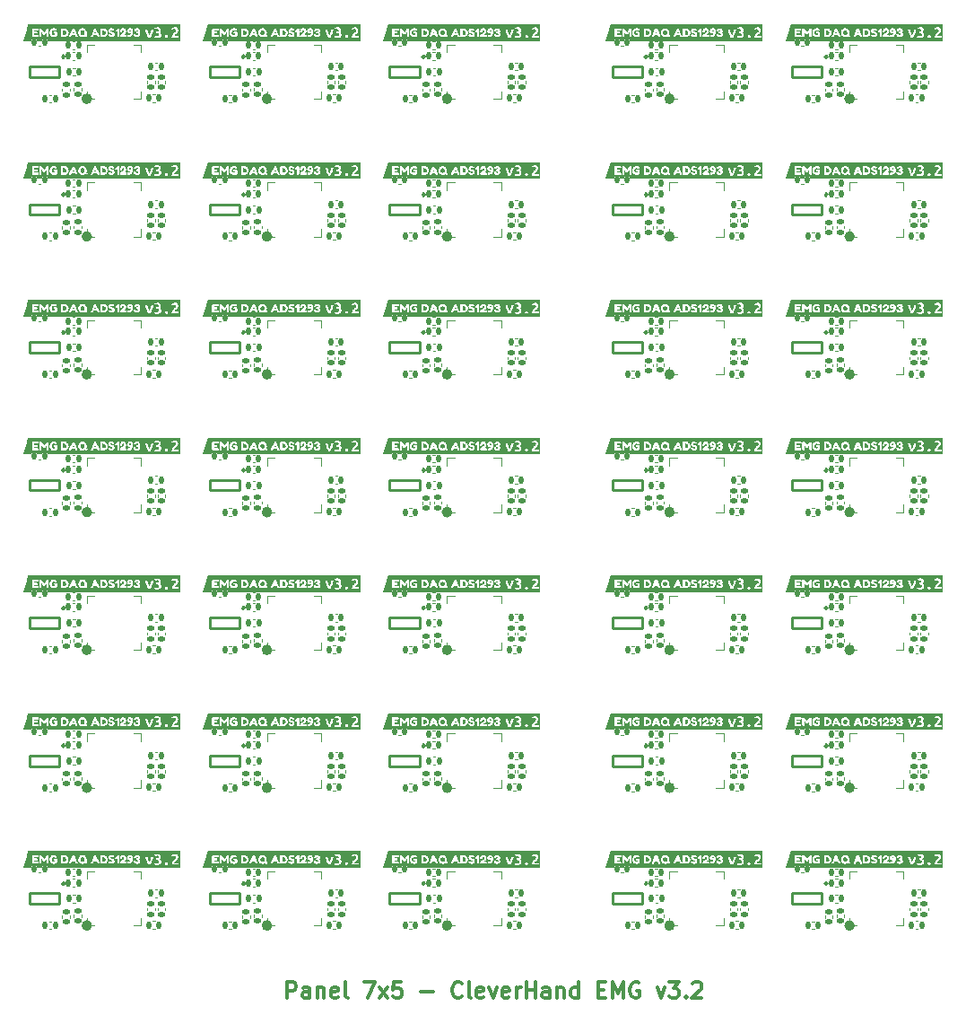
<source format=gbr>
%TF.GenerationSoftware,KiCad,Pcbnew,8.0.5-unknown-202409181836~355805756e~ubuntu22.04.1*%
%TF.CreationDate,2024-10-07T16:17:35+01:00*%
%TF.ProjectId,PANEL7x5_ADS1293,50414e45-4c37-4783-955f-414453313239,1.0*%
%TF.SameCoordinates,Original*%
%TF.FileFunction,Legend,Top*%
%TF.FilePolarity,Positive*%
%FSLAX46Y46*%
G04 Gerber Fmt 4.6, Leading zero omitted, Abs format (unit mm)*
G04 Created by KiCad (PCBNEW 8.0.5-unknown-202409181836~355805756e~ubuntu22.04.1) date 2024-10-07 16:17:35*
%MOMM*%
%LPD*%
G01*
G04 APERTURE LIST*
G04 Aperture macros list*
%AMRoundRect*
0 Rectangle with rounded corners*
0 $1 Rounding radius*
0 $2 $3 $4 $5 $6 $7 $8 $9 X,Y pos of 4 corners*
0 Add a 4 corners polygon primitive as box body*
4,1,4,$2,$3,$4,$5,$6,$7,$8,$9,$2,$3,0*
0 Add four circle primitives for the rounded corners*
1,1,$1+$1,$2,$3*
1,1,$1+$1,$4,$5*
1,1,$1+$1,$6,$7*
1,1,$1+$1,$8,$9*
0 Add four rect primitives between the rounded corners*
20,1,$1+$1,$2,$3,$4,$5,0*
20,1,$1+$1,$4,$5,$6,$7,0*
20,1,$1+$1,$6,$7,$8,$9,0*
20,1,$1+$1,$8,$9,$2,$3,0*%
G04 Aperture macros list end*
%ADD10C,0.300000*%
%ADD11C,0.120000*%
%ADD12C,0.000000*%
%ADD13C,0.250000*%
%ADD14C,0.500000*%
%ADD15C,0.100000*%
%ADD16C,0.500000*%
%ADD17RoundRect,0.140000X0.170000X-0.140000X0.170000X0.140000X-0.170000X0.140000X-0.170000X-0.140000X0*%
%ADD18RoundRect,0.140000X-0.140000X-0.170000X0.140000X-0.170000X0.140000X0.170000X-0.140000X0.170000X0*%
%ADD19R,1.000000X1.000000*%
%ADD20RoundRect,0.140000X0.140000X0.170000X-0.140000X0.170000X-0.140000X-0.170000X0.140000X-0.170000X0*%
%ADD21R,0.620000X1.100000*%
%ADD22RoundRect,0.140000X-0.170000X0.140000X-0.170000X-0.140000X0.170000X-0.140000X0.170000X0.140000X0*%
%ADD23R,0.250000X0.600000*%
%ADD24R,0.600000X0.250000*%
%ADD25C,2.000000*%
G04 APERTURE END LIST*
D10*
X30963805Y-99678328D02*
X30963805Y-98178328D01*
X30963805Y-98178328D02*
X31535234Y-98178328D01*
X31535234Y-98178328D02*
X31678091Y-98249757D01*
X31678091Y-98249757D02*
X31749520Y-98321185D01*
X31749520Y-98321185D02*
X31820948Y-98464042D01*
X31820948Y-98464042D02*
X31820948Y-98678328D01*
X31820948Y-98678328D02*
X31749520Y-98821185D01*
X31749520Y-98821185D02*
X31678091Y-98892614D01*
X31678091Y-98892614D02*
X31535234Y-98964042D01*
X31535234Y-98964042D02*
X30963805Y-98964042D01*
X33106662Y-99678328D02*
X33106662Y-98892614D01*
X33106662Y-98892614D02*
X33035234Y-98749757D01*
X33035234Y-98749757D02*
X32892377Y-98678328D01*
X32892377Y-98678328D02*
X32606662Y-98678328D01*
X32606662Y-98678328D02*
X32463805Y-98749757D01*
X33106662Y-99606900D02*
X32963805Y-99678328D01*
X32963805Y-99678328D02*
X32606662Y-99678328D01*
X32606662Y-99678328D02*
X32463805Y-99606900D01*
X32463805Y-99606900D02*
X32392377Y-99464042D01*
X32392377Y-99464042D02*
X32392377Y-99321185D01*
X32392377Y-99321185D02*
X32463805Y-99178328D01*
X32463805Y-99178328D02*
X32606662Y-99106900D01*
X32606662Y-99106900D02*
X32963805Y-99106900D01*
X32963805Y-99106900D02*
X33106662Y-99035471D01*
X33820948Y-98678328D02*
X33820948Y-99678328D01*
X33820948Y-98821185D02*
X33892377Y-98749757D01*
X33892377Y-98749757D02*
X34035234Y-98678328D01*
X34035234Y-98678328D02*
X34249520Y-98678328D01*
X34249520Y-98678328D02*
X34392377Y-98749757D01*
X34392377Y-98749757D02*
X34463805Y-98892614D01*
X34463805Y-98892614D02*
X34463805Y-99678328D01*
X35749520Y-99606900D02*
X35606663Y-99678328D01*
X35606663Y-99678328D02*
X35320948Y-99678328D01*
X35320948Y-99678328D02*
X35178091Y-99606900D01*
X35178091Y-99606900D02*
X35106663Y-99464042D01*
X35106663Y-99464042D02*
X35106663Y-98892614D01*
X35106663Y-98892614D02*
X35178091Y-98749757D01*
X35178091Y-98749757D02*
X35320948Y-98678328D01*
X35320948Y-98678328D02*
X35606663Y-98678328D01*
X35606663Y-98678328D02*
X35749520Y-98749757D01*
X35749520Y-98749757D02*
X35820948Y-98892614D01*
X35820948Y-98892614D02*
X35820948Y-99035471D01*
X35820948Y-99035471D02*
X35106663Y-99178328D01*
X36678091Y-99678328D02*
X36535234Y-99606900D01*
X36535234Y-99606900D02*
X36463805Y-99464042D01*
X36463805Y-99464042D02*
X36463805Y-98178328D01*
X38249519Y-98178328D02*
X39249519Y-98178328D01*
X39249519Y-98178328D02*
X38606662Y-99678328D01*
X39678090Y-99678328D02*
X40463804Y-98678328D01*
X39678090Y-98678328D02*
X40463804Y-99678328D01*
X41749519Y-98178328D02*
X41035233Y-98178328D01*
X41035233Y-98178328D02*
X40963805Y-98892614D01*
X40963805Y-98892614D02*
X41035233Y-98821185D01*
X41035233Y-98821185D02*
X41178090Y-98749757D01*
X41178090Y-98749757D02*
X41535233Y-98749757D01*
X41535233Y-98749757D02*
X41678090Y-98821185D01*
X41678090Y-98821185D02*
X41749519Y-98892614D01*
X41749519Y-98892614D02*
X41820948Y-99035471D01*
X41820948Y-99035471D02*
X41820948Y-99392614D01*
X41820948Y-99392614D02*
X41749519Y-99535471D01*
X41749519Y-99535471D02*
X41678090Y-99606900D01*
X41678090Y-99606900D02*
X41535233Y-99678328D01*
X41535233Y-99678328D02*
X41178090Y-99678328D01*
X41178090Y-99678328D02*
X41035233Y-99606900D01*
X41035233Y-99606900D02*
X40963805Y-99535471D01*
X43606661Y-99106900D02*
X44749518Y-99106900D01*
X47463804Y-99535471D02*
X47392376Y-99606900D01*
X47392376Y-99606900D02*
X47178090Y-99678328D01*
X47178090Y-99678328D02*
X47035233Y-99678328D01*
X47035233Y-99678328D02*
X46820947Y-99606900D01*
X46820947Y-99606900D02*
X46678090Y-99464042D01*
X46678090Y-99464042D02*
X46606661Y-99321185D01*
X46606661Y-99321185D02*
X46535233Y-99035471D01*
X46535233Y-99035471D02*
X46535233Y-98821185D01*
X46535233Y-98821185D02*
X46606661Y-98535471D01*
X46606661Y-98535471D02*
X46678090Y-98392614D01*
X46678090Y-98392614D02*
X46820947Y-98249757D01*
X46820947Y-98249757D02*
X47035233Y-98178328D01*
X47035233Y-98178328D02*
X47178090Y-98178328D01*
X47178090Y-98178328D02*
X47392376Y-98249757D01*
X47392376Y-98249757D02*
X47463804Y-98321185D01*
X48320947Y-99678328D02*
X48178090Y-99606900D01*
X48178090Y-99606900D02*
X48106661Y-99464042D01*
X48106661Y-99464042D02*
X48106661Y-98178328D01*
X49463804Y-99606900D02*
X49320947Y-99678328D01*
X49320947Y-99678328D02*
X49035232Y-99678328D01*
X49035232Y-99678328D02*
X48892375Y-99606900D01*
X48892375Y-99606900D02*
X48820947Y-99464042D01*
X48820947Y-99464042D02*
X48820947Y-98892614D01*
X48820947Y-98892614D02*
X48892375Y-98749757D01*
X48892375Y-98749757D02*
X49035232Y-98678328D01*
X49035232Y-98678328D02*
X49320947Y-98678328D01*
X49320947Y-98678328D02*
X49463804Y-98749757D01*
X49463804Y-98749757D02*
X49535232Y-98892614D01*
X49535232Y-98892614D02*
X49535232Y-99035471D01*
X49535232Y-99035471D02*
X48820947Y-99178328D01*
X50035231Y-98678328D02*
X50392374Y-99678328D01*
X50392374Y-99678328D02*
X50749517Y-98678328D01*
X51892374Y-99606900D02*
X51749517Y-99678328D01*
X51749517Y-99678328D02*
X51463803Y-99678328D01*
X51463803Y-99678328D02*
X51320945Y-99606900D01*
X51320945Y-99606900D02*
X51249517Y-99464042D01*
X51249517Y-99464042D02*
X51249517Y-98892614D01*
X51249517Y-98892614D02*
X51320945Y-98749757D01*
X51320945Y-98749757D02*
X51463803Y-98678328D01*
X51463803Y-98678328D02*
X51749517Y-98678328D01*
X51749517Y-98678328D02*
X51892374Y-98749757D01*
X51892374Y-98749757D02*
X51963803Y-98892614D01*
X51963803Y-98892614D02*
X51963803Y-99035471D01*
X51963803Y-99035471D02*
X51249517Y-99178328D01*
X52606659Y-99678328D02*
X52606659Y-98678328D01*
X52606659Y-98964042D02*
X52678088Y-98821185D01*
X52678088Y-98821185D02*
X52749517Y-98749757D01*
X52749517Y-98749757D02*
X52892374Y-98678328D01*
X52892374Y-98678328D02*
X53035231Y-98678328D01*
X53535230Y-99678328D02*
X53535230Y-98178328D01*
X53535230Y-98892614D02*
X54392373Y-98892614D01*
X54392373Y-99678328D02*
X54392373Y-98178328D01*
X55749517Y-99678328D02*
X55749517Y-98892614D01*
X55749517Y-98892614D02*
X55678088Y-98749757D01*
X55678088Y-98749757D02*
X55535231Y-98678328D01*
X55535231Y-98678328D02*
X55249517Y-98678328D01*
X55249517Y-98678328D02*
X55106659Y-98749757D01*
X55749517Y-99606900D02*
X55606659Y-99678328D01*
X55606659Y-99678328D02*
X55249517Y-99678328D01*
X55249517Y-99678328D02*
X55106659Y-99606900D01*
X55106659Y-99606900D02*
X55035231Y-99464042D01*
X55035231Y-99464042D02*
X55035231Y-99321185D01*
X55035231Y-99321185D02*
X55106659Y-99178328D01*
X55106659Y-99178328D02*
X55249517Y-99106900D01*
X55249517Y-99106900D02*
X55606659Y-99106900D01*
X55606659Y-99106900D02*
X55749517Y-99035471D01*
X56463802Y-98678328D02*
X56463802Y-99678328D01*
X56463802Y-98821185D02*
X56535231Y-98749757D01*
X56535231Y-98749757D02*
X56678088Y-98678328D01*
X56678088Y-98678328D02*
X56892374Y-98678328D01*
X56892374Y-98678328D02*
X57035231Y-98749757D01*
X57035231Y-98749757D02*
X57106660Y-98892614D01*
X57106660Y-98892614D02*
X57106660Y-99678328D01*
X58463803Y-99678328D02*
X58463803Y-98178328D01*
X58463803Y-99606900D02*
X58320945Y-99678328D01*
X58320945Y-99678328D02*
X58035231Y-99678328D01*
X58035231Y-99678328D02*
X57892374Y-99606900D01*
X57892374Y-99606900D02*
X57820945Y-99535471D01*
X57820945Y-99535471D02*
X57749517Y-99392614D01*
X57749517Y-99392614D02*
X57749517Y-98964042D01*
X57749517Y-98964042D02*
X57820945Y-98821185D01*
X57820945Y-98821185D02*
X57892374Y-98749757D01*
X57892374Y-98749757D02*
X58035231Y-98678328D01*
X58035231Y-98678328D02*
X58320945Y-98678328D01*
X58320945Y-98678328D02*
X58463803Y-98749757D01*
X60320945Y-98892614D02*
X60820945Y-98892614D01*
X61035231Y-99678328D02*
X60320945Y-99678328D01*
X60320945Y-99678328D02*
X60320945Y-98178328D01*
X60320945Y-98178328D02*
X61035231Y-98178328D01*
X61678088Y-99678328D02*
X61678088Y-98178328D01*
X61678088Y-98178328D02*
X62178088Y-99249757D01*
X62178088Y-99249757D02*
X62678088Y-98178328D01*
X62678088Y-98178328D02*
X62678088Y-99678328D01*
X64178089Y-98249757D02*
X64035232Y-98178328D01*
X64035232Y-98178328D02*
X63820946Y-98178328D01*
X63820946Y-98178328D02*
X63606660Y-98249757D01*
X63606660Y-98249757D02*
X63463803Y-98392614D01*
X63463803Y-98392614D02*
X63392374Y-98535471D01*
X63392374Y-98535471D02*
X63320946Y-98821185D01*
X63320946Y-98821185D02*
X63320946Y-99035471D01*
X63320946Y-99035471D02*
X63392374Y-99321185D01*
X63392374Y-99321185D02*
X63463803Y-99464042D01*
X63463803Y-99464042D02*
X63606660Y-99606900D01*
X63606660Y-99606900D02*
X63820946Y-99678328D01*
X63820946Y-99678328D02*
X63963803Y-99678328D01*
X63963803Y-99678328D02*
X64178089Y-99606900D01*
X64178089Y-99606900D02*
X64249517Y-99535471D01*
X64249517Y-99535471D02*
X64249517Y-99035471D01*
X64249517Y-99035471D02*
X63963803Y-99035471D01*
X65892374Y-98678328D02*
X66249517Y-99678328D01*
X66249517Y-99678328D02*
X66606660Y-98678328D01*
X67035231Y-98178328D02*
X67963803Y-98178328D01*
X67963803Y-98178328D02*
X67463803Y-98749757D01*
X67463803Y-98749757D02*
X67678088Y-98749757D01*
X67678088Y-98749757D02*
X67820946Y-98821185D01*
X67820946Y-98821185D02*
X67892374Y-98892614D01*
X67892374Y-98892614D02*
X67963803Y-99035471D01*
X67963803Y-99035471D02*
X67963803Y-99392614D01*
X67963803Y-99392614D02*
X67892374Y-99535471D01*
X67892374Y-99535471D02*
X67820946Y-99606900D01*
X67820946Y-99606900D02*
X67678088Y-99678328D01*
X67678088Y-99678328D02*
X67249517Y-99678328D01*
X67249517Y-99678328D02*
X67106660Y-99606900D01*
X67106660Y-99606900D02*
X67035231Y-99535471D01*
X68606659Y-99535471D02*
X68678088Y-99606900D01*
X68678088Y-99606900D02*
X68606659Y-99678328D01*
X68606659Y-99678328D02*
X68535231Y-99606900D01*
X68535231Y-99606900D02*
X68606659Y-99535471D01*
X68606659Y-99535471D02*
X68606659Y-99678328D01*
X69249517Y-98321185D02*
X69320945Y-98249757D01*
X69320945Y-98249757D02*
X69463803Y-98178328D01*
X69463803Y-98178328D02*
X69820945Y-98178328D01*
X69820945Y-98178328D02*
X69963803Y-98249757D01*
X69963803Y-98249757D02*
X70035231Y-98321185D01*
X70035231Y-98321185D02*
X70106660Y-98464042D01*
X70106660Y-98464042D02*
X70106660Y-98606900D01*
X70106660Y-98606900D02*
X70035231Y-98821185D01*
X70035231Y-98821185D02*
X69178088Y-99678328D01*
X69178088Y-99678328D02*
X70106660Y-99678328D01*
D11*
%TO.C,C1*%
X27840000Y-79057836D02*
X27840000Y-78842164D01*
X28560000Y-79057836D02*
X28560000Y-78842164D01*
D12*
%TO.C,kibuzzard-66CB9060*%
G36*
X54863131Y-35391061D02*
G01*
X54728506Y-35391061D01*
X53579879Y-35391061D01*
X52710735Y-35391061D01*
X51872286Y-35391061D01*
X51581494Y-35391061D01*
X51446869Y-35391061D01*
X51446869Y-34341519D01*
X51581494Y-34341519D01*
X51615874Y-34453948D01*
X51651163Y-34561834D01*
X51687361Y-34665176D01*
X51724467Y-34763974D01*
X51774278Y-34887202D01*
X51823551Y-34999479D01*
X51872286Y-35100808D01*
X52038683Y-35100808D01*
X52055271Y-35066882D01*
X52432868Y-35066882D01*
X52482948Y-35084653D01*
X52553223Y-35102423D01*
X52632383Y-35116155D01*
X52710735Y-35121809D01*
X52804031Y-35115953D01*
X52883595Y-35098384D01*
X52949830Y-35070113D01*
X53003142Y-35032149D01*
X53043710Y-34973183D01*
X53434483Y-34973183D01*
X53446599Y-35035380D01*
X53478910Y-35080614D01*
X53524952Y-35108885D01*
X53579879Y-35118578D01*
X53680040Y-35081422D01*
X53723659Y-34973183D01*
X53680040Y-34868174D01*
X53579879Y-34831018D01*
X53524952Y-34840711D01*
X53478910Y-34868174D01*
X53446599Y-34912601D01*
X53434483Y-34973183D01*
X53043710Y-34973183D01*
X53072609Y-34931179D01*
X53095226Y-34803554D01*
X53084523Y-34722375D01*
X53052415Y-34653312D01*
X53000921Y-34597981D01*
X52932060Y-34557997D01*
X53022528Y-34473990D01*
X53056454Y-34359289D01*
X53037068Y-34247819D01*
X53012297Y-34210662D01*
X54051607Y-34210662D01*
X54150153Y-34349596D01*
X54251931Y-34273667D01*
X54350477Y-34251050D01*
X54444176Y-34284168D01*
X54481333Y-34378675D01*
X54451446Y-34464297D01*
X54375517Y-34551535D01*
X54327859Y-34597779D01*
X54276971Y-34646042D01*
X54226082Y-34697334D01*
X54178425Y-34752666D01*
X54136422Y-34812641D01*
X54102496Y-34877868D01*
X54080081Y-34948950D01*
X54072609Y-35026494D01*
X54071801Y-35060420D01*
X54075840Y-35100808D01*
X54728506Y-35100808D01*
X54728506Y-34936026D01*
X54298780Y-34936026D01*
X54315743Y-34882714D01*
X54356939Y-34825363D01*
X54408635Y-34770436D01*
X54457100Y-34724394D01*
X54539491Y-34643619D01*
X54612189Y-34556381D01*
X54663885Y-34463489D01*
X54683271Y-34364136D01*
X54657423Y-34238934D01*
X54587956Y-34149273D01*
X54487795Y-34095961D01*
X54369863Y-34078191D01*
X54285654Y-34086268D01*
X54201042Y-34110501D01*
X54121276Y-34151696D01*
X54051607Y-34210662D01*
X53012297Y-34210662D01*
X52977294Y-34158158D01*
X52874709Y-34099192D01*
X52807060Y-34083441D01*
X52728506Y-34078191D01*
X52642682Y-34085662D01*
X52566147Y-34108078D01*
X52450638Y-34167044D01*
X52521721Y-34312439D01*
X52617843Y-34266397D01*
X52730121Y-34247819D01*
X52821397Y-34279321D01*
X52854515Y-34365751D01*
X52839168Y-34427141D01*
X52799588Y-34465913D01*
X52744661Y-34486914D01*
X52683271Y-34493376D01*
X52608958Y-34493376D01*
X52608958Y-34658158D01*
X52670347Y-34658158D01*
X52758796Y-34666034D01*
X52830283Y-34689661D01*
X52877536Y-34733078D01*
X52893288Y-34800323D01*
X52852092Y-34908562D01*
X52795751Y-34941276D01*
X52709120Y-34952181D01*
X52632585Y-34947738D01*
X52567763Y-34934410D01*
X52471640Y-34900485D01*
X52432868Y-35066882D01*
X52055271Y-35066882D01*
X52088226Y-34999479D01*
X52139922Y-34887202D01*
X52193772Y-34763974D01*
X52234059Y-34665176D01*
X52272528Y-34561834D01*
X52309180Y-34453948D01*
X52344015Y-34341519D01*
X52142076Y-34341519D01*
X52125315Y-34404927D01*
X52104111Y-34472375D01*
X52080283Y-34542044D01*
X52055646Y-34612116D01*
X52030404Y-34681381D01*
X52004758Y-34748627D01*
X51957908Y-34869790D01*
X51913481Y-34748627D01*
X51890258Y-34681381D01*
X51867439Y-34612116D01*
X51845428Y-34542044D01*
X51824628Y-34472375D01*
X51805848Y-34404927D01*
X51789895Y-34341519D01*
X51581494Y-34341519D01*
X51446869Y-34341519D01*
X51446869Y-33808939D01*
X51581494Y-33808939D01*
X54728506Y-33808939D01*
X54863131Y-33808939D01*
X54863131Y-35391061D01*
G37*
D11*
%TO.C,C3*%
X10722664Y-37940000D02*
X10938336Y-37940000D01*
X10722664Y-38660000D02*
X10938336Y-38660000D01*
D12*
%TO.C,kibuzzard-658D7E24*%
G36*
X44869167Y-21669453D02*
G01*
X44721371Y-21669453D01*
X44794713Y-21517212D01*
X44869167Y-21669453D01*
G37*
G36*
X46922757Y-21669453D02*
G01*
X46774961Y-21669453D01*
X46848303Y-21517212D01*
X46922757Y-21669453D01*
G37*
G36*
X50210946Y-21387196D02*
G01*
X50222614Y-21412199D01*
X50225392Y-21444425D01*
X50202611Y-21485541D01*
X50136492Y-21506099D01*
X50073706Y-21483874D01*
X50054260Y-21436091D01*
X50075651Y-21380250D01*
X50139826Y-21361637D01*
X50210946Y-21387196D01*
G37*
G36*
X44014755Y-21404559D02*
G01*
X44082958Y-21449981D01*
X44130047Y-21517906D01*
X44145743Y-21600556D01*
X44129630Y-21682927D01*
X44081291Y-21750019D01*
X44012949Y-21794608D01*
X43936828Y-21809471D01*
X43829037Y-21809471D01*
X43829037Y-21389418D01*
X43935717Y-21389418D01*
X44014755Y-21404559D01*
G37*
G36*
X47700771Y-21404559D02*
G01*
X47768974Y-21449981D01*
X47816063Y-21517906D01*
X47831760Y-21600556D01*
X47815646Y-21682927D01*
X47767307Y-21750019D01*
X47698965Y-21794608D01*
X47622845Y-21809471D01*
X47515053Y-21809471D01*
X47515053Y-21389418D01*
X47621733Y-21389418D01*
X47700771Y-21404559D01*
G37*
G36*
X45725524Y-21394697D02*
G01*
X45793171Y-21440536D01*
X45828670Y-21485726D01*
X45849969Y-21539807D01*
X45857068Y-21602778D01*
X45850030Y-21665625D01*
X45828917Y-21719336D01*
X45793727Y-21763909D01*
X45726496Y-21808915D01*
X45651487Y-21823917D01*
X45576339Y-21808498D01*
X45508691Y-21762243D01*
X45473193Y-21716990D01*
X45451894Y-21663465D01*
X45444795Y-21601667D01*
X45451832Y-21539869D01*
X45472946Y-21486344D01*
X45508136Y-21441091D01*
X45575366Y-21394835D01*
X45650376Y-21379417D01*
X45725524Y-21394697D01*
G37*
G36*
X51473696Y-22392136D02*
G01*
X51103280Y-22392136D01*
X50791018Y-22392136D01*
X49979806Y-22392136D01*
X49716440Y-22392136D01*
X49013018Y-22392136D01*
X48379606Y-22392136D01*
X47619511Y-22392136D01*
X47133339Y-22392136D01*
X45657043Y-22392136D01*
X45079749Y-22392136D01*
X43933495Y-22392136D01*
X42951150Y-22392136D01*
X42373300Y-22392136D01*
X41419847Y-22392136D01*
X40882002Y-22392136D01*
X40511585Y-22392136D01*
X40036304Y-22392136D01*
X40366789Y-21290517D01*
X40882002Y-21290517D01*
X40882002Y-21908372D01*
X40888670Y-21965046D01*
X40918118Y-21996716D01*
X40979792Y-22007273D01*
X41419847Y-22007273D01*
X41477632Y-22000606D01*
X41508469Y-21971158D01*
X41518748Y-21909483D01*
X41511247Y-21852254D01*
X41488745Y-21822806D01*
X41459296Y-21812249D01*
X41420958Y-21810582D01*
X41078693Y-21810582D01*
X41078693Y-21698346D01*
X41296498Y-21698346D01*
X41354283Y-21691678D01*
X41385954Y-21662230D01*
X41396511Y-21600556D01*
X41389010Y-21543326D01*
X41366507Y-21513878D01*
X41337059Y-21503321D01*
X41298721Y-21501654D01*
X41078693Y-21501654D01*
X41078693Y-21389418D01*
X41419847Y-21389418D01*
X41477632Y-21382751D01*
X41508469Y-21353303D01*
X41518748Y-21291628D01*
X41518602Y-21290517D01*
X41590980Y-21290517D01*
X41590980Y-21907261D01*
X41592646Y-21947266D01*
X41603203Y-21976158D01*
X41632651Y-21998661D01*
X41687658Y-22006162D01*
X41744332Y-21998661D01*
X41774336Y-21976158D01*
X41784893Y-21947821D01*
X41786560Y-21909483D01*
X41786560Y-21534992D01*
X41807118Y-21562634D01*
X41857680Y-21632226D01*
X41912409Y-21707097D01*
X41945468Y-21750574D01*
X41954358Y-21762798D01*
X41983806Y-21785579D01*
X42029368Y-21797247D01*
X42076040Y-21784468D01*
X42103266Y-21764465D01*
X42123268Y-21738351D01*
X42147438Y-21705430D01*
X42191055Y-21644450D01*
X42238005Y-21579581D01*
X42272176Y-21534992D01*
X42272176Y-21907261D01*
X42277732Y-21965046D01*
X42293290Y-21987271D01*
X42322182Y-22000606D01*
X42373300Y-22006162D01*
X42426640Y-21999494D01*
X42458310Y-21970324D01*
X42468867Y-21909483D01*
X42468867Y-21591666D01*
X42541098Y-21591666D01*
X42548738Y-21676780D01*
X42571658Y-21755436D01*
X42609857Y-21827633D01*
X42663336Y-21893370D01*
X42727163Y-21948064D01*
X42796408Y-21987132D01*
X42871070Y-22010572D01*
X42951150Y-22018386D01*
X43038661Y-22012343D01*
X43114503Y-21994216D01*
X43178678Y-21964004D01*
X43231185Y-21921707D01*
X43262300Y-21853921D01*
X43262300Y-21609446D01*
X43251187Y-21547216D01*
X43177845Y-21516101D01*
X42982265Y-21516101D01*
X42928925Y-21526102D01*
X42910589Y-21550549D01*
X42905588Y-21597778D01*
X42910033Y-21644450D01*
X42928925Y-21670564D01*
X42977820Y-21679454D01*
X43065608Y-21679454D01*
X43065608Y-21800581D01*
X43013657Y-21815583D01*
X42955595Y-21820583D01*
X42875585Y-21803775D01*
X42804465Y-21753353D01*
X42767423Y-21705322D01*
X42745198Y-21650871D01*
X42737790Y-21589999D01*
X42754181Y-21503043D01*
X42803353Y-21434424D01*
X42873640Y-21389835D01*
X42953372Y-21374972D01*
X43013380Y-21382612D01*
X43064497Y-21405531D01*
X43132283Y-21436091D01*
X43169788Y-21421367D01*
X43211182Y-21377194D01*
X43236741Y-21314409D01*
X43221571Y-21289406D01*
X43632346Y-21289406D01*
X43632346Y-21907261D01*
X43645681Y-21978381D01*
X43675129Y-21999217D01*
X43730136Y-22006162D01*
X43933495Y-22006162D01*
X44015345Y-21998591D01*
X44090875Y-21975880D01*
X44160085Y-21938028D01*
X44172861Y-21927263D01*
X44386885Y-21927263D01*
X44402998Y-21965046D01*
X44451337Y-21998383D01*
X44510789Y-22017274D01*
X44546349Y-22006718D01*
X44566351Y-21986159D01*
X44583576Y-21953933D01*
X44641361Y-21833918D01*
X44949177Y-21833918D01*
X45006962Y-21953933D01*
X45024186Y-21987271D01*
X45044189Y-22008384D01*
X45079749Y-22018386D01*
X45139201Y-21999494D01*
X45187540Y-21965323D01*
X45203653Y-21927263D01*
X45184762Y-21870589D01*
X45057327Y-21607223D01*
X45248103Y-21607223D01*
X45255500Y-21688761D01*
X45277690Y-21764465D01*
X45314674Y-21834335D01*
X45366451Y-21898371D01*
X45428994Y-21951850D01*
X45498273Y-21990049D01*
X45574290Y-22012968D01*
X45657043Y-22020608D01*
X45740140Y-22011718D01*
X45817557Y-21985048D01*
X45889295Y-21940598D01*
X45929300Y-21967268D01*
X45960415Y-21988382D01*
X46024867Y-22018386D01*
X46059038Y-22006162D01*
X46092653Y-21969491D01*
X46111147Y-21927263D01*
X46440475Y-21927263D01*
X46456588Y-21965046D01*
X46504927Y-21998383D01*
X46564379Y-22017274D01*
X46599939Y-22006718D01*
X46619941Y-21986159D01*
X46637166Y-21953933D01*
X46694951Y-21833918D01*
X47002767Y-21833918D01*
X47060552Y-21953933D01*
X47077776Y-21987271D01*
X47097779Y-22008384D01*
X47133339Y-22018386D01*
X47192791Y-21999494D01*
X47241130Y-21965323D01*
X47257243Y-21927263D01*
X47238352Y-21870589D01*
X46957135Y-21289406D01*
X47318362Y-21289406D01*
X47318362Y-21907261D01*
X47331697Y-21978381D01*
X47361145Y-21999217D01*
X47416152Y-22006162D01*
X47619511Y-22006162D01*
X47701361Y-21998591D01*
X47776892Y-21975880D01*
X47846102Y-21938028D01*
X47908991Y-21885036D01*
X47955117Y-21828918D01*
X48084013Y-21828918D01*
X48112906Y-21892814D01*
X48122907Y-21905038D01*
X48155133Y-21938931D01*
X48205140Y-21973936D01*
X48280705Y-22005606D01*
X48328766Y-22015191D01*
X48379606Y-22018386D01*
X48446404Y-22011842D01*
X48510486Y-21992210D01*
X48571852Y-21959489D01*
X48614080Y-21923235D01*
X48647417Y-21874479D01*
X48669086Y-21815166D01*
X48676310Y-21747241D01*
X48669225Y-21680705D01*
X48647973Y-21625559D01*
X48616163Y-21583470D01*
X48577408Y-21556106D01*
X48533236Y-21537631D01*
X48485175Y-21522213D01*
X48437113Y-21510128D01*
X48392941Y-21501654D01*
X48322376Y-21476096D01*
X48309004Y-21452759D01*
X48720760Y-21452759D01*
X48755764Y-21521657D01*
X48822995Y-21560551D01*
X48900782Y-21526102D01*
X48915228Y-21512767D01*
X48915228Y-21909483D01*
X48916895Y-21950044D01*
X48927452Y-21980603D01*
X48957178Y-22002273D01*
X49013018Y-22009496D01*
X49070248Y-22001995D01*
X49099696Y-21979492D01*
X49110253Y-21950044D01*
X49111920Y-21911706D01*
X49111920Y-21479429D01*
X49184151Y-21479429D01*
X49189707Y-21536103D01*
X49219989Y-21567774D01*
X49281941Y-21578331D01*
X49338615Y-21571663D01*
X49368618Y-21551661D01*
X49379175Y-21523879D01*
X49380842Y-21487208D01*
X49380842Y-21480541D01*
X49385287Y-21454982D01*
X49414735Y-21403309D01*
X49476410Y-21377194D01*
X49531972Y-21387196D01*
X49561420Y-21408865D01*
X49578645Y-21438869D01*
X49586423Y-21467206D01*
X49576005Y-21515823D01*
X49544751Y-21561662D01*
X49498773Y-21603750D01*
X49444183Y-21641116D01*
X49385287Y-21676398D01*
X49326391Y-21712236D01*
X49271801Y-21751963D01*
X49225823Y-21798914D01*
X49194569Y-21851837D01*
X49184151Y-21909483D01*
X49213043Y-21979492D01*
X49281941Y-22009496D01*
X49716440Y-22009496D01*
X49785337Y-21996161D01*
X49809229Y-21967268D01*
X49816452Y-21911150D01*
X49809785Y-21854476D01*
X49783670Y-21822250D01*
X49718662Y-21811693D01*
X49515303Y-21811693D01*
X49515303Y-21806137D01*
X49543085Y-21795024D01*
X49611982Y-21757520D01*
X49689770Y-21696123D01*
X49725885Y-21656118D01*
X49756445Y-21605001D01*
X49777281Y-21546660D01*
X49784226Y-21484986D01*
X49779105Y-21442758D01*
X49860902Y-21442758D01*
X49869607Y-21501469D01*
X49895721Y-21556106D01*
X49939245Y-21606668D01*
X49994869Y-21647105D01*
X50057285Y-21671367D01*
X50126491Y-21679454D01*
X50209835Y-21660563D01*
X50204278Y-21676121D01*
X50182331Y-21715014D01*
X50143160Y-21758353D01*
X50077040Y-21796136D01*
X49988696Y-21811693D01*
X49924243Y-21818361D01*
X49892573Y-21847809D01*
X49882016Y-21909483D01*
X49889795Y-21965879D01*
X49913131Y-21997272D01*
X49973138Y-22008384D01*
X49979806Y-22008384D01*
X50059416Y-22002695D01*
X50132003Y-21985626D01*
X50197566Y-21957178D01*
X50256107Y-21917351D01*
X50307625Y-21866144D01*
X50350830Y-21806448D01*
X50372150Y-21765021D01*
X50483202Y-21765021D01*
X50495426Y-21825028D01*
X50497648Y-21836141D01*
X50509872Y-21865033D01*
X50537376Y-21909205D01*
X50568768Y-21943932D01*
X50632974Y-21987147D01*
X50707057Y-22013076D01*
X50791018Y-22021719D01*
X50875597Y-22013138D01*
X50950051Y-21987394D01*
X51014380Y-21944488D01*
X51063768Y-21888369D01*
X51093402Y-21822991D01*
X51103280Y-21748352D01*
X51094112Y-21691678D01*
X51066608Y-21641672D01*
X51031604Y-21605556D01*
X50998822Y-21581664D01*
X50998822Y-21573886D01*
X51046976Y-21539005D01*
X51075869Y-21492147D01*
X51085500Y-21433313D01*
X51076733Y-21370650D01*
X51050433Y-21312310D01*
X51006601Y-21258291D01*
X50947581Y-21215075D01*
X50875720Y-21189146D01*
X50791018Y-21180503D01*
X50735873Y-21184393D01*
X50686005Y-21196061D01*
X50612663Y-21230509D01*
X50566546Y-21274404D01*
X50542098Y-21309408D01*
X50516540Y-21384973D01*
X50530430Y-21424700D01*
X50572102Y-21459427D01*
X50633221Y-21479429D01*
X50675448Y-21465539D01*
X50706563Y-21423867D01*
X50713231Y-21410532D01*
X50742123Y-21383862D01*
X50804909Y-21370527D01*
X50866583Y-21391641D01*
X50888808Y-21436091D01*
X50867695Y-21468595D01*
X50804353Y-21479429D01*
X50746568Y-21484986D01*
X50715731Y-21515267D01*
X50705452Y-21577219D01*
X50712953Y-21634171D01*
X50735456Y-21662786D01*
X50764348Y-21673898D01*
X50814910Y-21676121D01*
X50879363Y-21698901D01*
X50906588Y-21751686D01*
X50878807Y-21805581D01*
X50843247Y-21823500D01*
X50792130Y-21829473D01*
X50745457Y-21822806D01*
X50684338Y-21769466D01*
X50651001Y-21711681D01*
X50592105Y-21700568D01*
X50510428Y-21716681D01*
X50483202Y-21765021D01*
X50372150Y-21765021D01*
X50384434Y-21741151D01*
X50408437Y-21670253D01*
X50422839Y-21593755D01*
X50427640Y-21511656D01*
X50419490Y-21419854D01*
X50395043Y-21340029D01*
X50354297Y-21272181D01*
X50297376Y-21220632D01*
X50224404Y-21189702D01*
X50135381Y-21179392D01*
X50062903Y-21187788D01*
X49998080Y-21212976D01*
X49940912Y-21254957D01*
X49896462Y-21309408D01*
X49869792Y-21372009D01*
X49860902Y-21442758D01*
X49779105Y-21442758D01*
X49774965Y-21408618D01*
X49747184Y-21338054D01*
X49700882Y-21273293D01*
X49639702Y-21221743D01*
X49567285Y-21190813D01*
X49483633Y-21180503D01*
X49400042Y-21190690D01*
X49327811Y-21221249D01*
X49266939Y-21272181D01*
X49220946Y-21335955D01*
X49193349Y-21405037D01*
X49184151Y-21479429D01*
X49111920Y-21479429D01*
X49111920Y-21292739D01*
X49106363Y-21233843D01*
X49090806Y-21209951D01*
X49061913Y-21197172D01*
X49009129Y-21191616D01*
X48946343Y-21220508D01*
X48943010Y-21222731D01*
X48760765Y-21387196D01*
X48720760Y-21452759D01*
X48309004Y-21452759D01*
X48294040Y-21426645D01*
X48317931Y-21378861D01*
X48377939Y-21361637D01*
X48437391Y-21376083D01*
X48454615Y-21390529D01*
X48467395Y-21401642D01*
X48525180Y-21423867D01*
X48564629Y-21409976D01*
X48602967Y-21368304D01*
X48629637Y-21307186D01*
X48595188Y-21252734D01*
X48567407Y-21231621D01*
X48491286Y-21196616D01*
X48433363Y-21183698D01*
X48369605Y-21179392D01*
X48291755Y-21187479D01*
X48225636Y-21211742D01*
X48171246Y-21252179D01*
X48130809Y-21303481D01*
X48106547Y-21360340D01*
X48098460Y-21422756D01*
X48105544Y-21488736D01*
X48126796Y-21544438D01*
X48158606Y-21588193D01*
X48197361Y-21618336D01*
X48241255Y-21640144D01*
X48288483Y-21658896D01*
X48335711Y-21673759D01*
X48379606Y-21683899D01*
X48450170Y-21708903D01*
X48478507Y-21751686D01*
X48467024Y-21798605D01*
X48432575Y-21826757D01*
X48375161Y-21836141D01*
X48321821Y-21818916D01*
X48277371Y-21782801D01*
X48227920Y-21741129D01*
X48190693Y-21727238D01*
X48131797Y-21753908D01*
X48095959Y-21795997D01*
X48084013Y-21828918D01*
X47955117Y-21828918D01*
X47961255Y-21821451D01*
X47998586Y-21751825D01*
X48020985Y-21676155D01*
X48028451Y-21594444D01*
X48020811Y-21513045D01*
X47997891Y-21438313D01*
X47959692Y-21370249D01*
X47906213Y-21308853D01*
X47842664Y-21258048D01*
X47774252Y-21221758D01*
X47700979Y-21199985D01*
X47622845Y-21192727D01*
X47417263Y-21191616D01*
X47360034Y-21199117D01*
X47330586Y-21221619D01*
X47320029Y-21250512D01*
X47318362Y-21289406D01*
X46957135Y-21289406D01*
X46938315Y-21250512D01*
X46901643Y-21207173D01*
X46849415Y-21192727D01*
X46796630Y-21208284D01*
X46759403Y-21249401D01*
X46459366Y-21870589D01*
X46440475Y-21927263D01*
X46111147Y-21927263D01*
X46125991Y-21893370D01*
X46085986Y-21836141D01*
X46012643Y-21786134D01*
X46035486Y-21725263D01*
X46049191Y-21664144D01*
X46053760Y-21602778D01*
X46046189Y-21515614D01*
X46023478Y-21436368D01*
X45985626Y-21365040D01*
X45932633Y-21301629D01*
X45869362Y-21249609D01*
X45800672Y-21212452D01*
X45726566Y-21190157D01*
X45647042Y-21182726D01*
X45571477Y-21190504D01*
X45498135Y-21213841D01*
X45430071Y-21250790D01*
X45370341Y-21299407D01*
X45320335Y-21360387D01*
X45281441Y-21434424D01*
X45256438Y-21517906D01*
X45248103Y-21607223D01*
X45057327Y-21607223D01*
X44884725Y-21250512D01*
X44848053Y-21207173D01*
X44795825Y-21192727D01*
X44743040Y-21208284D01*
X44705813Y-21249401D01*
X44405776Y-21870589D01*
X44386885Y-21927263D01*
X44172861Y-21927263D01*
X44222975Y-21885036D01*
X44275239Y-21821451D01*
X44312570Y-21751825D01*
X44334968Y-21676155D01*
X44342435Y-21594444D01*
X44334795Y-21513045D01*
X44311875Y-21438313D01*
X44273676Y-21370249D01*
X44220197Y-21308853D01*
X44156647Y-21258048D01*
X44088236Y-21221758D01*
X44014963Y-21199985D01*
X43936828Y-21192727D01*
X43731247Y-21191616D01*
X43674018Y-21199117D01*
X43644570Y-21221619D01*
X43634013Y-21250512D01*
X43632346Y-21289406D01*
X43221571Y-21289406D01*
X43206737Y-21264958D01*
X43127344Y-21216804D01*
X43044742Y-21187911D01*
X42958928Y-21178281D01*
X42877251Y-21185677D01*
X42801131Y-21207868D01*
X42730566Y-21244851D01*
X42665558Y-21296629D01*
X42611107Y-21359449D01*
X42572213Y-21429562D01*
X42548877Y-21506968D01*
X42541098Y-21591666D01*
X42468867Y-21591666D01*
X42468867Y-21292739D01*
X42467200Y-21253846D01*
X42456643Y-21223842D01*
X42427334Y-21201339D01*
X42370521Y-21193838D01*
X42312875Y-21201339D01*
X42281066Y-21223842D01*
X42250706Y-21262647D01*
X42210301Y-21315053D01*
X42159851Y-21381062D01*
X42099354Y-21460671D01*
X42028812Y-21553883D01*
X41776558Y-21222731D01*
X41769891Y-21216063D01*
X41741554Y-21201061D01*
X41689881Y-21193838D01*
X41633207Y-21201061D01*
X41603203Y-21222731D01*
X41592646Y-21252179D01*
X41590980Y-21290517D01*
X41518602Y-21290517D01*
X41511247Y-21234399D01*
X41488745Y-21204951D01*
X41459296Y-21194394D01*
X41420958Y-21192727D01*
X40983126Y-21192727D01*
X40903116Y-21213285D01*
X40882002Y-21290517D01*
X40366789Y-21290517D01*
X40511585Y-20807864D01*
X40882002Y-20807864D01*
X51103280Y-20807864D01*
X51473696Y-20807864D01*
X51473696Y-22392136D01*
G37*
D11*
%TO.C,C8*%
X80707836Y-66473000D02*
X80492164Y-66473000D01*
X80707836Y-67193000D02*
X80492164Y-67193000D01*
%TO.C,C4*%
X65702664Y-88440000D02*
X65918336Y-88440000D01*
X65702664Y-89160000D02*
X65918336Y-89160000D01*
%TO.C,R1*%
X35507836Y-92429500D02*
X35292164Y-92429500D01*
X35507836Y-93149500D02*
X35292164Y-93149500D01*
%TO.C,C7*%
X35492164Y-37440000D02*
X35707836Y-37440000D01*
X35492164Y-38160000D02*
X35707836Y-38160000D01*
%TO.C,C4*%
X27702664Y-62440000D02*
X27918336Y-62440000D01*
X27702664Y-63160000D02*
X27918336Y-63160000D01*
%TO.C,C1*%
X82840000Y-53057836D02*
X82840000Y-52842164D01*
X83560000Y-53057836D02*
X83560000Y-52842164D01*
D13*
%TO.C,U2*%
X6650292Y-37789500D02*
X9450292Y-37789500D01*
X6650292Y-38789500D02*
X6650292Y-37789500D01*
X9450292Y-37789500D02*
X9450292Y-38789500D01*
X9450292Y-38789500D02*
X6650292Y-38789500D01*
X9850327Y-36769084D02*
G75*
G02*
X9840292Y-36769500I-34J-120416D01*
G01*
D11*
%TO.C,C7*%
X35492164Y-50440000D02*
X35707836Y-50440000D01*
X35492164Y-51160000D02*
X35707836Y-51160000D01*
D13*
%TO.C,U2*%
X78650292Y-89789500D02*
X81450292Y-89789500D01*
X78650292Y-90789500D02*
X78650292Y-89789500D01*
X81450292Y-89789500D02*
X81450292Y-90789500D01*
X81450292Y-90789500D02*
X78650292Y-90789500D01*
X81850327Y-88769084D02*
G75*
G02*
X81840292Y-88769500I-34J-120416D01*
G01*
D11*
%TO.C,C3*%
X10722664Y-63940000D02*
X10938336Y-63940000D01*
X10722664Y-64660000D02*
X10938336Y-64660000D01*
%TO.C,C9*%
X79492164Y-35140000D02*
X79707836Y-35140000D01*
X79492164Y-35860000D02*
X79707836Y-35860000D01*
D12*
%TO.C,kibuzzard-658D7E24*%
G36*
X44869167Y-34669453D02*
G01*
X44721371Y-34669453D01*
X44794713Y-34517212D01*
X44869167Y-34669453D01*
G37*
G36*
X46922757Y-34669453D02*
G01*
X46774961Y-34669453D01*
X46848303Y-34517212D01*
X46922757Y-34669453D01*
G37*
G36*
X50210946Y-34387196D02*
G01*
X50222614Y-34412199D01*
X50225392Y-34444425D01*
X50202611Y-34485541D01*
X50136492Y-34506099D01*
X50073706Y-34483874D01*
X50054260Y-34436091D01*
X50075651Y-34380250D01*
X50139826Y-34361637D01*
X50210946Y-34387196D01*
G37*
G36*
X44014755Y-34404559D02*
G01*
X44082958Y-34449981D01*
X44130047Y-34517906D01*
X44145743Y-34600556D01*
X44129630Y-34682927D01*
X44081291Y-34750019D01*
X44012949Y-34794608D01*
X43936828Y-34809471D01*
X43829037Y-34809471D01*
X43829037Y-34389418D01*
X43935717Y-34389418D01*
X44014755Y-34404559D01*
G37*
G36*
X47700771Y-34404559D02*
G01*
X47768974Y-34449981D01*
X47816063Y-34517906D01*
X47831760Y-34600556D01*
X47815646Y-34682927D01*
X47767307Y-34750019D01*
X47698965Y-34794608D01*
X47622845Y-34809471D01*
X47515053Y-34809471D01*
X47515053Y-34389418D01*
X47621733Y-34389418D01*
X47700771Y-34404559D01*
G37*
G36*
X45725524Y-34394697D02*
G01*
X45793171Y-34440536D01*
X45828670Y-34485726D01*
X45849969Y-34539807D01*
X45857068Y-34602778D01*
X45850030Y-34665625D01*
X45828917Y-34719336D01*
X45793727Y-34763909D01*
X45726496Y-34808915D01*
X45651487Y-34823917D01*
X45576339Y-34808498D01*
X45508691Y-34762243D01*
X45473193Y-34716990D01*
X45451894Y-34663465D01*
X45444795Y-34601667D01*
X45451832Y-34539869D01*
X45472946Y-34486344D01*
X45508136Y-34441091D01*
X45575366Y-34394835D01*
X45650376Y-34379417D01*
X45725524Y-34394697D01*
G37*
G36*
X51473696Y-35392136D02*
G01*
X51103280Y-35392136D01*
X50791018Y-35392136D01*
X49979806Y-35392136D01*
X49716440Y-35392136D01*
X49013018Y-35392136D01*
X48379606Y-35392136D01*
X47619511Y-35392136D01*
X47133339Y-35392136D01*
X45657043Y-35392136D01*
X45079749Y-35392136D01*
X43933495Y-35392136D01*
X42951150Y-35392136D01*
X42373300Y-35392136D01*
X41419847Y-35392136D01*
X40882002Y-35392136D01*
X40511585Y-35392136D01*
X40036304Y-35392136D01*
X40366789Y-34290517D01*
X40882002Y-34290517D01*
X40882002Y-34908372D01*
X40888670Y-34965046D01*
X40918118Y-34996716D01*
X40979792Y-35007273D01*
X41419847Y-35007273D01*
X41477632Y-35000606D01*
X41508469Y-34971158D01*
X41518748Y-34909483D01*
X41511247Y-34852254D01*
X41488745Y-34822806D01*
X41459296Y-34812249D01*
X41420958Y-34810582D01*
X41078693Y-34810582D01*
X41078693Y-34698346D01*
X41296498Y-34698346D01*
X41354283Y-34691678D01*
X41385954Y-34662230D01*
X41396511Y-34600556D01*
X41389010Y-34543326D01*
X41366507Y-34513878D01*
X41337059Y-34503321D01*
X41298721Y-34501654D01*
X41078693Y-34501654D01*
X41078693Y-34389418D01*
X41419847Y-34389418D01*
X41477632Y-34382751D01*
X41508469Y-34353303D01*
X41518748Y-34291628D01*
X41518602Y-34290517D01*
X41590980Y-34290517D01*
X41590980Y-34907261D01*
X41592646Y-34947266D01*
X41603203Y-34976158D01*
X41632651Y-34998661D01*
X41687658Y-35006162D01*
X41744332Y-34998661D01*
X41774336Y-34976158D01*
X41784893Y-34947821D01*
X41786560Y-34909483D01*
X41786560Y-34534992D01*
X41807118Y-34562634D01*
X41857680Y-34632226D01*
X41912409Y-34707097D01*
X41945468Y-34750574D01*
X41954358Y-34762798D01*
X41983806Y-34785579D01*
X42029368Y-34797247D01*
X42076040Y-34784468D01*
X42103266Y-34764465D01*
X42123268Y-34738351D01*
X42147438Y-34705430D01*
X42191055Y-34644450D01*
X42238005Y-34579581D01*
X42272176Y-34534992D01*
X42272176Y-34907261D01*
X42277732Y-34965046D01*
X42293290Y-34987271D01*
X42322182Y-35000606D01*
X42373300Y-35006162D01*
X42426640Y-34999494D01*
X42458310Y-34970324D01*
X42468867Y-34909483D01*
X42468867Y-34591666D01*
X42541098Y-34591666D01*
X42548738Y-34676780D01*
X42571658Y-34755436D01*
X42609857Y-34827633D01*
X42663336Y-34893370D01*
X42727163Y-34948064D01*
X42796408Y-34987132D01*
X42871070Y-35010572D01*
X42951150Y-35018386D01*
X43038661Y-35012343D01*
X43114503Y-34994216D01*
X43178678Y-34964004D01*
X43231185Y-34921707D01*
X43262300Y-34853921D01*
X43262300Y-34609446D01*
X43251187Y-34547216D01*
X43177845Y-34516101D01*
X42982265Y-34516101D01*
X42928925Y-34526102D01*
X42910589Y-34550549D01*
X42905588Y-34597778D01*
X42910033Y-34644450D01*
X42928925Y-34670564D01*
X42977820Y-34679454D01*
X43065608Y-34679454D01*
X43065608Y-34800581D01*
X43013657Y-34815583D01*
X42955595Y-34820583D01*
X42875585Y-34803775D01*
X42804465Y-34753353D01*
X42767423Y-34705322D01*
X42745198Y-34650871D01*
X42737790Y-34589999D01*
X42754181Y-34503043D01*
X42803353Y-34434424D01*
X42873640Y-34389835D01*
X42953372Y-34374972D01*
X43013380Y-34382612D01*
X43064497Y-34405531D01*
X43132283Y-34436091D01*
X43169788Y-34421367D01*
X43211182Y-34377194D01*
X43236741Y-34314409D01*
X43221571Y-34289406D01*
X43632346Y-34289406D01*
X43632346Y-34907261D01*
X43645681Y-34978381D01*
X43675129Y-34999217D01*
X43730136Y-35006162D01*
X43933495Y-35006162D01*
X44015345Y-34998591D01*
X44090875Y-34975880D01*
X44160085Y-34938028D01*
X44172861Y-34927263D01*
X44386885Y-34927263D01*
X44402998Y-34965046D01*
X44451337Y-34998383D01*
X44510789Y-35017274D01*
X44546349Y-35006718D01*
X44566351Y-34986159D01*
X44583576Y-34953933D01*
X44641361Y-34833918D01*
X44949177Y-34833918D01*
X45006962Y-34953933D01*
X45024186Y-34987271D01*
X45044189Y-35008384D01*
X45079749Y-35018386D01*
X45139201Y-34999494D01*
X45187540Y-34965323D01*
X45203653Y-34927263D01*
X45184762Y-34870589D01*
X45057327Y-34607223D01*
X45248103Y-34607223D01*
X45255500Y-34688761D01*
X45277690Y-34764465D01*
X45314674Y-34834335D01*
X45366451Y-34898371D01*
X45428994Y-34951850D01*
X45498273Y-34990049D01*
X45574290Y-35012968D01*
X45657043Y-35020608D01*
X45740140Y-35011718D01*
X45817557Y-34985048D01*
X45889295Y-34940598D01*
X45929300Y-34967268D01*
X45960415Y-34988382D01*
X46024867Y-35018386D01*
X46059038Y-35006162D01*
X46092653Y-34969491D01*
X46111147Y-34927263D01*
X46440475Y-34927263D01*
X46456588Y-34965046D01*
X46504927Y-34998383D01*
X46564379Y-35017274D01*
X46599939Y-35006718D01*
X46619941Y-34986159D01*
X46637166Y-34953933D01*
X46694951Y-34833918D01*
X47002767Y-34833918D01*
X47060552Y-34953933D01*
X47077776Y-34987271D01*
X47097779Y-35008384D01*
X47133339Y-35018386D01*
X47192791Y-34999494D01*
X47241130Y-34965323D01*
X47257243Y-34927263D01*
X47238352Y-34870589D01*
X46957135Y-34289406D01*
X47318362Y-34289406D01*
X47318362Y-34907261D01*
X47331697Y-34978381D01*
X47361145Y-34999217D01*
X47416152Y-35006162D01*
X47619511Y-35006162D01*
X47701361Y-34998591D01*
X47776892Y-34975880D01*
X47846102Y-34938028D01*
X47908991Y-34885036D01*
X47955117Y-34828918D01*
X48084013Y-34828918D01*
X48112906Y-34892814D01*
X48122907Y-34905038D01*
X48155133Y-34938931D01*
X48205140Y-34973936D01*
X48280705Y-35005606D01*
X48328766Y-35015191D01*
X48379606Y-35018386D01*
X48446404Y-35011842D01*
X48510486Y-34992210D01*
X48571852Y-34959489D01*
X48614080Y-34923235D01*
X48647417Y-34874479D01*
X48669086Y-34815166D01*
X48676310Y-34747241D01*
X48669225Y-34680705D01*
X48647973Y-34625559D01*
X48616163Y-34583470D01*
X48577408Y-34556106D01*
X48533236Y-34537631D01*
X48485175Y-34522213D01*
X48437113Y-34510128D01*
X48392941Y-34501654D01*
X48322376Y-34476096D01*
X48309004Y-34452759D01*
X48720760Y-34452759D01*
X48755764Y-34521657D01*
X48822995Y-34560551D01*
X48900782Y-34526102D01*
X48915228Y-34512767D01*
X48915228Y-34909483D01*
X48916895Y-34950044D01*
X48927452Y-34980603D01*
X48957178Y-35002273D01*
X49013018Y-35009496D01*
X49070248Y-35001995D01*
X49099696Y-34979492D01*
X49110253Y-34950044D01*
X49111920Y-34911706D01*
X49111920Y-34479429D01*
X49184151Y-34479429D01*
X49189707Y-34536103D01*
X49219989Y-34567774D01*
X49281941Y-34578331D01*
X49338615Y-34571663D01*
X49368618Y-34551661D01*
X49379175Y-34523879D01*
X49380842Y-34487208D01*
X49380842Y-34480541D01*
X49385287Y-34454982D01*
X49414735Y-34403309D01*
X49476410Y-34377194D01*
X49531972Y-34387196D01*
X49561420Y-34408865D01*
X49578645Y-34438869D01*
X49586423Y-34467206D01*
X49576005Y-34515823D01*
X49544751Y-34561662D01*
X49498773Y-34603750D01*
X49444183Y-34641116D01*
X49385287Y-34676398D01*
X49326391Y-34712236D01*
X49271801Y-34751963D01*
X49225823Y-34798914D01*
X49194569Y-34851837D01*
X49184151Y-34909483D01*
X49213043Y-34979492D01*
X49281941Y-35009496D01*
X49716440Y-35009496D01*
X49785337Y-34996161D01*
X49809229Y-34967268D01*
X49816452Y-34911150D01*
X49809785Y-34854476D01*
X49783670Y-34822250D01*
X49718662Y-34811693D01*
X49515303Y-34811693D01*
X49515303Y-34806137D01*
X49543085Y-34795024D01*
X49611982Y-34757520D01*
X49689770Y-34696123D01*
X49725885Y-34656118D01*
X49756445Y-34605001D01*
X49777281Y-34546660D01*
X49784226Y-34484986D01*
X49779105Y-34442758D01*
X49860902Y-34442758D01*
X49869607Y-34501469D01*
X49895721Y-34556106D01*
X49939245Y-34606668D01*
X49994869Y-34647105D01*
X50057285Y-34671367D01*
X50126491Y-34679454D01*
X50209835Y-34660563D01*
X50204278Y-34676121D01*
X50182331Y-34715014D01*
X50143160Y-34758353D01*
X50077040Y-34796136D01*
X49988696Y-34811693D01*
X49924243Y-34818361D01*
X49892573Y-34847809D01*
X49882016Y-34909483D01*
X49889795Y-34965879D01*
X49913131Y-34997272D01*
X49973138Y-35008384D01*
X49979806Y-35008384D01*
X50059416Y-35002695D01*
X50132003Y-34985626D01*
X50197566Y-34957178D01*
X50256107Y-34917351D01*
X50307625Y-34866144D01*
X50350830Y-34806448D01*
X50372150Y-34765021D01*
X50483202Y-34765021D01*
X50495426Y-34825028D01*
X50497648Y-34836141D01*
X50509872Y-34865033D01*
X50537376Y-34909205D01*
X50568768Y-34943932D01*
X50632974Y-34987147D01*
X50707057Y-35013076D01*
X50791018Y-35021719D01*
X50875597Y-35013138D01*
X50950051Y-34987394D01*
X51014380Y-34944488D01*
X51063768Y-34888369D01*
X51093402Y-34822991D01*
X51103280Y-34748352D01*
X51094112Y-34691678D01*
X51066608Y-34641672D01*
X51031604Y-34605556D01*
X50998822Y-34581664D01*
X50998822Y-34573886D01*
X51046976Y-34539005D01*
X51075869Y-34492147D01*
X51085500Y-34433313D01*
X51076733Y-34370650D01*
X51050433Y-34312310D01*
X51006601Y-34258291D01*
X50947581Y-34215075D01*
X50875720Y-34189146D01*
X50791018Y-34180503D01*
X50735873Y-34184393D01*
X50686005Y-34196061D01*
X50612663Y-34230509D01*
X50566546Y-34274404D01*
X50542098Y-34309408D01*
X50516540Y-34384973D01*
X50530430Y-34424700D01*
X50572102Y-34459427D01*
X50633221Y-34479429D01*
X50675448Y-34465539D01*
X50706563Y-34423867D01*
X50713231Y-34410532D01*
X50742123Y-34383862D01*
X50804909Y-34370527D01*
X50866583Y-34391641D01*
X50888808Y-34436091D01*
X50867695Y-34468595D01*
X50804353Y-34479429D01*
X50746568Y-34484986D01*
X50715731Y-34515267D01*
X50705452Y-34577219D01*
X50712953Y-34634171D01*
X50735456Y-34662786D01*
X50764348Y-34673898D01*
X50814910Y-34676121D01*
X50879363Y-34698901D01*
X50906588Y-34751686D01*
X50878807Y-34805581D01*
X50843247Y-34823500D01*
X50792130Y-34829473D01*
X50745457Y-34822806D01*
X50684338Y-34769466D01*
X50651001Y-34711681D01*
X50592105Y-34700568D01*
X50510428Y-34716681D01*
X50483202Y-34765021D01*
X50372150Y-34765021D01*
X50384434Y-34741151D01*
X50408437Y-34670253D01*
X50422839Y-34593755D01*
X50427640Y-34511656D01*
X50419490Y-34419854D01*
X50395043Y-34340029D01*
X50354297Y-34272181D01*
X50297376Y-34220632D01*
X50224404Y-34189702D01*
X50135381Y-34179392D01*
X50062903Y-34187788D01*
X49998080Y-34212976D01*
X49940912Y-34254957D01*
X49896462Y-34309408D01*
X49869792Y-34372009D01*
X49860902Y-34442758D01*
X49779105Y-34442758D01*
X49774965Y-34408618D01*
X49747184Y-34338054D01*
X49700882Y-34273293D01*
X49639702Y-34221743D01*
X49567285Y-34190813D01*
X49483633Y-34180503D01*
X49400042Y-34190690D01*
X49327811Y-34221249D01*
X49266939Y-34272181D01*
X49220946Y-34335955D01*
X49193349Y-34405037D01*
X49184151Y-34479429D01*
X49111920Y-34479429D01*
X49111920Y-34292739D01*
X49106363Y-34233843D01*
X49090806Y-34209951D01*
X49061913Y-34197172D01*
X49009129Y-34191616D01*
X48946343Y-34220508D01*
X48943010Y-34222731D01*
X48760765Y-34387196D01*
X48720760Y-34452759D01*
X48309004Y-34452759D01*
X48294040Y-34426645D01*
X48317931Y-34378861D01*
X48377939Y-34361637D01*
X48437391Y-34376083D01*
X48454615Y-34390529D01*
X48467395Y-34401642D01*
X48525180Y-34423867D01*
X48564629Y-34409976D01*
X48602967Y-34368304D01*
X48629637Y-34307186D01*
X48595188Y-34252734D01*
X48567407Y-34231621D01*
X48491286Y-34196616D01*
X48433363Y-34183698D01*
X48369605Y-34179392D01*
X48291755Y-34187479D01*
X48225636Y-34211742D01*
X48171246Y-34252179D01*
X48130809Y-34303481D01*
X48106547Y-34360340D01*
X48098460Y-34422756D01*
X48105544Y-34488736D01*
X48126796Y-34544438D01*
X48158606Y-34588193D01*
X48197361Y-34618336D01*
X48241255Y-34640144D01*
X48288483Y-34658896D01*
X48335711Y-34673759D01*
X48379606Y-34683899D01*
X48450170Y-34708903D01*
X48478507Y-34751686D01*
X48467024Y-34798605D01*
X48432575Y-34826757D01*
X48375161Y-34836141D01*
X48321821Y-34818916D01*
X48277371Y-34782801D01*
X48227920Y-34741129D01*
X48190693Y-34727238D01*
X48131797Y-34753908D01*
X48095959Y-34795997D01*
X48084013Y-34828918D01*
X47955117Y-34828918D01*
X47961255Y-34821451D01*
X47998586Y-34751825D01*
X48020985Y-34676155D01*
X48028451Y-34594444D01*
X48020811Y-34513045D01*
X47997891Y-34438313D01*
X47959692Y-34370249D01*
X47906213Y-34308853D01*
X47842664Y-34258048D01*
X47774252Y-34221758D01*
X47700979Y-34199985D01*
X47622845Y-34192727D01*
X47417263Y-34191616D01*
X47360034Y-34199117D01*
X47330586Y-34221619D01*
X47320029Y-34250512D01*
X47318362Y-34289406D01*
X46957135Y-34289406D01*
X46938315Y-34250512D01*
X46901643Y-34207173D01*
X46849415Y-34192727D01*
X46796630Y-34208284D01*
X46759403Y-34249401D01*
X46459366Y-34870589D01*
X46440475Y-34927263D01*
X46111147Y-34927263D01*
X46125991Y-34893370D01*
X46085986Y-34836141D01*
X46012643Y-34786134D01*
X46035486Y-34725263D01*
X46049191Y-34664144D01*
X46053760Y-34602778D01*
X46046189Y-34515614D01*
X46023478Y-34436368D01*
X45985626Y-34365040D01*
X45932633Y-34301629D01*
X45869362Y-34249609D01*
X45800672Y-34212452D01*
X45726566Y-34190157D01*
X45647042Y-34182726D01*
X45571477Y-34190504D01*
X45498135Y-34213841D01*
X45430071Y-34250790D01*
X45370341Y-34299407D01*
X45320335Y-34360387D01*
X45281441Y-34434424D01*
X45256438Y-34517906D01*
X45248103Y-34607223D01*
X45057327Y-34607223D01*
X44884725Y-34250512D01*
X44848053Y-34207173D01*
X44795825Y-34192727D01*
X44743040Y-34208284D01*
X44705813Y-34249401D01*
X44405776Y-34870589D01*
X44386885Y-34927263D01*
X44172861Y-34927263D01*
X44222975Y-34885036D01*
X44275239Y-34821451D01*
X44312570Y-34751825D01*
X44334968Y-34676155D01*
X44342435Y-34594444D01*
X44334795Y-34513045D01*
X44311875Y-34438313D01*
X44273676Y-34370249D01*
X44220197Y-34308853D01*
X44156647Y-34258048D01*
X44088236Y-34221758D01*
X44014963Y-34199985D01*
X43936828Y-34192727D01*
X43731247Y-34191616D01*
X43674018Y-34199117D01*
X43644570Y-34221619D01*
X43634013Y-34250512D01*
X43632346Y-34289406D01*
X43221571Y-34289406D01*
X43206737Y-34264958D01*
X43127344Y-34216804D01*
X43044742Y-34187911D01*
X42958928Y-34178281D01*
X42877251Y-34185677D01*
X42801131Y-34207868D01*
X42730566Y-34244851D01*
X42665558Y-34296629D01*
X42611107Y-34359449D01*
X42572213Y-34429562D01*
X42548877Y-34506968D01*
X42541098Y-34591666D01*
X42468867Y-34591666D01*
X42468867Y-34292739D01*
X42467200Y-34253846D01*
X42456643Y-34223842D01*
X42427334Y-34201339D01*
X42370521Y-34193838D01*
X42312875Y-34201339D01*
X42281066Y-34223842D01*
X42250706Y-34262647D01*
X42210301Y-34315053D01*
X42159851Y-34381062D01*
X42099354Y-34460671D01*
X42028812Y-34553883D01*
X41776558Y-34222731D01*
X41769891Y-34216063D01*
X41741554Y-34201061D01*
X41689881Y-34193838D01*
X41633207Y-34201061D01*
X41603203Y-34222731D01*
X41592646Y-34252179D01*
X41590980Y-34290517D01*
X41518602Y-34290517D01*
X41511247Y-34234399D01*
X41488745Y-34204951D01*
X41459296Y-34194394D01*
X41420958Y-34192727D01*
X40983126Y-34192727D01*
X40903116Y-34213285D01*
X40882002Y-34290517D01*
X40366789Y-34290517D01*
X40511585Y-33807864D01*
X40882002Y-33807864D01*
X51103280Y-33807864D01*
X51473696Y-33807864D01*
X51473696Y-35392136D01*
G37*
G36*
X82869167Y-86669453D02*
G01*
X82721371Y-86669453D01*
X82794713Y-86517212D01*
X82869167Y-86669453D01*
G37*
G36*
X84922757Y-86669453D02*
G01*
X84774961Y-86669453D01*
X84848303Y-86517212D01*
X84922757Y-86669453D01*
G37*
G36*
X88210946Y-86387196D02*
G01*
X88222614Y-86412199D01*
X88225392Y-86444425D01*
X88202611Y-86485541D01*
X88136492Y-86506099D01*
X88073706Y-86483874D01*
X88054260Y-86436091D01*
X88075651Y-86380250D01*
X88139826Y-86361637D01*
X88210946Y-86387196D01*
G37*
G36*
X82014755Y-86404559D02*
G01*
X82082958Y-86449981D01*
X82130047Y-86517906D01*
X82145743Y-86600556D01*
X82129630Y-86682927D01*
X82081291Y-86750019D01*
X82012949Y-86794608D01*
X81936828Y-86809471D01*
X81829037Y-86809471D01*
X81829037Y-86389418D01*
X81935717Y-86389418D01*
X82014755Y-86404559D01*
G37*
G36*
X85700771Y-86404559D02*
G01*
X85768974Y-86449981D01*
X85816063Y-86517906D01*
X85831760Y-86600556D01*
X85815646Y-86682927D01*
X85767307Y-86750019D01*
X85698965Y-86794608D01*
X85622845Y-86809471D01*
X85515053Y-86809471D01*
X85515053Y-86389418D01*
X85621733Y-86389418D01*
X85700771Y-86404559D01*
G37*
G36*
X83725524Y-86394697D02*
G01*
X83793171Y-86440536D01*
X83828670Y-86485726D01*
X83849969Y-86539807D01*
X83857068Y-86602778D01*
X83850030Y-86665625D01*
X83828917Y-86719336D01*
X83793727Y-86763909D01*
X83726496Y-86808915D01*
X83651487Y-86823917D01*
X83576339Y-86808498D01*
X83508691Y-86762243D01*
X83473193Y-86716990D01*
X83451894Y-86663465D01*
X83444795Y-86601667D01*
X83451832Y-86539869D01*
X83472946Y-86486344D01*
X83508136Y-86441091D01*
X83575366Y-86394835D01*
X83650376Y-86379417D01*
X83725524Y-86394697D01*
G37*
G36*
X89473696Y-87392136D02*
G01*
X89103280Y-87392136D01*
X88791018Y-87392136D01*
X87979806Y-87392136D01*
X87716440Y-87392136D01*
X87013018Y-87392136D01*
X86379606Y-87392136D01*
X85619511Y-87392136D01*
X85133339Y-87392136D01*
X83657043Y-87392136D01*
X83079749Y-87392136D01*
X81933495Y-87392136D01*
X80951150Y-87392136D01*
X80373300Y-87392136D01*
X79419847Y-87392136D01*
X78882002Y-87392136D01*
X78511585Y-87392136D01*
X78036304Y-87392136D01*
X78366789Y-86290517D01*
X78882002Y-86290517D01*
X78882002Y-86908372D01*
X78888670Y-86965046D01*
X78918118Y-86996716D01*
X78979792Y-87007273D01*
X79419847Y-87007273D01*
X79477632Y-87000606D01*
X79508469Y-86971158D01*
X79518748Y-86909483D01*
X79511247Y-86852254D01*
X79488745Y-86822806D01*
X79459296Y-86812249D01*
X79420958Y-86810582D01*
X79078693Y-86810582D01*
X79078693Y-86698346D01*
X79296498Y-86698346D01*
X79354283Y-86691678D01*
X79385954Y-86662230D01*
X79396511Y-86600556D01*
X79389010Y-86543326D01*
X79366507Y-86513878D01*
X79337059Y-86503321D01*
X79298721Y-86501654D01*
X79078693Y-86501654D01*
X79078693Y-86389418D01*
X79419847Y-86389418D01*
X79477632Y-86382751D01*
X79508469Y-86353303D01*
X79518748Y-86291628D01*
X79518602Y-86290517D01*
X79590980Y-86290517D01*
X79590980Y-86907261D01*
X79592646Y-86947266D01*
X79603203Y-86976158D01*
X79632651Y-86998661D01*
X79687658Y-87006162D01*
X79744332Y-86998661D01*
X79774336Y-86976158D01*
X79784893Y-86947821D01*
X79786560Y-86909483D01*
X79786560Y-86534992D01*
X79807118Y-86562634D01*
X79857680Y-86632226D01*
X79912409Y-86707097D01*
X79945468Y-86750574D01*
X79954358Y-86762798D01*
X79983806Y-86785579D01*
X80029368Y-86797247D01*
X80076040Y-86784468D01*
X80103266Y-86764465D01*
X80123268Y-86738351D01*
X80147438Y-86705430D01*
X80191055Y-86644450D01*
X80238005Y-86579581D01*
X80272176Y-86534992D01*
X80272176Y-86907261D01*
X80277732Y-86965046D01*
X80293290Y-86987271D01*
X80322182Y-87000606D01*
X80373300Y-87006162D01*
X80426640Y-86999494D01*
X80458310Y-86970324D01*
X80468867Y-86909483D01*
X80468867Y-86591666D01*
X80541098Y-86591666D01*
X80548738Y-86676780D01*
X80571658Y-86755436D01*
X80609857Y-86827633D01*
X80663336Y-86893370D01*
X80727163Y-86948064D01*
X80796408Y-86987132D01*
X80871070Y-87010572D01*
X80951150Y-87018386D01*
X81038661Y-87012343D01*
X81114503Y-86994216D01*
X81178678Y-86964004D01*
X81231185Y-86921707D01*
X81262300Y-86853921D01*
X81262300Y-86609446D01*
X81251187Y-86547216D01*
X81177845Y-86516101D01*
X80982265Y-86516101D01*
X80928925Y-86526102D01*
X80910589Y-86550549D01*
X80905588Y-86597778D01*
X80910033Y-86644450D01*
X80928925Y-86670564D01*
X80977820Y-86679454D01*
X81065608Y-86679454D01*
X81065608Y-86800581D01*
X81013657Y-86815583D01*
X80955595Y-86820583D01*
X80875585Y-86803775D01*
X80804465Y-86753353D01*
X80767423Y-86705322D01*
X80745198Y-86650871D01*
X80737790Y-86589999D01*
X80754181Y-86503043D01*
X80803353Y-86434424D01*
X80873640Y-86389835D01*
X80953372Y-86374972D01*
X81013380Y-86382612D01*
X81064497Y-86405531D01*
X81132283Y-86436091D01*
X81169788Y-86421367D01*
X81211182Y-86377194D01*
X81236741Y-86314409D01*
X81221571Y-86289406D01*
X81632346Y-86289406D01*
X81632346Y-86907261D01*
X81645681Y-86978381D01*
X81675129Y-86999217D01*
X81730136Y-87006162D01*
X81933495Y-87006162D01*
X82015345Y-86998591D01*
X82090875Y-86975880D01*
X82160085Y-86938028D01*
X82172861Y-86927263D01*
X82386885Y-86927263D01*
X82402998Y-86965046D01*
X82451337Y-86998383D01*
X82510789Y-87017274D01*
X82546349Y-87006718D01*
X82566351Y-86986159D01*
X82583576Y-86953933D01*
X82641361Y-86833918D01*
X82949177Y-86833918D01*
X83006962Y-86953933D01*
X83024186Y-86987271D01*
X83044189Y-87008384D01*
X83079749Y-87018386D01*
X83139201Y-86999494D01*
X83187540Y-86965323D01*
X83203653Y-86927263D01*
X83184762Y-86870589D01*
X83057327Y-86607223D01*
X83248103Y-86607223D01*
X83255500Y-86688761D01*
X83277690Y-86764465D01*
X83314674Y-86834335D01*
X83366451Y-86898371D01*
X83428994Y-86951850D01*
X83498273Y-86990049D01*
X83574290Y-87012968D01*
X83657043Y-87020608D01*
X83740140Y-87011718D01*
X83817557Y-86985048D01*
X83889295Y-86940598D01*
X83929300Y-86967268D01*
X83960415Y-86988382D01*
X84024867Y-87018386D01*
X84059038Y-87006162D01*
X84092653Y-86969491D01*
X84111147Y-86927263D01*
X84440475Y-86927263D01*
X84456588Y-86965046D01*
X84504927Y-86998383D01*
X84564379Y-87017274D01*
X84599939Y-87006718D01*
X84619941Y-86986159D01*
X84637166Y-86953933D01*
X84694951Y-86833918D01*
X85002767Y-86833918D01*
X85060552Y-86953933D01*
X85077776Y-86987271D01*
X85097779Y-87008384D01*
X85133339Y-87018386D01*
X85192791Y-86999494D01*
X85241130Y-86965323D01*
X85257243Y-86927263D01*
X85238352Y-86870589D01*
X84957135Y-86289406D01*
X85318362Y-86289406D01*
X85318362Y-86907261D01*
X85331697Y-86978381D01*
X85361145Y-86999217D01*
X85416152Y-87006162D01*
X85619511Y-87006162D01*
X85701361Y-86998591D01*
X85776892Y-86975880D01*
X85846102Y-86938028D01*
X85908991Y-86885036D01*
X85955117Y-86828918D01*
X86084013Y-86828918D01*
X86112906Y-86892814D01*
X86122907Y-86905038D01*
X86155133Y-86938931D01*
X86205140Y-86973936D01*
X86280705Y-87005606D01*
X86328766Y-87015191D01*
X86379606Y-87018386D01*
X86446404Y-87011842D01*
X86510486Y-86992210D01*
X86571852Y-86959489D01*
X86614080Y-86923235D01*
X86647417Y-86874479D01*
X86669086Y-86815166D01*
X86676310Y-86747241D01*
X86669225Y-86680705D01*
X86647973Y-86625559D01*
X86616163Y-86583470D01*
X86577408Y-86556106D01*
X86533236Y-86537631D01*
X86485175Y-86522213D01*
X86437113Y-86510128D01*
X86392941Y-86501654D01*
X86322376Y-86476096D01*
X86309004Y-86452759D01*
X86720760Y-86452759D01*
X86755764Y-86521657D01*
X86822995Y-86560551D01*
X86900782Y-86526102D01*
X86915228Y-86512767D01*
X86915228Y-86909483D01*
X86916895Y-86950044D01*
X86927452Y-86980603D01*
X86957178Y-87002273D01*
X87013018Y-87009496D01*
X87070248Y-87001995D01*
X87099696Y-86979492D01*
X87110253Y-86950044D01*
X87111920Y-86911706D01*
X87111920Y-86479429D01*
X87184151Y-86479429D01*
X87189707Y-86536103D01*
X87219989Y-86567774D01*
X87281941Y-86578331D01*
X87338615Y-86571663D01*
X87368618Y-86551661D01*
X87379175Y-86523879D01*
X87380842Y-86487208D01*
X87380842Y-86480541D01*
X87385287Y-86454982D01*
X87414735Y-86403309D01*
X87476410Y-86377194D01*
X87531972Y-86387196D01*
X87561420Y-86408865D01*
X87578645Y-86438869D01*
X87586423Y-86467206D01*
X87576005Y-86515823D01*
X87544751Y-86561662D01*
X87498773Y-86603750D01*
X87444183Y-86641116D01*
X87385287Y-86676398D01*
X87326391Y-86712236D01*
X87271801Y-86751963D01*
X87225823Y-86798914D01*
X87194569Y-86851837D01*
X87184151Y-86909483D01*
X87213043Y-86979492D01*
X87281941Y-87009496D01*
X87716440Y-87009496D01*
X87785337Y-86996161D01*
X87809229Y-86967268D01*
X87816452Y-86911150D01*
X87809785Y-86854476D01*
X87783670Y-86822250D01*
X87718662Y-86811693D01*
X87515303Y-86811693D01*
X87515303Y-86806137D01*
X87543085Y-86795024D01*
X87611982Y-86757520D01*
X87689770Y-86696123D01*
X87725885Y-86656118D01*
X87756445Y-86605001D01*
X87777281Y-86546660D01*
X87784226Y-86484986D01*
X87779105Y-86442758D01*
X87860902Y-86442758D01*
X87869607Y-86501469D01*
X87895721Y-86556106D01*
X87939245Y-86606668D01*
X87994869Y-86647105D01*
X88057285Y-86671367D01*
X88126491Y-86679454D01*
X88209835Y-86660563D01*
X88204278Y-86676121D01*
X88182331Y-86715014D01*
X88143160Y-86758353D01*
X88077040Y-86796136D01*
X87988696Y-86811693D01*
X87924243Y-86818361D01*
X87892573Y-86847809D01*
X87882016Y-86909483D01*
X87889795Y-86965879D01*
X87913131Y-86997272D01*
X87973138Y-87008384D01*
X87979806Y-87008384D01*
X88059416Y-87002695D01*
X88132003Y-86985626D01*
X88197566Y-86957178D01*
X88256107Y-86917351D01*
X88307625Y-86866144D01*
X88350830Y-86806448D01*
X88372150Y-86765021D01*
X88483202Y-86765021D01*
X88495426Y-86825028D01*
X88497648Y-86836141D01*
X88509872Y-86865033D01*
X88537376Y-86909205D01*
X88568768Y-86943932D01*
X88632974Y-86987147D01*
X88707057Y-87013076D01*
X88791018Y-87021719D01*
X88875597Y-87013138D01*
X88950051Y-86987394D01*
X89014380Y-86944488D01*
X89063768Y-86888369D01*
X89093402Y-86822991D01*
X89103280Y-86748352D01*
X89094112Y-86691678D01*
X89066608Y-86641672D01*
X89031604Y-86605556D01*
X88998822Y-86581664D01*
X88998822Y-86573886D01*
X89046976Y-86539005D01*
X89075869Y-86492147D01*
X89085500Y-86433313D01*
X89076733Y-86370650D01*
X89050433Y-86312310D01*
X89006601Y-86258291D01*
X88947581Y-86215075D01*
X88875720Y-86189146D01*
X88791018Y-86180503D01*
X88735873Y-86184393D01*
X88686005Y-86196061D01*
X88612663Y-86230509D01*
X88566546Y-86274404D01*
X88542098Y-86309408D01*
X88516540Y-86384973D01*
X88530430Y-86424700D01*
X88572102Y-86459427D01*
X88633221Y-86479429D01*
X88675448Y-86465539D01*
X88706563Y-86423867D01*
X88713231Y-86410532D01*
X88742123Y-86383862D01*
X88804909Y-86370527D01*
X88866583Y-86391641D01*
X88888808Y-86436091D01*
X88867695Y-86468595D01*
X88804353Y-86479429D01*
X88746568Y-86484986D01*
X88715731Y-86515267D01*
X88705452Y-86577219D01*
X88712953Y-86634171D01*
X88735456Y-86662786D01*
X88764348Y-86673898D01*
X88814910Y-86676121D01*
X88879363Y-86698901D01*
X88906588Y-86751686D01*
X88878807Y-86805581D01*
X88843247Y-86823500D01*
X88792130Y-86829473D01*
X88745457Y-86822806D01*
X88684338Y-86769466D01*
X88651001Y-86711681D01*
X88592105Y-86700568D01*
X88510428Y-86716681D01*
X88483202Y-86765021D01*
X88372150Y-86765021D01*
X88384434Y-86741151D01*
X88408437Y-86670253D01*
X88422839Y-86593755D01*
X88427640Y-86511656D01*
X88419490Y-86419854D01*
X88395043Y-86340029D01*
X88354297Y-86272181D01*
X88297376Y-86220632D01*
X88224404Y-86189702D01*
X88135381Y-86179392D01*
X88062903Y-86187788D01*
X87998080Y-86212976D01*
X87940912Y-86254957D01*
X87896462Y-86309408D01*
X87869792Y-86372009D01*
X87860902Y-86442758D01*
X87779105Y-86442758D01*
X87774965Y-86408618D01*
X87747184Y-86338054D01*
X87700882Y-86273293D01*
X87639702Y-86221743D01*
X87567285Y-86190813D01*
X87483633Y-86180503D01*
X87400042Y-86190690D01*
X87327811Y-86221249D01*
X87266939Y-86272181D01*
X87220946Y-86335955D01*
X87193349Y-86405037D01*
X87184151Y-86479429D01*
X87111920Y-86479429D01*
X87111920Y-86292739D01*
X87106363Y-86233843D01*
X87090806Y-86209951D01*
X87061913Y-86197172D01*
X87009129Y-86191616D01*
X86946343Y-86220508D01*
X86943010Y-86222731D01*
X86760765Y-86387196D01*
X86720760Y-86452759D01*
X86309004Y-86452759D01*
X86294040Y-86426645D01*
X86317931Y-86378861D01*
X86377939Y-86361637D01*
X86437391Y-86376083D01*
X86454615Y-86390529D01*
X86467395Y-86401642D01*
X86525180Y-86423867D01*
X86564629Y-86409976D01*
X86602967Y-86368304D01*
X86629637Y-86307186D01*
X86595188Y-86252734D01*
X86567407Y-86231621D01*
X86491286Y-86196616D01*
X86433363Y-86183698D01*
X86369605Y-86179392D01*
X86291755Y-86187479D01*
X86225636Y-86211742D01*
X86171246Y-86252179D01*
X86130809Y-86303481D01*
X86106547Y-86360340D01*
X86098460Y-86422756D01*
X86105544Y-86488736D01*
X86126796Y-86544438D01*
X86158606Y-86588193D01*
X86197361Y-86618336D01*
X86241255Y-86640144D01*
X86288483Y-86658896D01*
X86335711Y-86673759D01*
X86379606Y-86683899D01*
X86450170Y-86708903D01*
X86478507Y-86751686D01*
X86467024Y-86798605D01*
X86432575Y-86826757D01*
X86375161Y-86836141D01*
X86321821Y-86818916D01*
X86277371Y-86782801D01*
X86227920Y-86741129D01*
X86190693Y-86727238D01*
X86131797Y-86753908D01*
X86095959Y-86795997D01*
X86084013Y-86828918D01*
X85955117Y-86828918D01*
X85961255Y-86821451D01*
X85998586Y-86751825D01*
X86020985Y-86676155D01*
X86028451Y-86594444D01*
X86020811Y-86513045D01*
X85997891Y-86438313D01*
X85959692Y-86370249D01*
X85906213Y-86308853D01*
X85842664Y-86258048D01*
X85774252Y-86221758D01*
X85700979Y-86199985D01*
X85622845Y-86192727D01*
X85417263Y-86191616D01*
X85360034Y-86199117D01*
X85330586Y-86221619D01*
X85320029Y-86250512D01*
X85318362Y-86289406D01*
X84957135Y-86289406D01*
X84938315Y-86250512D01*
X84901643Y-86207173D01*
X84849415Y-86192727D01*
X84796630Y-86208284D01*
X84759403Y-86249401D01*
X84459366Y-86870589D01*
X84440475Y-86927263D01*
X84111147Y-86927263D01*
X84125991Y-86893370D01*
X84085986Y-86836141D01*
X84012643Y-86786134D01*
X84035486Y-86725263D01*
X84049191Y-86664144D01*
X84053760Y-86602778D01*
X84046189Y-86515614D01*
X84023478Y-86436368D01*
X83985626Y-86365040D01*
X83932633Y-86301629D01*
X83869362Y-86249609D01*
X83800672Y-86212452D01*
X83726566Y-86190157D01*
X83647042Y-86182726D01*
X83571477Y-86190504D01*
X83498135Y-86213841D01*
X83430071Y-86250790D01*
X83370341Y-86299407D01*
X83320335Y-86360387D01*
X83281441Y-86434424D01*
X83256438Y-86517906D01*
X83248103Y-86607223D01*
X83057327Y-86607223D01*
X82884725Y-86250512D01*
X82848053Y-86207173D01*
X82795825Y-86192727D01*
X82743040Y-86208284D01*
X82705813Y-86249401D01*
X82405776Y-86870589D01*
X82386885Y-86927263D01*
X82172861Y-86927263D01*
X82222975Y-86885036D01*
X82275239Y-86821451D01*
X82312570Y-86751825D01*
X82334968Y-86676155D01*
X82342435Y-86594444D01*
X82334795Y-86513045D01*
X82311875Y-86438313D01*
X82273676Y-86370249D01*
X82220197Y-86308853D01*
X82156647Y-86258048D01*
X82088236Y-86221758D01*
X82014963Y-86199985D01*
X81936828Y-86192727D01*
X81731247Y-86191616D01*
X81674018Y-86199117D01*
X81644570Y-86221619D01*
X81634013Y-86250512D01*
X81632346Y-86289406D01*
X81221571Y-86289406D01*
X81206737Y-86264958D01*
X81127344Y-86216804D01*
X81044742Y-86187911D01*
X80958928Y-86178281D01*
X80877251Y-86185677D01*
X80801131Y-86207868D01*
X80730566Y-86244851D01*
X80665558Y-86296629D01*
X80611107Y-86359449D01*
X80572213Y-86429562D01*
X80548877Y-86506968D01*
X80541098Y-86591666D01*
X80468867Y-86591666D01*
X80468867Y-86292739D01*
X80467200Y-86253846D01*
X80456643Y-86223842D01*
X80427334Y-86201339D01*
X80370521Y-86193838D01*
X80312875Y-86201339D01*
X80281066Y-86223842D01*
X80250706Y-86262647D01*
X80210301Y-86315053D01*
X80159851Y-86381062D01*
X80099354Y-86460671D01*
X80028812Y-86553883D01*
X79776558Y-86222731D01*
X79769891Y-86216063D01*
X79741554Y-86201061D01*
X79689881Y-86193838D01*
X79633207Y-86201061D01*
X79603203Y-86222731D01*
X79592646Y-86252179D01*
X79590980Y-86290517D01*
X79518602Y-86290517D01*
X79511247Y-86234399D01*
X79488745Y-86204951D01*
X79459296Y-86194394D01*
X79420958Y-86192727D01*
X78983126Y-86192727D01*
X78903116Y-86213285D01*
X78882002Y-86290517D01*
X78366789Y-86290517D01*
X78511585Y-85807864D01*
X78882002Y-85807864D01*
X89103280Y-85807864D01*
X89473696Y-85807864D01*
X89473696Y-87392136D01*
G37*
D11*
%TO.C,C3*%
X10722664Y-24940000D02*
X10938336Y-24940000D01*
X10722664Y-25660000D02*
X10938336Y-25660000D01*
%TO.C,C4*%
X10702664Y-49440000D02*
X10918336Y-49440000D01*
X10702664Y-50160000D02*
X10918336Y-50160000D01*
%TO.C,C7*%
X18492164Y-50440000D02*
X18707836Y-50440000D01*
X18492164Y-51160000D02*
X18707836Y-51160000D01*
%TO.C,C9*%
X62492164Y-48140000D02*
X62707836Y-48140000D01*
X62492164Y-48860000D02*
X62707836Y-48860000D01*
%TO.C,C5*%
X82918336Y-61440000D02*
X82702664Y-61440000D01*
X82918336Y-62160000D02*
X82702664Y-62160000D01*
%TO.C,C6*%
X17750500Y-39181664D02*
X17750500Y-39397336D01*
X18470500Y-39181664D02*
X18470500Y-39397336D01*
%TO.C,R1*%
X73507836Y-40429500D02*
X73292164Y-40429500D01*
X73507836Y-41149500D02*
X73292164Y-41149500D01*
%TO.C,C8*%
X80707836Y-92473000D02*
X80492164Y-92473000D01*
X80707836Y-93193000D02*
X80492164Y-93193000D01*
%TO.C,C7*%
X73492164Y-76440000D02*
X73707836Y-76440000D01*
X73492164Y-77160000D02*
X73707836Y-77160000D01*
%TO.C,C6*%
X17750500Y-52181664D02*
X17750500Y-52397336D01*
X18470500Y-52181664D02*
X18470500Y-52397336D01*
%TO.C,C2*%
X26740000Y-26892164D02*
X26740000Y-27107836D01*
X27460000Y-26892164D02*
X27460000Y-27107836D01*
%TO.C,C9*%
X79492164Y-9140000D02*
X79707836Y-9140000D01*
X79492164Y-9860000D02*
X79707836Y-9860000D01*
%TO.C,R1*%
X35507836Y-79429500D02*
X35292164Y-79429500D01*
X35507836Y-80149500D02*
X35292164Y-80149500D01*
%TO.C,R2*%
X90750500Y-13181664D02*
X90750500Y-13397336D01*
X91470500Y-13181664D02*
X91470500Y-13397336D01*
%TO.C,C2*%
X43740000Y-13892164D02*
X43740000Y-14107836D01*
X44460000Y-13892164D02*
X44460000Y-14107836D01*
%TO.C,C4*%
X65702664Y-10440000D02*
X65918336Y-10440000D01*
X65702664Y-11160000D02*
X65918336Y-11160000D01*
D12*
%TO.C,kibuzzard-66CB9060*%
G36*
X92863131Y-9391061D02*
G01*
X92728506Y-9391061D01*
X91579879Y-9391061D01*
X90710735Y-9391061D01*
X89872286Y-9391061D01*
X89581494Y-9391061D01*
X89446869Y-9391061D01*
X89446869Y-8341519D01*
X89581494Y-8341519D01*
X89615874Y-8453948D01*
X89651163Y-8561834D01*
X89687361Y-8665176D01*
X89724467Y-8763974D01*
X89774278Y-8887202D01*
X89823551Y-8999479D01*
X89872286Y-9100808D01*
X90038683Y-9100808D01*
X90055271Y-9066882D01*
X90432868Y-9066882D01*
X90482948Y-9084653D01*
X90553223Y-9102423D01*
X90632383Y-9116155D01*
X90710735Y-9121809D01*
X90804031Y-9115953D01*
X90883595Y-9098384D01*
X90949830Y-9070113D01*
X91003142Y-9032149D01*
X91043710Y-8973183D01*
X91434483Y-8973183D01*
X91446599Y-9035380D01*
X91478910Y-9080614D01*
X91524952Y-9108885D01*
X91579879Y-9118578D01*
X91680040Y-9081422D01*
X91723659Y-8973183D01*
X91680040Y-8868174D01*
X91579879Y-8831018D01*
X91524952Y-8840711D01*
X91478910Y-8868174D01*
X91446599Y-8912601D01*
X91434483Y-8973183D01*
X91043710Y-8973183D01*
X91072609Y-8931179D01*
X91095226Y-8803554D01*
X91084523Y-8722375D01*
X91052415Y-8653312D01*
X91000921Y-8597981D01*
X90932060Y-8557997D01*
X91022528Y-8473990D01*
X91056454Y-8359289D01*
X91037068Y-8247819D01*
X91012297Y-8210662D01*
X92051607Y-8210662D01*
X92150153Y-8349596D01*
X92251931Y-8273667D01*
X92350477Y-8251050D01*
X92444176Y-8284168D01*
X92481333Y-8378675D01*
X92451446Y-8464297D01*
X92375517Y-8551535D01*
X92327859Y-8597779D01*
X92276971Y-8646042D01*
X92226082Y-8697334D01*
X92178425Y-8752666D01*
X92136422Y-8812641D01*
X92102496Y-8877868D01*
X92080081Y-8948950D01*
X92072609Y-9026494D01*
X92071801Y-9060420D01*
X92075840Y-9100808D01*
X92728506Y-9100808D01*
X92728506Y-8936026D01*
X92298780Y-8936026D01*
X92315743Y-8882714D01*
X92356939Y-8825363D01*
X92408635Y-8770436D01*
X92457100Y-8724394D01*
X92539491Y-8643619D01*
X92612189Y-8556381D01*
X92663885Y-8463489D01*
X92683271Y-8364136D01*
X92657423Y-8238934D01*
X92587956Y-8149273D01*
X92487795Y-8095961D01*
X92369863Y-8078191D01*
X92285654Y-8086268D01*
X92201042Y-8110501D01*
X92121276Y-8151696D01*
X92051607Y-8210662D01*
X91012297Y-8210662D01*
X90977294Y-8158158D01*
X90874709Y-8099192D01*
X90807060Y-8083441D01*
X90728506Y-8078191D01*
X90642682Y-8085662D01*
X90566147Y-8108078D01*
X90450638Y-8167044D01*
X90521721Y-8312439D01*
X90617843Y-8266397D01*
X90730121Y-8247819D01*
X90821397Y-8279321D01*
X90854515Y-8365751D01*
X90839168Y-8427141D01*
X90799588Y-8465913D01*
X90744661Y-8486914D01*
X90683271Y-8493376D01*
X90608958Y-8493376D01*
X90608958Y-8658158D01*
X90670347Y-8658158D01*
X90758796Y-8666034D01*
X90830283Y-8689661D01*
X90877536Y-8733078D01*
X90893288Y-8800323D01*
X90852092Y-8908562D01*
X90795751Y-8941276D01*
X90709120Y-8952181D01*
X90632585Y-8947738D01*
X90567763Y-8934410D01*
X90471640Y-8900485D01*
X90432868Y-9066882D01*
X90055271Y-9066882D01*
X90088226Y-8999479D01*
X90139922Y-8887202D01*
X90193772Y-8763974D01*
X90234059Y-8665176D01*
X90272528Y-8561834D01*
X90309180Y-8453948D01*
X90344015Y-8341519D01*
X90142076Y-8341519D01*
X90125315Y-8404927D01*
X90104111Y-8472375D01*
X90080283Y-8542044D01*
X90055646Y-8612116D01*
X90030404Y-8681381D01*
X90004758Y-8748627D01*
X89957908Y-8869790D01*
X89913481Y-8748627D01*
X89890258Y-8681381D01*
X89867439Y-8612116D01*
X89845428Y-8542044D01*
X89824628Y-8472375D01*
X89805848Y-8404927D01*
X89789895Y-8341519D01*
X89581494Y-8341519D01*
X89446869Y-8341519D01*
X89446869Y-7808939D01*
X89581494Y-7808939D01*
X92728506Y-7808939D01*
X92863131Y-7808939D01*
X92863131Y-9391061D01*
G37*
D11*
%TO.C,C2*%
X43740000Y-91892164D02*
X43740000Y-92107836D01*
X44460000Y-91892164D02*
X44460000Y-92107836D01*
D13*
%TO.C,U2*%
X6650292Y-89789500D02*
X9450292Y-89789500D01*
X6650292Y-90789500D02*
X6650292Y-89789500D01*
X9450292Y-89789500D02*
X9450292Y-90789500D01*
X9450292Y-90789500D02*
X6650292Y-90789500D01*
X9850327Y-88769084D02*
G75*
G02*
X9840292Y-88769500I-34J-120416D01*
G01*
D11*
%TO.C,C6*%
X72750500Y-39181664D02*
X72750500Y-39397336D01*
X73470500Y-39181664D02*
X73470500Y-39397336D01*
%TO.C,C5*%
X65918336Y-74440000D02*
X65702664Y-74440000D01*
X65918336Y-75160000D02*
X65702664Y-75160000D01*
%TO.C,C1*%
X44840000Y-53057836D02*
X44840000Y-52842164D01*
X45560000Y-53057836D02*
X45560000Y-52842164D01*
%TO.C,C2*%
X26740000Y-65892164D02*
X26740000Y-66107836D01*
X27460000Y-65892164D02*
X27460000Y-66107836D01*
%TO.C,C7*%
X90492164Y-50440000D02*
X90707836Y-50440000D01*
X90492164Y-51160000D02*
X90707836Y-51160000D01*
%TO.C,C1*%
X82840000Y-66057836D02*
X82840000Y-65842164D01*
X83560000Y-66057836D02*
X83560000Y-65842164D01*
X65840000Y-92057836D02*
X65840000Y-91842164D01*
X66560000Y-92057836D02*
X66560000Y-91842164D01*
D12*
%TO.C,kibuzzard-66CB9060*%
G36*
X92863131Y-22391061D02*
G01*
X92728506Y-22391061D01*
X91579879Y-22391061D01*
X90710735Y-22391061D01*
X89872286Y-22391061D01*
X89581494Y-22391061D01*
X89446869Y-22391061D01*
X89446869Y-21341519D01*
X89581494Y-21341519D01*
X89615874Y-21453948D01*
X89651163Y-21561834D01*
X89687361Y-21665176D01*
X89724467Y-21763974D01*
X89774278Y-21887202D01*
X89823551Y-21999479D01*
X89872286Y-22100808D01*
X90038683Y-22100808D01*
X90055271Y-22066882D01*
X90432868Y-22066882D01*
X90482948Y-22084653D01*
X90553223Y-22102423D01*
X90632383Y-22116155D01*
X90710735Y-22121809D01*
X90804031Y-22115953D01*
X90883595Y-22098384D01*
X90949830Y-22070113D01*
X91003142Y-22032149D01*
X91043710Y-21973183D01*
X91434483Y-21973183D01*
X91446599Y-22035380D01*
X91478910Y-22080614D01*
X91524952Y-22108885D01*
X91579879Y-22118578D01*
X91680040Y-22081422D01*
X91723659Y-21973183D01*
X91680040Y-21868174D01*
X91579879Y-21831018D01*
X91524952Y-21840711D01*
X91478910Y-21868174D01*
X91446599Y-21912601D01*
X91434483Y-21973183D01*
X91043710Y-21973183D01*
X91072609Y-21931179D01*
X91095226Y-21803554D01*
X91084523Y-21722375D01*
X91052415Y-21653312D01*
X91000921Y-21597981D01*
X90932060Y-21557997D01*
X91022528Y-21473990D01*
X91056454Y-21359289D01*
X91037068Y-21247819D01*
X91012297Y-21210662D01*
X92051607Y-21210662D01*
X92150153Y-21349596D01*
X92251931Y-21273667D01*
X92350477Y-21251050D01*
X92444176Y-21284168D01*
X92481333Y-21378675D01*
X92451446Y-21464297D01*
X92375517Y-21551535D01*
X92327859Y-21597779D01*
X92276971Y-21646042D01*
X92226082Y-21697334D01*
X92178425Y-21752666D01*
X92136422Y-21812641D01*
X92102496Y-21877868D01*
X92080081Y-21948950D01*
X92072609Y-22026494D01*
X92071801Y-22060420D01*
X92075840Y-22100808D01*
X92728506Y-22100808D01*
X92728506Y-21936026D01*
X92298780Y-21936026D01*
X92315743Y-21882714D01*
X92356939Y-21825363D01*
X92408635Y-21770436D01*
X92457100Y-21724394D01*
X92539491Y-21643619D01*
X92612189Y-21556381D01*
X92663885Y-21463489D01*
X92683271Y-21364136D01*
X92657423Y-21238934D01*
X92587956Y-21149273D01*
X92487795Y-21095961D01*
X92369863Y-21078191D01*
X92285654Y-21086268D01*
X92201042Y-21110501D01*
X92121276Y-21151696D01*
X92051607Y-21210662D01*
X91012297Y-21210662D01*
X90977294Y-21158158D01*
X90874709Y-21099192D01*
X90807060Y-21083441D01*
X90728506Y-21078191D01*
X90642682Y-21085662D01*
X90566147Y-21108078D01*
X90450638Y-21167044D01*
X90521721Y-21312439D01*
X90617843Y-21266397D01*
X90730121Y-21247819D01*
X90821397Y-21279321D01*
X90854515Y-21365751D01*
X90839168Y-21427141D01*
X90799588Y-21465913D01*
X90744661Y-21486914D01*
X90683271Y-21493376D01*
X90608958Y-21493376D01*
X90608958Y-21658158D01*
X90670347Y-21658158D01*
X90758796Y-21666034D01*
X90830283Y-21689661D01*
X90877536Y-21733078D01*
X90893288Y-21800323D01*
X90852092Y-21908562D01*
X90795751Y-21941276D01*
X90709120Y-21952181D01*
X90632585Y-21947738D01*
X90567763Y-21934410D01*
X90471640Y-21900485D01*
X90432868Y-22066882D01*
X90055271Y-22066882D01*
X90088226Y-21999479D01*
X90139922Y-21887202D01*
X90193772Y-21763974D01*
X90234059Y-21665176D01*
X90272528Y-21561834D01*
X90309180Y-21453948D01*
X90344015Y-21341519D01*
X90142076Y-21341519D01*
X90125315Y-21404927D01*
X90104111Y-21472375D01*
X90080283Y-21542044D01*
X90055646Y-21612116D01*
X90030404Y-21681381D01*
X90004758Y-21748627D01*
X89957908Y-21869790D01*
X89913481Y-21748627D01*
X89890258Y-21681381D01*
X89867439Y-21612116D01*
X89845428Y-21542044D01*
X89824628Y-21472375D01*
X89805848Y-21404927D01*
X89789895Y-21341519D01*
X89581494Y-21341519D01*
X89446869Y-21341519D01*
X89446869Y-20808939D01*
X89581494Y-20808939D01*
X92728506Y-20808939D01*
X92863131Y-20808939D01*
X92863131Y-22391061D01*
G37*
D11*
%TO.C,C8*%
X25707836Y-40473000D02*
X25492164Y-40473000D01*
X25707836Y-41193000D02*
X25492164Y-41193000D01*
D13*
%TO.C,U2*%
X78650292Y-37789500D02*
X81450292Y-37789500D01*
X78650292Y-38789500D02*
X78650292Y-37789500D01*
X81450292Y-37789500D02*
X81450292Y-38789500D01*
X81450292Y-38789500D02*
X78650292Y-38789500D01*
X81850327Y-36769084D02*
G75*
G02*
X81840292Y-36769500I-34J-120416D01*
G01*
D11*
%TO.C,C7*%
X73492164Y-37440000D02*
X73707836Y-37440000D01*
X73492164Y-38160000D02*
X73707836Y-38160000D01*
%TO.C,C3*%
X27722664Y-63940000D02*
X27938336Y-63940000D01*
X27722664Y-64660000D02*
X27938336Y-64660000D01*
%TO.C,C9*%
X62492164Y-61140000D02*
X62707836Y-61140000D01*
X62492164Y-61860000D02*
X62707836Y-61860000D01*
%TO.C,U1*%
X46060500Y-48739500D02*
X46060500Y-49439500D01*
X46060500Y-53139500D02*
X46060500Y-53839500D01*
X46060500Y-53839500D02*
X46760500Y-53839500D01*
X46760500Y-48739500D02*
X46060500Y-48739500D01*
X50460500Y-53839500D02*
X51160500Y-53839500D01*
X51160500Y-48739500D02*
X50460500Y-48739500D01*
X51160500Y-49439500D02*
X51160500Y-48739500D01*
X51160500Y-53839500D02*
X51160500Y-53139500D01*
D14*
X46310500Y-53839500D02*
G75*
G02*
X45810500Y-53839500I-250000J0D01*
G01*
X45810500Y-53839500D02*
G75*
G02*
X46310500Y-53839500I250000J0D01*
G01*
D13*
%TO.C,U2*%
X23650292Y-89789500D02*
X26450292Y-89789500D01*
X23650292Y-90789500D02*
X23650292Y-89789500D01*
X26450292Y-89789500D02*
X26450292Y-90789500D01*
X26450292Y-90789500D02*
X23650292Y-90789500D01*
X26850327Y-88769084D02*
G75*
G02*
X26840292Y-88769500I-34J-120416D01*
G01*
D12*
%TO.C,kibuzzard-66CB9060*%
G36*
X20863131Y-74391061D02*
G01*
X20728506Y-74391061D01*
X19579879Y-74391061D01*
X18710735Y-74391061D01*
X17872286Y-74391061D01*
X17581494Y-74391061D01*
X17446869Y-74391061D01*
X17446869Y-73341519D01*
X17581494Y-73341519D01*
X17615874Y-73453948D01*
X17651163Y-73561834D01*
X17687361Y-73665176D01*
X17724467Y-73763974D01*
X17774278Y-73887202D01*
X17823551Y-73999479D01*
X17872286Y-74100808D01*
X18038683Y-74100808D01*
X18055271Y-74066882D01*
X18432868Y-74066882D01*
X18482948Y-74084653D01*
X18553223Y-74102423D01*
X18632383Y-74116155D01*
X18710735Y-74121809D01*
X18804031Y-74115953D01*
X18883595Y-74098384D01*
X18949830Y-74070113D01*
X19003142Y-74032149D01*
X19043710Y-73973183D01*
X19434483Y-73973183D01*
X19446599Y-74035380D01*
X19478910Y-74080614D01*
X19524952Y-74108885D01*
X19579879Y-74118578D01*
X19680040Y-74081422D01*
X19723659Y-73973183D01*
X19680040Y-73868174D01*
X19579879Y-73831018D01*
X19524952Y-73840711D01*
X19478910Y-73868174D01*
X19446599Y-73912601D01*
X19434483Y-73973183D01*
X19043710Y-73973183D01*
X19072609Y-73931179D01*
X19095226Y-73803554D01*
X19084523Y-73722375D01*
X19052415Y-73653312D01*
X19000921Y-73597981D01*
X18932060Y-73557997D01*
X19022528Y-73473990D01*
X19056454Y-73359289D01*
X19037068Y-73247819D01*
X19012297Y-73210662D01*
X20051607Y-73210662D01*
X20150153Y-73349596D01*
X20251931Y-73273667D01*
X20350477Y-73251050D01*
X20444176Y-73284168D01*
X20481333Y-73378675D01*
X20451446Y-73464297D01*
X20375517Y-73551535D01*
X20327859Y-73597779D01*
X20276971Y-73646042D01*
X20226082Y-73697334D01*
X20178425Y-73752666D01*
X20136422Y-73812641D01*
X20102496Y-73877868D01*
X20080081Y-73948950D01*
X20072609Y-74026494D01*
X20071801Y-74060420D01*
X20075840Y-74100808D01*
X20728506Y-74100808D01*
X20728506Y-73936026D01*
X20298780Y-73936026D01*
X20315743Y-73882714D01*
X20356939Y-73825363D01*
X20408635Y-73770436D01*
X20457100Y-73724394D01*
X20539491Y-73643619D01*
X20612189Y-73556381D01*
X20663885Y-73463489D01*
X20683271Y-73364136D01*
X20657423Y-73238934D01*
X20587956Y-73149273D01*
X20487795Y-73095961D01*
X20369863Y-73078191D01*
X20285654Y-73086268D01*
X20201042Y-73110501D01*
X20121276Y-73151696D01*
X20051607Y-73210662D01*
X19012297Y-73210662D01*
X18977294Y-73158158D01*
X18874709Y-73099192D01*
X18807060Y-73083441D01*
X18728506Y-73078191D01*
X18642682Y-73085662D01*
X18566147Y-73108078D01*
X18450638Y-73167044D01*
X18521721Y-73312439D01*
X18617843Y-73266397D01*
X18730121Y-73247819D01*
X18821397Y-73279321D01*
X18854515Y-73365751D01*
X18839168Y-73427141D01*
X18799588Y-73465913D01*
X18744661Y-73486914D01*
X18683271Y-73493376D01*
X18608958Y-73493376D01*
X18608958Y-73658158D01*
X18670347Y-73658158D01*
X18758796Y-73666034D01*
X18830283Y-73689661D01*
X18877536Y-73733078D01*
X18893288Y-73800323D01*
X18852092Y-73908562D01*
X18795751Y-73941276D01*
X18709120Y-73952181D01*
X18632585Y-73947738D01*
X18567763Y-73934410D01*
X18471640Y-73900485D01*
X18432868Y-74066882D01*
X18055271Y-74066882D01*
X18088226Y-73999479D01*
X18139922Y-73887202D01*
X18193772Y-73763974D01*
X18234059Y-73665176D01*
X18272528Y-73561834D01*
X18309180Y-73453948D01*
X18344015Y-73341519D01*
X18142076Y-73341519D01*
X18125315Y-73404927D01*
X18104111Y-73472375D01*
X18080283Y-73542044D01*
X18055646Y-73612116D01*
X18030404Y-73681381D01*
X18004758Y-73748627D01*
X17957908Y-73869790D01*
X17913481Y-73748627D01*
X17890258Y-73681381D01*
X17867439Y-73612116D01*
X17845428Y-73542044D01*
X17824628Y-73472375D01*
X17805848Y-73404927D01*
X17789895Y-73341519D01*
X17581494Y-73341519D01*
X17446869Y-73341519D01*
X17446869Y-72808939D01*
X17581494Y-72808939D01*
X20728506Y-72808939D01*
X20863131Y-72808939D01*
X20863131Y-74391061D01*
G37*
D11*
%TO.C,C1*%
X44840000Y-92057836D02*
X44840000Y-91842164D01*
X45560000Y-92057836D02*
X45560000Y-91842164D01*
%TO.C,R2*%
X73750500Y-13181664D02*
X73750500Y-13397336D01*
X74470500Y-13181664D02*
X74470500Y-13397336D01*
%TO.C,U1*%
X29060500Y-74739500D02*
X29060500Y-75439500D01*
X29060500Y-79139500D02*
X29060500Y-79839500D01*
X29060500Y-79839500D02*
X29760500Y-79839500D01*
X29760500Y-74739500D02*
X29060500Y-74739500D01*
X33460500Y-79839500D02*
X34160500Y-79839500D01*
X34160500Y-74739500D02*
X33460500Y-74739500D01*
X34160500Y-75439500D02*
X34160500Y-74739500D01*
X34160500Y-79839500D02*
X34160500Y-79139500D01*
D14*
X29310500Y-79839500D02*
G75*
G02*
X28810500Y-79839500I-250000J0D01*
G01*
X28810500Y-79839500D02*
G75*
G02*
X29310500Y-79839500I250000J0D01*
G01*
D11*
%TO.C,C4*%
X65702664Y-62440000D02*
X65918336Y-62440000D01*
X65702664Y-63160000D02*
X65918336Y-63160000D01*
%TO.C,C5*%
X44918336Y-87440000D02*
X44702664Y-87440000D01*
X44918336Y-88160000D02*
X44702664Y-88160000D01*
%TO.C,U1*%
X12060500Y-35739500D02*
X12060500Y-36439500D01*
X12060500Y-40139500D02*
X12060500Y-40839500D01*
X12060500Y-40839500D02*
X12760500Y-40839500D01*
X12760500Y-35739500D02*
X12060500Y-35739500D01*
X16460500Y-40839500D02*
X17160500Y-40839500D01*
X17160500Y-35739500D02*
X16460500Y-35739500D01*
X17160500Y-36439500D02*
X17160500Y-35739500D01*
X17160500Y-40839500D02*
X17160500Y-40139500D01*
D14*
X12310500Y-40839500D02*
G75*
G02*
X11810500Y-40839500I-250000J0D01*
G01*
X11810500Y-40839500D02*
G75*
G02*
X12310500Y-40839500I250000J0D01*
G01*
D11*
%TO.C,C9*%
X41492164Y-9140000D02*
X41707836Y-9140000D01*
X41492164Y-9860000D02*
X41707836Y-9860000D01*
%TO.C,C3*%
X44722664Y-63940000D02*
X44938336Y-63940000D01*
X44722664Y-64660000D02*
X44938336Y-64660000D01*
%TO.C,C9*%
X62492164Y-35140000D02*
X62707836Y-35140000D01*
X62492164Y-35860000D02*
X62707836Y-35860000D01*
%TO.C,C2*%
X43740000Y-26892164D02*
X43740000Y-27107836D01*
X44460000Y-26892164D02*
X44460000Y-27107836D01*
%TO.C,C8*%
X42707836Y-92473000D02*
X42492164Y-92473000D01*
X42707836Y-93193000D02*
X42492164Y-93193000D01*
%TO.C,R2*%
X52750500Y-78181664D02*
X52750500Y-78397336D01*
X53470500Y-78181664D02*
X53470500Y-78397336D01*
%TO.C,C3*%
X82722664Y-11940000D02*
X82938336Y-11940000D01*
X82722664Y-12660000D02*
X82938336Y-12660000D01*
%TO.C,C2*%
X43740000Y-39892164D02*
X43740000Y-40107836D01*
X44460000Y-39892164D02*
X44460000Y-40107836D01*
%TO.C,C1*%
X27840000Y-27057836D02*
X27840000Y-26842164D01*
X28560000Y-27057836D02*
X28560000Y-26842164D01*
D13*
%TO.C,U2*%
X61650292Y-37789500D02*
X64450292Y-37789500D01*
X61650292Y-38789500D02*
X61650292Y-37789500D01*
X64450292Y-37789500D02*
X64450292Y-38789500D01*
X64450292Y-38789500D02*
X61650292Y-38789500D01*
X64850327Y-36769084D02*
G75*
G02*
X64840292Y-36769500I-34J-120416D01*
G01*
D11*
%TO.C,C9*%
X7492164Y-87140000D02*
X7707836Y-87140000D01*
X7492164Y-87860000D02*
X7707836Y-87860000D01*
D13*
%TO.C,U2*%
X40650292Y-37789500D02*
X43450292Y-37789500D01*
X40650292Y-38789500D02*
X40650292Y-37789500D01*
X43450292Y-37789500D02*
X43450292Y-38789500D01*
X43450292Y-38789500D02*
X40650292Y-38789500D01*
X43850327Y-36769084D02*
G75*
G02*
X43840292Y-36769500I-34J-120416D01*
G01*
D11*
%TO.C,U1*%
X67060500Y-87739500D02*
X67060500Y-88439500D01*
X67060500Y-92139500D02*
X67060500Y-92839500D01*
X67060500Y-92839500D02*
X67760500Y-92839500D01*
X67760500Y-87739500D02*
X67060500Y-87739500D01*
X71460500Y-92839500D02*
X72160500Y-92839500D01*
X72160500Y-87739500D02*
X71460500Y-87739500D01*
X72160500Y-88439500D02*
X72160500Y-87739500D01*
X72160500Y-92839500D02*
X72160500Y-92139500D01*
D14*
X67310500Y-92839500D02*
G75*
G02*
X66810500Y-92839500I-250000J0D01*
G01*
X66810500Y-92839500D02*
G75*
G02*
X67310500Y-92839500I250000J0D01*
G01*
D11*
%TO.C,C1*%
X65840000Y-14057836D02*
X65840000Y-13842164D01*
X66560000Y-14057836D02*
X66560000Y-13842164D01*
%TO.C,C4*%
X82702664Y-36440000D02*
X82918336Y-36440000D01*
X82702664Y-37160000D02*
X82918336Y-37160000D01*
%TO.C,C9*%
X7492164Y-61140000D02*
X7707836Y-61140000D01*
X7492164Y-61860000D02*
X7707836Y-61860000D01*
D13*
%TO.C,U2*%
X61650292Y-24789500D02*
X64450292Y-24789500D01*
X61650292Y-25789500D02*
X61650292Y-24789500D01*
X64450292Y-24789500D02*
X64450292Y-25789500D01*
X64450292Y-25789500D02*
X61650292Y-25789500D01*
X64850327Y-23769084D02*
G75*
G02*
X64840292Y-23769500I-34J-120416D01*
G01*
D12*
%TO.C,kibuzzard-66CB9060*%
G36*
X54863131Y-87391061D02*
G01*
X54728506Y-87391061D01*
X53579879Y-87391061D01*
X52710735Y-87391061D01*
X51872286Y-87391061D01*
X51581494Y-87391061D01*
X51446869Y-87391061D01*
X51446869Y-86341519D01*
X51581494Y-86341519D01*
X51615874Y-86453948D01*
X51651163Y-86561834D01*
X51687361Y-86665176D01*
X51724467Y-86763974D01*
X51774278Y-86887202D01*
X51823551Y-86999479D01*
X51872286Y-87100808D01*
X52038683Y-87100808D01*
X52055271Y-87066882D01*
X52432868Y-87066882D01*
X52482948Y-87084653D01*
X52553223Y-87102423D01*
X52632383Y-87116155D01*
X52710735Y-87121809D01*
X52804031Y-87115953D01*
X52883595Y-87098384D01*
X52949830Y-87070113D01*
X53003142Y-87032149D01*
X53043710Y-86973183D01*
X53434483Y-86973183D01*
X53446599Y-87035380D01*
X53478910Y-87080614D01*
X53524952Y-87108885D01*
X53579879Y-87118578D01*
X53680040Y-87081422D01*
X53723659Y-86973183D01*
X53680040Y-86868174D01*
X53579879Y-86831018D01*
X53524952Y-86840711D01*
X53478910Y-86868174D01*
X53446599Y-86912601D01*
X53434483Y-86973183D01*
X53043710Y-86973183D01*
X53072609Y-86931179D01*
X53095226Y-86803554D01*
X53084523Y-86722375D01*
X53052415Y-86653312D01*
X53000921Y-86597981D01*
X52932060Y-86557997D01*
X53022528Y-86473990D01*
X53056454Y-86359289D01*
X53037068Y-86247819D01*
X53012297Y-86210662D01*
X54051607Y-86210662D01*
X54150153Y-86349596D01*
X54251931Y-86273667D01*
X54350477Y-86251050D01*
X54444176Y-86284168D01*
X54481333Y-86378675D01*
X54451446Y-86464297D01*
X54375517Y-86551535D01*
X54327859Y-86597779D01*
X54276971Y-86646042D01*
X54226082Y-86697334D01*
X54178425Y-86752666D01*
X54136422Y-86812641D01*
X54102496Y-86877868D01*
X54080081Y-86948950D01*
X54072609Y-87026494D01*
X54071801Y-87060420D01*
X54075840Y-87100808D01*
X54728506Y-87100808D01*
X54728506Y-86936026D01*
X54298780Y-86936026D01*
X54315743Y-86882714D01*
X54356939Y-86825363D01*
X54408635Y-86770436D01*
X54457100Y-86724394D01*
X54539491Y-86643619D01*
X54612189Y-86556381D01*
X54663885Y-86463489D01*
X54683271Y-86364136D01*
X54657423Y-86238934D01*
X54587956Y-86149273D01*
X54487795Y-86095961D01*
X54369863Y-86078191D01*
X54285654Y-86086268D01*
X54201042Y-86110501D01*
X54121276Y-86151696D01*
X54051607Y-86210662D01*
X53012297Y-86210662D01*
X52977294Y-86158158D01*
X52874709Y-86099192D01*
X52807060Y-86083441D01*
X52728506Y-86078191D01*
X52642682Y-86085662D01*
X52566147Y-86108078D01*
X52450638Y-86167044D01*
X52521721Y-86312439D01*
X52617843Y-86266397D01*
X52730121Y-86247819D01*
X52821397Y-86279321D01*
X52854515Y-86365751D01*
X52839168Y-86427141D01*
X52799588Y-86465913D01*
X52744661Y-86486914D01*
X52683271Y-86493376D01*
X52608958Y-86493376D01*
X52608958Y-86658158D01*
X52670347Y-86658158D01*
X52758796Y-86666034D01*
X52830283Y-86689661D01*
X52877536Y-86733078D01*
X52893288Y-86800323D01*
X52852092Y-86908562D01*
X52795751Y-86941276D01*
X52709120Y-86952181D01*
X52632585Y-86947738D01*
X52567763Y-86934410D01*
X52471640Y-86900485D01*
X52432868Y-87066882D01*
X52055271Y-87066882D01*
X52088226Y-86999479D01*
X52139922Y-86887202D01*
X52193772Y-86763974D01*
X52234059Y-86665176D01*
X52272528Y-86561834D01*
X52309180Y-86453948D01*
X52344015Y-86341519D01*
X52142076Y-86341519D01*
X52125315Y-86404927D01*
X52104111Y-86472375D01*
X52080283Y-86542044D01*
X52055646Y-86612116D01*
X52030404Y-86681381D01*
X52004758Y-86748627D01*
X51957908Y-86869790D01*
X51913481Y-86748627D01*
X51890258Y-86681381D01*
X51867439Y-86612116D01*
X51845428Y-86542044D01*
X51824628Y-86472375D01*
X51805848Y-86404927D01*
X51789895Y-86341519D01*
X51581494Y-86341519D01*
X51446869Y-86341519D01*
X51446869Y-85808939D01*
X51581494Y-85808939D01*
X54728506Y-85808939D01*
X54863131Y-85808939D01*
X54863131Y-87391061D01*
G37*
D13*
%TO.C,U2*%
X61650292Y-63789500D02*
X64450292Y-63789500D01*
X61650292Y-64789500D02*
X61650292Y-63789500D01*
X64450292Y-63789500D02*
X64450292Y-64789500D01*
X64450292Y-64789500D02*
X61650292Y-64789500D01*
X64850327Y-62769084D02*
G75*
G02*
X64840292Y-62769500I-34J-120416D01*
G01*
D11*
%TO.C,C2*%
X81740000Y-26892164D02*
X81740000Y-27107836D01*
X82460000Y-26892164D02*
X82460000Y-27107836D01*
%TO.C,C9*%
X24492164Y-22140000D02*
X24707836Y-22140000D01*
X24492164Y-22860000D02*
X24707836Y-22860000D01*
%TO.C,U1*%
X84060500Y-22739500D02*
X84060500Y-23439500D01*
X84060500Y-27139500D02*
X84060500Y-27839500D01*
X84060500Y-27839500D02*
X84760500Y-27839500D01*
X84760500Y-22739500D02*
X84060500Y-22739500D01*
X88460500Y-27839500D02*
X89160500Y-27839500D01*
X89160500Y-22739500D02*
X88460500Y-22739500D01*
X89160500Y-23439500D02*
X89160500Y-22739500D01*
X89160500Y-27839500D02*
X89160500Y-27139500D01*
D14*
X84310500Y-27839500D02*
G75*
G02*
X83810500Y-27839500I-250000J0D01*
G01*
X83810500Y-27839500D02*
G75*
G02*
X84310500Y-27839500I250000J0D01*
G01*
D11*
%TO.C,C4*%
X44702664Y-62440000D02*
X44918336Y-62440000D01*
X44702664Y-63160000D02*
X44918336Y-63160000D01*
%TO.C,C9*%
X24492164Y-9140000D02*
X24707836Y-9140000D01*
X24492164Y-9860000D02*
X24707836Y-9860000D01*
%TO.C,C3*%
X65722664Y-24940000D02*
X65938336Y-24940000D01*
X65722664Y-25660000D02*
X65938336Y-25660000D01*
%TO.C,C7*%
X73492164Y-11440000D02*
X73707836Y-11440000D01*
X73492164Y-12160000D02*
X73707836Y-12160000D01*
%TO.C,R1*%
X73507836Y-53429500D02*
X73292164Y-53429500D01*
X73507836Y-54149500D02*
X73292164Y-54149500D01*
%TO.C,C9*%
X62492164Y-87140000D02*
X62707836Y-87140000D01*
X62492164Y-87860000D02*
X62707836Y-87860000D01*
%TO.C,C2*%
X64740000Y-78892164D02*
X64740000Y-79107836D01*
X65460000Y-78892164D02*
X65460000Y-79107836D01*
%TO.C,C8*%
X80707836Y-40473000D02*
X80492164Y-40473000D01*
X80707836Y-41193000D02*
X80492164Y-41193000D01*
%TO.C,C1*%
X44840000Y-27057836D02*
X44840000Y-26842164D01*
X45560000Y-27057836D02*
X45560000Y-26842164D01*
%TO.C,C6*%
X17750500Y-65181664D02*
X17750500Y-65397336D01*
X18470500Y-65181664D02*
X18470500Y-65397336D01*
%TO.C,C5*%
X44918336Y-61440000D02*
X44702664Y-61440000D01*
X44918336Y-62160000D02*
X44702664Y-62160000D01*
%TO.C,R2*%
X73750500Y-91181664D02*
X73750500Y-91397336D01*
X74470500Y-91181664D02*
X74470500Y-91397336D01*
D12*
%TO.C,kibuzzard-66CB9060*%
G36*
X37863131Y-35391061D02*
G01*
X37728506Y-35391061D01*
X36579879Y-35391061D01*
X35710735Y-35391061D01*
X34872286Y-35391061D01*
X34581494Y-35391061D01*
X34446869Y-35391061D01*
X34446869Y-34341519D01*
X34581494Y-34341519D01*
X34615874Y-34453948D01*
X34651163Y-34561834D01*
X34687361Y-34665176D01*
X34724467Y-34763974D01*
X34774278Y-34887202D01*
X34823551Y-34999479D01*
X34872286Y-35100808D01*
X35038683Y-35100808D01*
X35055271Y-35066882D01*
X35432868Y-35066882D01*
X35482948Y-35084653D01*
X35553223Y-35102423D01*
X35632383Y-35116155D01*
X35710735Y-35121809D01*
X35804031Y-35115953D01*
X35883595Y-35098384D01*
X35949830Y-35070113D01*
X36003142Y-35032149D01*
X36043710Y-34973183D01*
X36434483Y-34973183D01*
X36446599Y-35035380D01*
X36478910Y-35080614D01*
X36524952Y-35108885D01*
X36579879Y-35118578D01*
X36680040Y-35081422D01*
X36723659Y-34973183D01*
X36680040Y-34868174D01*
X36579879Y-34831018D01*
X36524952Y-34840711D01*
X36478910Y-34868174D01*
X36446599Y-34912601D01*
X36434483Y-34973183D01*
X36043710Y-34973183D01*
X36072609Y-34931179D01*
X36095226Y-34803554D01*
X36084523Y-34722375D01*
X36052415Y-34653312D01*
X36000921Y-34597981D01*
X35932060Y-34557997D01*
X36022528Y-34473990D01*
X36056454Y-34359289D01*
X36037068Y-34247819D01*
X36012297Y-34210662D01*
X37051607Y-34210662D01*
X37150153Y-34349596D01*
X37251931Y-34273667D01*
X37350477Y-34251050D01*
X37444176Y-34284168D01*
X37481333Y-34378675D01*
X37451446Y-34464297D01*
X37375517Y-34551535D01*
X37327859Y-34597779D01*
X37276971Y-34646042D01*
X37226082Y-34697334D01*
X37178425Y-34752666D01*
X37136422Y-34812641D01*
X37102496Y-34877868D01*
X37080081Y-34948950D01*
X37072609Y-35026494D01*
X37071801Y-35060420D01*
X37075840Y-35100808D01*
X37728506Y-35100808D01*
X37728506Y-34936026D01*
X37298780Y-34936026D01*
X37315743Y-34882714D01*
X37356939Y-34825363D01*
X37408635Y-34770436D01*
X37457100Y-34724394D01*
X37539491Y-34643619D01*
X37612189Y-34556381D01*
X37663885Y-34463489D01*
X37683271Y-34364136D01*
X37657423Y-34238934D01*
X37587956Y-34149273D01*
X37487795Y-34095961D01*
X37369863Y-34078191D01*
X37285654Y-34086268D01*
X37201042Y-34110501D01*
X37121276Y-34151696D01*
X37051607Y-34210662D01*
X36012297Y-34210662D01*
X35977294Y-34158158D01*
X35874709Y-34099192D01*
X35807060Y-34083441D01*
X35728506Y-34078191D01*
X35642682Y-34085662D01*
X35566147Y-34108078D01*
X35450638Y-34167044D01*
X35521721Y-34312439D01*
X35617843Y-34266397D01*
X35730121Y-34247819D01*
X35821397Y-34279321D01*
X35854515Y-34365751D01*
X35839168Y-34427141D01*
X35799588Y-34465913D01*
X35744661Y-34486914D01*
X35683271Y-34493376D01*
X35608958Y-34493376D01*
X35608958Y-34658158D01*
X35670347Y-34658158D01*
X35758796Y-34666034D01*
X35830283Y-34689661D01*
X35877536Y-34733078D01*
X35893288Y-34800323D01*
X35852092Y-34908562D01*
X35795751Y-34941276D01*
X35709120Y-34952181D01*
X35632585Y-34947738D01*
X35567763Y-34934410D01*
X35471640Y-34900485D01*
X35432868Y-35066882D01*
X35055271Y-35066882D01*
X35088226Y-34999479D01*
X35139922Y-34887202D01*
X35193772Y-34763974D01*
X35234059Y-34665176D01*
X35272528Y-34561834D01*
X35309180Y-34453948D01*
X35344015Y-34341519D01*
X35142076Y-34341519D01*
X35125315Y-34404927D01*
X35104111Y-34472375D01*
X35080283Y-34542044D01*
X35055646Y-34612116D01*
X35030404Y-34681381D01*
X35004758Y-34748627D01*
X34957908Y-34869790D01*
X34913481Y-34748627D01*
X34890258Y-34681381D01*
X34867439Y-34612116D01*
X34845428Y-34542044D01*
X34824628Y-34472375D01*
X34805848Y-34404927D01*
X34789895Y-34341519D01*
X34581494Y-34341519D01*
X34446869Y-34341519D01*
X34446869Y-33808939D01*
X34581494Y-33808939D01*
X37728506Y-33808939D01*
X37863131Y-33808939D01*
X37863131Y-35391061D01*
G37*
D11*
%TO.C,U1*%
X46060500Y-61739500D02*
X46060500Y-62439500D01*
X46060500Y-66139500D02*
X46060500Y-66839500D01*
X46060500Y-66839500D02*
X46760500Y-66839500D01*
X46760500Y-61739500D02*
X46060500Y-61739500D01*
X50460500Y-66839500D02*
X51160500Y-66839500D01*
X51160500Y-61739500D02*
X50460500Y-61739500D01*
X51160500Y-62439500D02*
X51160500Y-61739500D01*
X51160500Y-66839500D02*
X51160500Y-66139500D01*
D14*
X46310500Y-66839500D02*
G75*
G02*
X45810500Y-66839500I-250000J0D01*
G01*
X45810500Y-66839500D02*
G75*
G02*
X46310500Y-66839500I250000J0D01*
G01*
D11*
%TO.C,C4*%
X82702664Y-88440000D02*
X82918336Y-88440000D01*
X82702664Y-89160000D02*
X82918336Y-89160000D01*
D12*
%TO.C,kibuzzard-66CB9060*%
G36*
X37863131Y-48391061D02*
G01*
X37728506Y-48391061D01*
X36579879Y-48391061D01*
X35710735Y-48391061D01*
X34872286Y-48391061D01*
X34581494Y-48391061D01*
X34446869Y-48391061D01*
X34446869Y-47341519D01*
X34581494Y-47341519D01*
X34615874Y-47453948D01*
X34651163Y-47561834D01*
X34687361Y-47665176D01*
X34724467Y-47763974D01*
X34774278Y-47887202D01*
X34823551Y-47999479D01*
X34872286Y-48100808D01*
X35038683Y-48100808D01*
X35055271Y-48066882D01*
X35432868Y-48066882D01*
X35482948Y-48084653D01*
X35553223Y-48102423D01*
X35632383Y-48116155D01*
X35710735Y-48121809D01*
X35804031Y-48115953D01*
X35883595Y-48098384D01*
X35949830Y-48070113D01*
X36003142Y-48032149D01*
X36043710Y-47973183D01*
X36434483Y-47973183D01*
X36446599Y-48035380D01*
X36478910Y-48080614D01*
X36524952Y-48108885D01*
X36579879Y-48118578D01*
X36680040Y-48081422D01*
X36723659Y-47973183D01*
X36680040Y-47868174D01*
X36579879Y-47831018D01*
X36524952Y-47840711D01*
X36478910Y-47868174D01*
X36446599Y-47912601D01*
X36434483Y-47973183D01*
X36043710Y-47973183D01*
X36072609Y-47931179D01*
X36095226Y-47803554D01*
X36084523Y-47722375D01*
X36052415Y-47653312D01*
X36000921Y-47597981D01*
X35932060Y-47557997D01*
X36022528Y-47473990D01*
X36056454Y-47359289D01*
X36037068Y-47247819D01*
X36012297Y-47210662D01*
X37051607Y-47210662D01*
X37150153Y-47349596D01*
X37251931Y-47273667D01*
X37350477Y-47251050D01*
X37444176Y-47284168D01*
X37481333Y-47378675D01*
X37451446Y-47464297D01*
X37375517Y-47551535D01*
X37327859Y-47597779D01*
X37276971Y-47646042D01*
X37226082Y-47697334D01*
X37178425Y-47752666D01*
X37136422Y-47812641D01*
X37102496Y-47877868D01*
X37080081Y-47948950D01*
X37072609Y-48026494D01*
X37071801Y-48060420D01*
X37075840Y-48100808D01*
X37728506Y-48100808D01*
X37728506Y-47936026D01*
X37298780Y-47936026D01*
X37315743Y-47882714D01*
X37356939Y-47825363D01*
X37408635Y-47770436D01*
X37457100Y-47724394D01*
X37539491Y-47643619D01*
X37612189Y-47556381D01*
X37663885Y-47463489D01*
X37683271Y-47364136D01*
X37657423Y-47238934D01*
X37587956Y-47149273D01*
X37487795Y-47095961D01*
X37369863Y-47078191D01*
X37285654Y-47086268D01*
X37201042Y-47110501D01*
X37121276Y-47151696D01*
X37051607Y-47210662D01*
X36012297Y-47210662D01*
X35977294Y-47158158D01*
X35874709Y-47099192D01*
X35807060Y-47083441D01*
X35728506Y-47078191D01*
X35642682Y-47085662D01*
X35566147Y-47108078D01*
X35450638Y-47167044D01*
X35521721Y-47312439D01*
X35617843Y-47266397D01*
X35730121Y-47247819D01*
X35821397Y-47279321D01*
X35854515Y-47365751D01*
X35839168Y-47427141D01*
X35799588Y-47465913D01*
X35744661Y-47486914D01*
X35683271Y-47493376D01*
X35608958Y-47493376D01*
X35608958Y-47658158D01*
X35670347Y-47658158D01*
X35758796Y-47666034D01*
X35830283Y-47689661D01*
X35877536Y-47733078D01*
X35893288Y-47800323D01*
X35852092Y-47908562D01*
X35795751Y-47941276D01*
X35709120Y-47952181D01*
X35632585Y-47947738D01*
X35567763Y-47934410D01*
X35471640Y-47900485D01*
X35432868Y-48066882D01*
X35055271Y-48066882D01*
X35088226Y-47999479D01*
X35139922Y-47887202D01*
X35193772Y-47763974D01*
X35234059Y-47665176D01*
X35272528Y-47561834D01*
X35309180Y-47453948D01*
X35344015Y-47341519D01*
X35142076Y-47341519D01*
X35125315Y-47404927D01*
X35104111Y-47472375D01*
X35080283Y-47542044D01*
X35055646Y-47612116D01*
X35030404Y-47681381D01*
X35004758Y-47748627D01*
X34957908Y-47869790D01*
X34913481Y-47748627D01*
X34890258Y-47681381D01*
X34867439Y-47612116D01*
X34845428Y-47542044D01*
X34824628Y-47472375D01*
X34805848Y-47404927D01*
X34789895Y-47341519D01*
X34581494Y-47341519D01*
X34446869Y-47341519D01*
X34446869Y-46808939D01*
X34581494Y-46808939D01*
X37728506Y-46808939D01*
X37863131Y-46808939D01*
X37863131Y-48391061D01*
G37*
D11*
%TO.C,C1*%
X65840000Y-27057836D02*
X65840000Y-26842164D01*
X66560000Y-27057836D02*
X66560000Y-26842164D01*
X44840000Y-66057836D02*
X44840000Y-65842164D01*
X45560000Y-66057836D02*
X45560000Y-65842164D01*
%TO.C,C8*%
X42707836Y-40473000D02*
X42492164Y-40473000D01*
X42707836Y-41193000D02*
X42492164Y-41193000D01*
%TO.C,R1*%
X35507836Y-66429500D02*
X35292164Y-66429500D01*
X35507836Y-67149500D02*
X35292164Y-67149500D01*
%TO.C,C1*%
X82840000Y-79057836D02*
X82840000Y-78842164D01*
X83560000Y-79057836D02*
X83560000Y-78842164D01*
%TO.C,C2*%
X9740000Y-26892164D02*
X9740000Y-27107836D01*
X10460000Y-26892164D02*
X10460000Y-27107836D01*
D13*
%TO.C,U2*%
X61650292Y-76789500D02*
X64450292Y-76789500D01*
X61650292Y-77789500D02*
X61650292Y-76789500D01*
X64450292Y-76789500D02*
X64450292Y-77789500D01*
X64450292Y-77789500D02*
X61650292Y-77789500D01*
X64850327Y-75769084D02*
G75*
G02*
X64840292Y-75769500I-34J-120416D01*
G01*
D11*
%TO.C,C4*%
X44702664Y-23440000D02*
X44918336Y-23440000D01*
X44702664Y-24160000D02*
X44918336Y-24160000D01*
%TO.C,C8*%
X80707836Y-53473000D02*
X80492164Y-53473000D01*
X80707836Y-54193000D02*
X80492164Y-54193000D01*
%TO.C,C7*%
X35492164Y-24440000D02*
X35707836Y-24440000D01*
X35492164Y-25160000D02*
X35707836Y-25160000D01*
%TO.C,C2*%
X81740000Y-39892164D02*
X81740000Y-40107836D01*
X82460000Y-39892164D02*
X82460000Y-40107836D01*
%TO.C,R1*%
X52507836Y-27429500D02*
X52292164Y-27429500D01*
X52507836Y-28149500D02*
X52292164Y-28149500D01*
%TO.C,C1*%
X10840000Y-14057836D02*
X10840000Y-13842164D01*
X11560000Y-14057836D02*
X11560000Y-13842164D01*
D12*
%TO.C,kibuzzard-66CB9060*%
G36*
X75863131Y-22391061D02*
G01*
X75728506Y-22391061D01*
X74579879Y-22391061D01*
X73710735Y-22391061D01*
X72872286Y-22391061D01*
X72581494Y-22391061D01*
X72446869Y-22391061D01*
X72446869Y-21341519D01*
X72581494Y-21341519D01*
X72615874Y-21453948D01*
X72651163Y-21561834D01*
X72687361Y-21665176D01*
X72724467Y-21763974D01*
X72774278Y-21887202D01*
X72823551Y-21999479D01*
X72872286Y-22100808D01*
X73038683Y-22100808D01*
X73055271Y-22066882D01*
X73432868Y-22066882D01*
X73482948Y-22084653D01*
X73553223Y-22102423D01*
X73632383Y-22116155D01*
X73710735Y-22121809D01*
X73804031Y-22115953D01*
X73883595Y-22098384D01*
X73949830Y-22070113D01*
X74003142Y-22032149D01*
X74043710Y-21973183D01*
X74434483Y-21973183D01*
X74446599Y-22035380D01*
X74478910Y-22080614D01*
X74524952Y-22108885D01*
X74579879Y-22118578D01*
X74680040Y-22081422D01*
X74723659Y-21973183D01*
X74680040Y-21868174D01*
X74579879Y-21831018D01*
X74524952Y-21840711D01*
X74478910Y-21868174D01*
X74446599Y-21912601D01*
X74434483Y-21973183D01*
X74043710Y-21973183D01*
X74072609Y-21931179D01*
X74095226Y-21803554D01*
X74084523Y-21722375D01*
X74052415Y-21653312D01*
X74000921Y-21597981D01*
X73932060Y-21557997D01*
X74022528Y-21473990D01*
X74056454Y-21359289D01*
X74037068Y-21247819D01*
X74012297Y-21210662D01*
X75051607Y-21210662D01*
X75150153Y-21349596D01*
X75251931Y-21273667D01*
X75350477Y-21251050D01*
X75444176Y-21284168D01*
X75481333Y-21378675D01*
X75451446Y-21464297D01*
X75375517Y-21551535D01*
X75327859Y-21597779D01*
X75276971Y-21646042D01*
X75226082Y-21697334D01*
X75178425Y-21752666D01*
X75136422Y-21812641D01*
X75102496Y-21877868D01*
X75080081Y-21948950D01*
X75072609Y-22026494D01*
X75071801Y-22060420D01*
X75075840Y-22100808D01*
X75728506Y-22100808D01*
X75728506Y-21936026D01*
X75298780Y-21936026D01*
X75315743Y-21882714D01*
X75356939Y-21825363D01*
X75408635Y-21770436D01*
X75457100Y-21724394D01*
X75539491Y-21643619D01*
X75612189Y-21556381D01*
X75663885Y-21463489D01*
X75683271Y-21364136D01*
X75657423Y-21238934D01*
X75587956Y-21149273D01*
X75487795Y-21095961D01*
X75369863Y-21078191D01*
X75285654Y-21086268D01*
X75201042Y-21110501D01*
X75121276Y-21151696D01*
X75051607Y-21210662D01*
X74012297Y-21210662D01*
X73977294Y-21158158D01*
X73874709Y-21099192D01*
X73807060Y-21083441D01*
X73728506Y-21078191D01*
X73642682Y-21085662D01*
X73566147Y-21108078D01*
X73450638Y-21167044D01*
X73521721Y-21312439D01*
X73617843Y-21266397D01*
X73730121Y-21247819D01*
X73821397Y-21279321D01*
X73854515Y-21365751D01*
X73839168Y-21427141D01*
X73799588Y-21465913D01*
X73744661Y-21486914D01*
X73683271Y-21493376D01*
X73608958Y-21493376D01*
X73608958Y-21658158D01*
X73670347Y-21658158D01*
X73758796Y-21666034D01*
X73830283Y-21689661D01*
X73877536Y-21733078D01*
X73893288Y-21800323D01*
X73852092Y-21908562D01*
X73795751Y-21941276D01*
X73709120Y-21952181D01*
X73632585Y-21947738D01*
X73567763Y-21934410D01*
X73471640Y-21900485D01*
X73432868Y-22066882D01*
X73055271Y-22066882D01*
X73088226Y-21999479D01*
X73139922Y-21887202D01*
X73193772Y-21763974D01*
X73234059Y-21665176D01*
X73272528Y-21561834D01*
X73309180Y-21453948D01*
X73344015Y-21341519D01*
X73142076Y-21341519D01*
X73125315Y-21404927D01*
X73104111Y-21472375D01*
X73080283Y-21542044D01*
X73055646Y-21612116D01*
X73030404Y-21681381D01*
X73004758Y-21748627D01*
X72957908Y-21869790D01*
X72913481Y-21748627D01*
X72890258Y-21681381D01*
X72867439Y-21612116D01*
X72845428Y-21542044D01*
X72824628Y-21472375D01*
X72805848Y-21404927D01*
X72789895Y-21341519D01*
X72581494Y-21341519D01*
X72446869Y-21341519D01*
X72446869Y-20808939D01*
X72581494Y-20808939D01*
X75728506Y-20808939D01*
X75863131Y-20808939D01*
X75863131Y-22391061D01*
G37*
D11*
%TO.C,C4*%
X65702664Y-36440000D02*
X65918336Y-36440000D01*
X65702664Y-37160000D02*
X65918336Y-37160000D01*
D12*
%TO.C,kibuzzard-66CB9060*%
G36*
X75863131Y-35391061D02*
G01*
X75728506Y-35391061D01*
X74579879Y-35391061D01*
X73710735Y-35391061D01*
X72872286Y-35391061D01*
X72581494Y-35391061D01*
X72446869Y-35391061D01*
X72446869Y-34341519D01*
X72581494Y-34341519D01*
X72615874Y-34453948D01*
X72651163Y-34561834D01*
X72687361Y-34665176D01*
X72724467Y-34763974D01*
X72774278Y-34887202D01*
X72823551Y-34999479D01*
X72872286Y-35100808D01*
X73038683Y-35100808D01*
X73055271Y-35066882D01*
X73432868Y-35066882D01*
X73482948Y-35084653D01*
X73553223Y-35102423D01*
X73632383Y-35116155D01*
X73710735Y-35121809D01*
X73804031Y-35115953D01*
X73883595Y-35098384D01*
X73949830Y-35070113D01*
X74003142Y-35032149D01*
X74043710Y-34973183D01*
X74434483Y-34973183D01*
X74446599Y-35035380D01*
X74478910Y-35080614D01*
X74524952Y-35108885D01*
X74579879Y-35118578D01*
X74680040Y-35081422D01*
X74723659Y-34973183D01*
X74680040Y-34868174D01*
X74579879Y-34831018D01*
X74524952Y-34840711D01*
X74478910Y-34868174D01*
X74446599Y-34912601D01*
X74434483Y-34973183D01*
X74043710Y-34973183D01*
X74072609Y-34931179D01*
X74095226Y-34803554D01*
X74084523Y-34722375D01*
X74052415Y-34653312D01*
X74000921Y-34597981D01*
X73932060Y-34557997D01*
X74022528Y-34473990D01*
X74056454Y-34359289D01*
X74037068Y-34247819D01*
X74012297Y-34210662D01*
X75051607Y-34210662D01*
X75150153Y-34349596D01*
X75251931Y-34273667D01*
X75350477Y-34251050D01*
X75444176Y-34284168D01*
X75481333Y-34378675D01*
X75451446Y-34464297D01*
X75375517Y-34551535D01*
X75327859Y-34597779D01*
X75276971Y-34646042D01*
X75226082Y-34697334D01*
X75178425Y-34752666D01*
X75136422Y-34812641D01*
X75102496Y-34877868D01*
X75080081Y-34948950D01*
X75072609Y-35026494D01*
X75071801Y-35060420D01*
X75075840Y-35100808D01*
X75728506Y-35100808D01*
X75728506Y-34936026D01*
X75298780Y-34936026D01*
X75315743Y-34882714D01*
X75356939Y-34825363D01*
X75408635Y-34770436D01*
X75457100Y-34724394D01*
X75539491Y-34643619D01*
X75612189Y-34556381D01*
X75663885Y-34463489D01*
X75683271Y-34364136D01*
X75657423Y-34238934D01*
X75587956Y-34149273D01*
X75487795Y-34095961D01*
X75369863Y-34078191D01*
X75285654Y-34086268D01*
X75201042Y-34110501D01*
X75121276Y-34151696D01*
X75051607Y-34210662D01*
X74012297Y-34210662D01*
X73977294Y-34158158D01*
X73874709Y-34099192D01*
X73807060Y-34083441D01*
X73728506Y-34078191D01*
X73642682Y-34085662D01*
X73566147Y-34108078D01*
X73450638Y-34167044D01*
X73521721Y-34312439D01*
X73617843Y-34266397D01*
X73730121Y-34247819D01*
X73821397Y-34279321D01*
X73854515Y-34365751D01*
X73839168Y-34427141D01*
X73799588Y-34465913D01*
X73744661Y-34486914D01*
X73683271Y-34493376D01*
X73608958Y-34493376D01*
X73608958Y-34658158D01*
X73670347Y-34658158D01*
X73758796Y-34666034D01*
X73830283Y-34689661D01*
X73877536Y-34733078D01*
X73893288Y-34800323D01*
X73852092Y-34908562D01*
X73795751Y-34941276D01*
X73709120Y-34952181D01*
X73632585Y-34947738D01*
X73567763Y-34934410D01*
X73471640Y-34900485D01*
X73432868Y-35066882D01*
X73055271Y-35066882D01*
X73088226Y-34999479D01*
X73139922Y-34887202D01*
X73193772Y-34763974D01*
X73234059Y-34665176D01*
X73272528Y-34561834D01*
X73309180Y-34453948D01*
X73344015Y-34341519D01*
X73142076Y-34341519D01*
X73125315Y-34404927D01*
X73104111Y-34472375D01*
X73080283Y-34542044D01*
X73055646Y-34612116D01*
X73030404Y-34681381D01*
X73004758Y-34748627D01*
X72957908Y-34869790D01*
X72913481Y-34748627D01*
X72890258Y-34681381D01*
X72867439Y-34612116D01*
X72845428Y-34542044D01*
X72824628Y-34472375D01*
X72805848Y-34404927D01*
X72789895Y-34341519D01*
X72581494Y-34341519D01*
X72446869Y-34341519D01*
X72446869Y-33808939D01*
X72581494Y-33808939D01*
X75728506Y-33808939D01*
X75863131Y-33808939D01*
X75863131Y-35391061D01*
G37*
D11*
%TO.C,C5*%
X10918336Y-74440000D02*
X10702664Y-74440000D01*
X10918336Y-75160000D02*
X10702664Y-75160000D01*
%TO.C,C4*%
X44702664Y-36440000D02*
X44918336Y-36440000D01*
X44702664Y-37160000D02*
X44918336Y-37160000D01*
%TO.C,C8*%
X8707836Y-92473000D02*
X8492164Y-92473000D01*
X8707836Y-93193000D02*
X8492164Y-93193000D01*
%TO.C,C3*%
X44722664Y-76940000D02*
X44938336Y-76940000D01*
X44722664Y-77660000D02*
X44938336Y-77660000D01*
%TO.C,C5*%
X65918336Y-35440000D02*
X65702664Y-35440000D01*
X65918336Y-36160000D02*
X65702664Y-36160000D01*
%TO.C,R2*%
X35750500Y-39181664D02*
X35750500Y-39397336D01*
X36470500Y-39181664D02*
X36470500Y-39397336D01*
D12*
%TO.C,kibuzzard-66CB9060*%
G36*
X54863131Y-74391061D02*
G01*
X54728506Y-74391061D01*
X53579879Y-74391061D01*
X52710735Y-74391061D01*
X51872286Y-74391061D01*
X51581494Y-74391061D01*
X51446869Y-74391061D01*
X51446869Y-73341519D01*
X51581494Y-73341519D01*
X51615874Y-73453948D01*
X51651163Y-73561834D01*
X51687361Y-73665176D01*
X51724467Y-73763974D01*
X51774278Y-73887202D01*
X51823551Y-73999479D01*
X51872286Y-74100808D01*
X52038683Y-74100808D01*
X52055271Y-74066882D01*
X52432868Y-74066882D01*
X52482948Y-74084653D01*
X52553223Y-74102423D01*
X52632383Y-74116155D01*
X52710735Y-74121809D01*
X52804031Y-74115953D01*
X52883595Y-74098384D01*
X52949830Y-74070113D01*
X53003142Y-74032149D01*
X53043710Y-73973183D01*
X53434483Y-73973183D01*
X53446599Y-74035380D01*
X53478910Y-74080614D01*
X53524952Y-74108885D01*
X53579879Y-74118578D01*
X53680040Y-74081422D01*
X53723659Y-73973183D01*
X53680040Y-73868174D01*
X53579879Y-73831018D01*
X53524952Y-73840711D01*
X53478910Y-73868174D01*
X53446599Y-73912601D01*
X53434483Y-73973183D01*
X53043710Y-73973183D01*
X53072609Y-73931179D01*
X53095226Y-73803554D01*
X53084523Y-73722375D01*
X53052415Y-73653312D01*
X53000921Y-73597981D01*
X52932060Y-73557997D01*
X53022528Y-73473990D01*
X53056454Y-73359289D01*
X53037068Y-73247819D01*
X53012297Y-73210662D01*
X54051607Y-73210662D01*
X54150153Y-73349596D01*
X54251931Y-73273667D01*
X54350477Y-73251050D01*
X54444176Y-73284168D01*
X54481333Y-73378675D01*
X54451446Y-73464297D01*
X54375517Y-73551535D01*
X54327859Y-73597779D01*
X54276971Y-73646042D01*
X54226082Y-73697334D01*
X54178425Y-73752666D01*
X54136422Y-73812641D01*
X54102496Y-73877868D01*
X54080081Y-73948950D01*
X54072609Y-74026494D01*
X54071801Y-74060420D01*
X54075840Y-74100808D01*
X54728506Y-74100808D01*
X54728506Y-73936026D01*
X54298780Y-73936026D01*
X54315743Y-73882714D01*
X54356939Y-73825363D01*
X54408635Y-73770436D01*
X54457100Y-73724394D01*
X54539491Y-73643619D01*
X54612189Y-73556381D01*
X54663885Y-73463489D01*
X54683271Y-73364136D01*
X54657423Y-73238934D01*
X54587956Y-73149273D01*
X54487795Y-73095961D01*
X54369863Y-73078191D01*
X54285654Y-73086268D01*
X54201042Y-73110501D01*
X54121276Y-73151696D01*
X54051607Y-73210662D01*
X53012297Y-73210662D01*
X52977294Y-73158158D01*
X52874709Y-73099192D01*
X52807060Y-73083441D01*
X52728506Y-73078191D01*
X52642682Y-73085662D01*
X52566147Y-73108078D01*
X52450638Y-73167044D01*
X52521721Y-73312439D01*
X52617843Y-73266397D01*
X52730121Y-73247819D01*
X52821397Y-73279321D01*
X52854515Y-73365751D01*
X52839168Y-73427141D01*
X52799588Y-73465913D01*
X52744661Y-73486914D01*
X52683271Y-73493376D01*
X52608958Y-73493376D01*
X52608958Y-73658158D01*
X52670347Y-73658158D01*
X52758796Y-73666034D01*
X52830283Y-73689661D01*
X52877536Y-73733078D01*
X52893288Y-73800323D01*
X52852092Y-73908562D01*
X52795751Y-73941276D01*
X52709120Y-73952181D01*
X52632585Y-73947738D01*
X52567763Y-73934410D01*
X52471640Y-73900485D01*
X52432868Y-74066882D01*
X52055271Y-74066882D01*
X52088226Y-73999479D01*
X52139922Y-73887202D01*
X52193772Y-73763974D01*
X52234059Y-73665176D01*
X52272528Y-73561834D01*
X52309180Y-73453948D01*
X52344015Y-73341519D01*
X52142076Y-73341519D01*
X52125315Y-73404927D01*
X52104111Y-73472375D01*
X52080283Y-73542044D01*
X52055646Y-73612116D01*
X52030404Y-73681381D01*
X52004758Y-73748627D01*
X51957908Y-73869790D01*
X51913481Y-73748627D01*
X51890258Y-73681381D01*
X51867439Y-73612116D01*
X51845428Y-73542044D01*
X51824628Y-73472375D01*
X51805848Y-73404927D01*
X51789895Y-73341519D01*
X51581494Y-73341519D01*
X51446869Y-73341519D01*
X51446869Y-72808939D01*
X51581494Y-72808939D01*
X54728506Y-72808939D01*
X54863131Y-72808939D01*
X54863131Y-74391061D01*
G37*
%TO.C,kibuzzard-658D7E24*%
G36*
X27869167Y-86669453D02*
G01*
X27721371Y-86669453D01*
X27794713Y-86517212D01*
X27869167Y-86669453D01*
G37*
G36*
X29922757Y-86669453D02*
G01*
X29774961Y-86669453D01*
X29848303Y-86517212D01*
X29922757Y-86669453D01*
G37*
G36*
X33210946Y-86387196D02*
G01*
X33222614Y-86412199D01*
X33225392Y-86444425D01*
X33202611Y-86485541D01*
X33136492Y-86506099D01*
X33073706Y-86483874D01*
X33054260Y-86436091D01*
X33075651Y-86380250D01*
X33139826Y-86361637D01*
X33210946Y-86387196D01*
G37*
G36*
X27014755Y-86404559D02*
G01*
X27082958Y-86449981D01*
X27130047Y-86517906D01*
X27145743Y-86600556D01*
X27129630Y-86682927D01*
X27081291Y-86750019D01*
X27012949Y-86794608D01*
X26936828Y-86809471D01*
X26829037Y-86809471D01*
X26829037Y-86389418D01*
X26935717Y-86389418D01*
X27014755Y-86404559D01*
G37*
G36*
X30700771Y-86404559D02*
G01*
X30768974Y-86449981D01*
X30816063Y-86517906D01*
X30831760Y-86600556D01*
X30815646Y-86682927D01*
X30767307Y-86750019D01*
X30698965Y-86794608D01*
X30622845Y-86809471D01*
X30515053Y-86809471D01*
X30515053Y-86389418D01*
X30621733Y-86389418D01*
X30700771Y-86404559D01*
G37*
G36*
X28725524Y-86394697D02*
G01*
X28793171Y-86440536D01*
X28828670Y-86485726D01*
X28849969Y-86539807D01*
X28857068Y-86602778D01*
X28850030Y-86665625D01*
X28828917Y-86719336D01*
X28793727Y-86763909D01*
X28726496Y-86808915D01*
X28651487Y-86823917D01*
X28576339Y-86808498D01*
X28508691Y-86762243D01*
X28473193Y-86716990D01*
X28451894Y-86663465D01*
X28444795Y-86601667D01*
X28451832Y-86539869D01*
X28472946Y-86486344D01*
X28508136Y-86441091D01*
X28575366Y-86394835D01*
X28650376Y-86379417D01*
X28725524Y-86394697D01*
G37*
G36*
X34473696Y-87392136D02*
G01*
X34103280Y-87392136D01*
X33791018Y-87392136D01*
X32979806Y-87392136D01*
X32716440Y-87392136D01*
X32013018Y-87392136D01*
X31379606Y-87392136D01*
X30619511Y-87392136D01*
X30133339Y-87392136D01*
X28657043Y-87392136D01*
X28079749Y-87392136D01*
X26933495Y-87392136D01*
X25951150Y-87392136D01*
X25373300Y-87392136D01*
X24419847Y-87392136D01*
X23882002Y-87392136D01*
X23511585Y-87392136D01*
X23036304Y-87392136D01*
X23366789Y-86290517D01*
X23882002Y-86290517D01*
X23882002Y-86908372D01*
X23888670Y-86965046D01*
X23918118Y-86996716D01*
X23979792Y-87007273D01*
X24419847Y-87007273D01*
X24477632Y-87000606D01*
X24508469Y-86971158D01*
X24518748Y-86909483D01*
X24511247Y-86852254D01*
X24488745Y-86822806D01*
X24459296Y-86812249D01*
X24420958Y-86810582D01*
X24078693Y-86810582D01*
X24078693Y-86698346D01*
X24296498Y-86698346D01*
X24354283Y-86691678D01*
X24385954Y-86662230D01*
X24396511Y-86600556D01*
X24389010Y-86543326D01*
X24366507Y-86513878D01*
X24337059Y-86503321D01*
X24298721Y-86501654D01*
X24078693Y-86501654D01*
X24078693Y-86389418D01*
X24419847Y-86389418D01*
X24477632Y-86382751D01*
X24508469Y-86353303D01*
X24518748Y-86291628D01*
X24518602Y-86290517D01*
X24590980Y-86290517D01*
X24590980Y-86907261D01*
X24592646Y-86947266D01*
X24603203Y-86976158D01*
X24632651Y-86998661D01*
X24687658Y-87006162D01*
X24744332Y-86998661D01*
X24774336Y-86976158D01*
X24784893Y-86947821D01*
X24786560Y-86909483D01*
X24786560Y-86534992D01*
X24807118Y-86562634D01*
X24857680Y-86632226D01*
X24912409Y-86707097D01*
X24945468Y-86750574D01*
X24954358Y-86762798D01*
X24983806Y-86785579D01*
X25029368Y-86797247D01*
X25076040Y-86784468D01*
X25103266Y-86764465D01*
X25123268Y-86738351D01*
X25147438Y-86705430D01*
X25191055Y-86644450D01*
X25238005Y-86579581D01*
X25272176Y-86534992D01*
X25272176Y-86907261D01*
X25277732Y-86965046D01*
X25293290Y-86987271D01*
X25322182Y-87000606D01*
X25373300Y-87006162D01*
X25426640Y-86999494D01*
X25458310Y-86970324D01*
X25468867Y-86909483D01*
X25468867Y-86591666D01*
X25541098Y-86591666D01*
X25548738Y-86676780D01*
X25571658Y-86755436D01*
X25609857Y-86827633D01*
X25663336Y-86893370D01*
X25727163Y-86948064D01*
X25796408Y-86987132D01*
X25871070Y-87010572D01*
X25951150Y-87018386D01*
X26038661Y-87012343D01*
X26114503Y-86994216D01*
X26178678Y-86964004D01*
X26231185Y-86921707D01*
X26262300Y-86853921D01*
X26262300Y-86609446D01*
X26251187Y-86547216D01*
X26177845Y-86516101D01*
X25982265Y-86516101D01*
X25928925Y-86526102D01*
X25910589Y-86550549D01*
X25905588Y-86597778D01*
X25910033Y-86644450D01*
X25928925Y-86670564D01*
X25977820Y-86679454D01*
X26065608Y-86679454D01*
X26065608Y-86800581D01*
X26013657Y-86815583D01*
X25955595Y-86820583D01*
X25875585Y-86803775D01*
X25804465Y-86753353D01*
X25767423Y-86705322D01*
X25745198Y-86650871D01*
X25737790Y-86589999D01*
X25754181Y-86503043D01*
X25803353Y-86434424D01*
X25873640Y-86389835D01*
X25953372Y-86374972D01*
X26013380Y-86382612D01*
X26064497Y-86405531D01*
X26132283Y-86436091D01*
X26169788Y-86421367D01*
X26211182Y-86377194D01*
X26236741Y-86314409D01*
X26221571Y-86289406D01*
X26632346Y-86289406D01*
X26632346Y-86907261D01*
X26645681Y-86978381D01*
X26675129Y-86999217D01*
X26730136Y-87006162D01*
X26933495Y-87006162D01*
X27015345Y-86998591D01*
X27090875Y-86975880D01*
X27160085Y-86938028D01*
X27172861Y-86927263D01*
X27386885Y-86927263D01*
X27402998Y-86965046D01*
X27451337Y-86998383D01*
X27510789Y-87017274D01*
X27546349Y-87006718D01*
X27566351Y-86986159D01*
X27583576Y-86953933D01*
X27641361Y-86833918D01*
X27949177Y-86833918D01*
X28006962Y-86953933D01*
X28024186Y-86987271D01*
X28044189Y-87008384D01*
X28079749Y-87018386D01*
X28139201Y-86999494D01*
X28187540Y-86965323D01*
X28203653Y-86927263D01*
X28184762Y-86870589D01*
X28057327Y-86607223D01*
X28248103Y-86607223D01*
X28255500Y-86688761D01*
X28277690Y-86764465D01*
X28314674Y-86834335D01*
X28366451Y-86898371D01*
X28428994Y-86951850D01*
X28498273Y-86990049D01*
X28574290Y-87012968D01*
X28657043Y-87020608D01*
X28740140Y-87011718D01*
X28817557Y-86985048D01*
X28889295Y-86940598D01*
X28929300Y-86967268D01*
X28960415Y-86988382D01*
X29024867Y-87018386D01*
X29059038Y-87006162D01*
X29092653Y-86969491D01*
X29111147Y-86927263D01*
X29440475Y-86927263D01*
X29456588Y-86965046D01*
X29504927Y-86998383D01*
X29564379Y-87017274D01*
X29599939Y-87006718D01*
X29619941Y-86986159D01*
X29637166Y-86953933D01*
X29694951Y-86833918D01*
X30002767Y-86833918D01*
X30060552Y-86953933D01*
X30077776Y-86987271D01*
X30097779Y-87008384D01*
X30133339Y-87018386D01*
X30192791Y-86999494D01*
X30241130Y-86965323D01*
X30257243Y-86927263D01*
X30238352Y-86870589D01*
X29957135Y-86289406D01*
X30318362Y-86289406D01*
X30318362Y-86907261D01*
X30331697Y-86978381D01*
X30361145Y-86999217D01*
X30416152Y-87006162D01*
X30619511Y-87006162D01*
X30701361Y-86998591D01*
X30776892Y-86975880D01*
X30846102Y-86938028D01*
X30908991Y-86885036D01*
X30955117Y-86828918D01*
X31084013Y-86828918D01*
X31112906Y-86892814D01*
X31122907Y-86905038D01*
X31155133Y-86938931D01*
X31205140Y-86973936D01*
X31280705Y-87005606D01*
X31328766Y-87015191D01*
X31379606Y-87018386D01*
X31446404Y-87011842D01*
X31510486Y-86992210D01*
X31571852Y-86959489D01*
X31614080Y-86923235D01*
X31647417Y-86874479D01*
X31669086Y-86815166D01*
X31676310Y-86747241D01*
X31669225Y-86680705D01*
X31647973Y-86625559D01*
X31616163Y-86583470D01*
X31577408Y-86556106D01*
X31533236Y-86537631D01*
X31485175Y-86522213D01*
X31437113Y-86510128D01*
X31392941Y-86501654D01*
X31322376Y-86476096D01*
X31309004Y-86452759D01*
X31720760Y-86452759D01*
X31755764Y-86521657D01*
X31822995Y-86560551D01*
X31900782Y-86526102D01*
X31915228Y-86512767D01*
X31915228Y-86909483D01*
X31916895Y-86950044D01*
X31927452Y-86980603D01*
X31957178Y-87002273D01*
X32013018Y-87009496D01*
X32070248Y-87001995D01*
X32099696Y-86979492D01*
X32110253Y-86950044D01*
X32111920Y-86911706D01*
X32111920Y-86479429D01*
X32184151Y-86479429D01*
X32189707Y-86536103D01*
X32219989Y-86567774D01*
X32281941Y-86578331D01*
X32338615Y-86571663D01*
X32368618Y-86551661D01*
X32379175Y-86523879D01*
X32380842Y-86487208D01*
X32380842Y-86480541D01*
X32385287Y-86454982D01*
X32414735Y-86403309D01*
X32476410Y-86377194D01*
X32531972Y-86387196D01*
X32561420Y-86408865D01*
X32578645Y-86438869D01*
X32586423Y-86467206D01*
X32576005Y-86515823D01*
X32544751Y-86561662D01*
X32498773Y-86603750D01*
X32444183Y-86641116D01*
X32385287Y-86676398D01*
X32326391Y-86712236D01*
X32271801Y-86751963D01*
X32225823Y-86798914D01*
X32194569Y-86851837D01*
X32184151Y-86909483D01*
X32213043Y-86979492D01*
X32281941Y-87009496D01*
X32716440Y-87009496D01*
X32785337Y-86996161D01*
X32809229Y-86967268D01*
X32816452Y-86911150D01*
X32809785Y-86854476D01*
X32783670Y-86822250D01*
X32718662Y-86811693D01*
X32515303Y-86811693D01*
X32515303Y-86806137D01*
X32543085Y-86795024D01*
X32611982Y-86757520D01*
X32689770Y-86696123D01*
X32725885Y-86656118D01*
X32756445Y-86605001D01*
X32777281Y-86546660D01*
X32784226Y-86484986D01*
X32779105Y-86442758D01*
X32860902Y-86442758D01*
X32869607Y-86501469D01*
X32895721Y-86556106D01*
X32939245Y-86606668D01*
X32994869Y-86647105D01*
X33057285Y-86671367D01*
X33126491Y-86679454D01*
X33209835Y-86660563D01*
X33204278Y-86676121D01*
X33182331Y-86715014D01*
X33143160Y-86758353D01*
X33077040Y-86796136D01*
X32988696Y-86811693D01*
X32924243Y-86818361D01*
X32892573Y-86847809D01*
X32882016Y-86909483D01*
X32889795Y-86965879D01*
X32913131Y-86997272D01*
X32973138Y-87008384D01*
X32979806Y-87008384D01*
X33059416Y-87002695D01*
X33132003Y-86985626D01*
X33197566Y-86957178D01*
X33256107Y-86917351D01*
X33307625Y-86866144D01*
X33350830Y-86806448D01*
X33372150Y-86765021D01*
X33483202Y-86765021D01*
X33495426Y-86825028D01*
X33497648Y-86836141D01*
X33509872Y-86865033D01*
X33537376Y-86909205D01*
X33568768Y-86943932D01*
X33632974Y-86987147D01*
X33707057Y-87013076D01*
X33791018Y-87021719D01*
X33875597Y-87013138D01*
X33950051Y-86987394D01*
X34014380Y-86944488D01*
X34063768Y-86888369D01*
X34093402Y-86822991D01*
X34103280Y-86748352D01*
X34094112Y-86691678D01*
X34066608Y-86641672D01*
X34031604Y-86605556D01*
X33998822Y-86581664D01*
X33998822Y-86573886D01*
X34046976Y-86539005D01*
X34075869Y-86492147D01*
X34085500Y-86433313D01*
X34076733Y-86370650D01*
X34050433Y-86312310D01*
X34006601Y-86258291D01*
X33947581Y-86215075D01*
X33875720Y-86189146D01*
X33791018Y-86180503D01*
X33735873Y-86184393D01*
X33686005Y-86196061D01*
X33612663Y-86230509D01*
X33566546Y-86274404D01*
X33542098Y-86309408D01*
X33516540Y-86384973D01*
X33530430Y-86424700D01*
X33572102Y-86459427D01*
X33633221Y-86479429D01*
X33675448Y-86465539D01*
X33706563Y-86423867D01*
X33713231Y-86410532D01*
X33742123Y-86383862D01*
X33804909Y-86370527D01*
X33866583Y-86391641D01*
X33888808Y-86436091D01*
X33867695Y-86468595D01*
X33804353Y-86479429D01*
X33746568Y-86484986D01*
X33715731Y-86515267D01*
X33705452Y-86577219D01*
X33712953Y-86634171D01*
X33735456Y-86662786D01*
X33764348Y-86673898D01*
X33814910Y-86676121D01*
X33879363Y-86698901D01*
X33906588Y-86751686D01*
X33878807Y-86805581D01*
X33843247Y-86823500D01*
X33792130Y-86829473D01*
X33745457Y-86822806D01*
X33684338Y-86769466D01*
X33651001Y-86711681D01*
X33592105Y-86700568D01*
X33510428Y-86716681D01*
X33483202Y-86765021D01*
X33372150Y-86765021D01*
X33384434Y-86741151D01*
X33408437Y-86670253D01*
X33422839Y-86593755D01*
X33427640Y-86511656D01*
X33419490Y-86419854D01*
X33395043Y-86340029D01*
X33354297Y-86272181D01*
X33297376Y-86220632D01*
X33224404Y-86189702D01*
X33135381Y-86179392D01*
X33062903Y-86187788D01*
X32998080Y-86212976D01*
X32940912Y-86254957D01*
X32896462Y-86309408D01*
X32869792Y-86372009D01*
X32860902Y-86442758D01*
X32779105Y-86442758D01*
X32774965Y-86408618D01*
X32747184Y-86338054D01*
X32700882Y-86273293D01*
X32639702Y-86221743D01*
X32567285Y-86190813D01*
X32483633Y-86180503D01*
X32400042Y-86190690D01*
X32327811Y-86221249D01*
X32266939Y-86272181D01*
X32220946Y-86335955D01*
X32193349Y-86405037D01*
X32184151Y-86479429D01*
X32111920Y-86479429D01*
X32111920Y-86292739D01*
X32106363Y-86233843D01*
X32090806Y-86209951D01*
X32061913Y-86197172D01*
X32009129Y-86191616D01*
X31946343Y-86220508D01*
X31943010Y-86222731D01*
X31760765Y-86387196D01*
X31720760Y-86452759D01*
X31309004Y-86452759D01*
X31294040Y-86426645D01*
X31317931Y-86378861D01*
X31377939Y-86361637D01*
X31437391Y-86376083D01*
X31454615Y-86390529D01*
X31467395Y-86401642D01*
X31525180Y-86423867D01*
X31564629Y-86409976D01*
X31602967Y-86368304D01*
X31629637Y-86307186D01*
X31595188Y-86252734D01*
X31567407Y-86231621D01*
X31491286Y-86196616D01*
X31433363Y-86183698D01*
X31369605Y-86179392D01*
X31291755Y-86187479D01*
X31225636Y-86211742D01*
X31171246Y-86252179D01*
X31130809Y-86303481D01*
X31106547Y-86360340D01*
X31098460Y-86422756D01*
X31105544Y-86488736D01*
X31126796Y-86544438D01*
X31158606Y-86588193D01*
X31197361Y-86618336D01*
X31241255Y-86640144D01*
X31288483Y-86658896D01*
X31335711Y-86673759D01*
X31379606Y-86683899D01*
X31450170Y-86708903D01*
X31478507Y-86751686D01*
X31467024Y-86798605D01*
X31432575Y-86826757D01*
X31375161Y-86836141D01*
X31321821Y-86818916D01*
X31277371Y-86782801D01*
X31227920Y-86741129D01*
X31190693Y-86727238D01*
X31131797Y-86753908D01*
X31095959Y-86795997D01*
X31084013Y-86828918D01*
X30955117Y-86828918D01*
X30961255Y-86821451D01*
X30998586Y-86751825D01*
X31020985Y-86676155D01*
X31028451Y-86594444D01*
X31020811Y-86513045D01*
X30997891Y-86438313D01*
X30959692Y-86370249D01*
X30906213Y-86308853D01*
X30842664Y-86258048D01*
X30774252Y-86221758D01*
X30700979Y-86199985D01*
X30622845Y-86192727D01*
X30417263Y-86191616D01*
X30360034Y-86199117D01*
X30330586Y-86221619D01*
X30320029Y-86250512D01*
X30318362Y-86289406D01*
X29957135Y-86289406D01*
X29938315Y-86250512D01*
X29901643Y-86207173D01*
X29849415Y-86192727D01*
X29796630Y-86208284D01*
X29759403Y-86249401D01*
X29459366Y-86870589D01*
X29440475Y-86927263D01*
X29111147Y-86927263D01*
X29125991Y-86893370D01*
X29085986Y-86836141D01*
X29012643Y-86786134D01*
X29035486Y-86725263D01*
X29049191Y-86664144D01*
X29053760Y-86602778D01*
X29046189Y-86515614D01*
X29023478Y-86436368D01*
X28985626Y-86365040D01*
X28932633Y-86301629D01*
X28869362Y-86249609D01*
X28800672Y-86212452D01*
X28726566Y-86190157D01*
X28647042Y-86182726D01*
X28571477Y-86190504D01*
X28498135Y-86213841D01*
X28430071Y-86250790D01*
X28370341Y-86299407D01*
X28320335Y-86360387D01*
X28281441Y-86434424D01*
X28256438Y-86517906D01*
X28248103Y-86607223D01*
X28057327Y-86607223D01*
X27884725Y-86250512D01*
X27848053Y-86207173D01*
X27795825Y-86192727D01*
X27743040Y-86208284D01*
X27705813Y-86249401D01*
X27405776Y-86870589D01*
X27386885Y-86927263D01*
X27172861Y-86927263D01*
X27222975Y-86885036D01*
X27275239Y-86821451D01*
X27312570Y-86751825D01*
X27334968Y-86676155D01*
X27342435Y-86594444D01*
X27334795Y-86513045D01*
X27311875Y-86438313D01*
X27273676Y-86370249D01*
X27220197Y-86308853D01*
X27156647Y-86258048D01*
X27088236Y-86221758D01*
X27014963Y-86199985D01*
X26936828Y-86192727D01*
X26731247Y-86191616D01*
X26674018Y-86199117D01*
X26644570Y-86221619D01*
X26634013Y-86250512D01*
X26632346Y-86289406D01*
X26221571Y-86289406D01*
X26206737Y-86264958D01*
X26127344Y-86216804D01*
X26044742Y-86187911D01*
X25958928Y-86178281D01*
X25877251Y-86185677D01*
X25801131Y-86207868D01*
X25730566Y-86244851D01*
X25665558Y-86296629D01*
X25611107Y-86359449D01*
X25572213Y-86429562D01*
X25548877Y-86506968D01*
X25541098Y-86591666D01*
X25468867Y-86591666D01*
X25468867Y-86292739D01*
X25467200Y-86253846D01*
X25456643Y-86223842D01*
X25427334Y-86201339D01*
X25370521Y-86193838D01*
X25312875Y-86201339D01*
X25281066Y-86223842D01*
X25250706Y-86262647D01*
X25210301Y-86315053D01*
X25159851Y-86381062D01*
X25099354Y-86460671D01*
X25028812Y-86553883D01*
X24776558Y-86222731D01*
X24769891Y-86216063D01*
X24741554Y-86201061D01*
X24689881Y-86193838D01*
X24633207Y-86201061D01*
X24603203Y-86222731D01*
X24592646Y-86252179D01*
X24590980Y-86290517D01*
X24518602Y-86290517D01*
X24511247Y-86234399D01*
X24488745Y-86204951D01*
X24459296Y-86194394D01*
X24420958Y-86192727D01*
X23983126Y-86192727D01*
X23903116Y-86213285D01*
X23882002Y-86290517D01*
X23366789Y-86290517D01*
X23511585Y-85807864D01*
X23882002Y-85807864D01*
X34103280Y-85807864D01*
X34473696Y-85807864D01*
X34473696Y-87392136D01*
G37*
D11*
%TO.C,C8*%
X25707836Y-53473000D02*
X25492164Y-53473000D01*
X25707836Y-54193000D02*
X25492164Y-54193000D01*
%TO.C,C5*%
X10918336Y-22440000D02*
X10702664Y-22440000D01*
X10918336Y-23160000D02*
X10702664Y-23160000D01*
%TO.C,R2*%
X35750500Y-26181664D02*
X35750500Y-26397336D01*
X36470500Y-26181664D02*
X36470500Y-26397336D01*
%TO.C,C4*%
X82702664Y-49440000D02*
X82918336Y-49440000D01*
X82702664Y-50160000D02*
X82918336Y-50160000D01*
%TO.C,R1*%
X52507836Y-53429500D02*
X52292164Y-53429500D01*
X52507836Y-54149500D02*
X52292164Y-54149500D01*
%TO.C,C5*%
X27918336Y-87440000D02*
X27702664Y-87440000D01*
X27918336Y-88160000D02*
X27702664Y-88160000D01*
%TO.C,C4*%
X65702664Y-49440000D02*
X65918336Y-49440000D01*
X65702664Y-50160000D02*
X65918336Y-50160000D01*
%TO.C,C6*%
X34750500Y-26181664D02*
X34750500Y-26397336D01*
X35470500Y-26181664D02*
X35470500Y-26397336D01*
X34750500Y-91181664D02*
X34750500Y-91397336D01*
X35470500Y-91181664D02*
X35470500Y-91397336D01*
X34750500Y-52181664D02*
X34750500Y-52397336D01*
X35470500Y-52181664D02*
X35470500Y-52397336D01*
%TO.C,U1*%
X67060500Y-9739500D02*
X67060500Y-10439500D01*
X67060500Y-14139500D02*
X67060500Y-14839500D01*
X67060500Y-14839500D02*
X67760500Y-14839500D01*
X67760500Y-9739500D02*
X67060500Y-9739500D01*
X71460500Y-14839500D02*
X72160500Y-14839500D01*
X72160500Y-9739500D02*
X71460500Y-9739500D01*
X72160500Y-10439500D02*
X72160500Y-9739500D01*
X72160500Y-14839500D02*
X72160500Y-14139500D01*
D14*
X67310500Y-14839500D02*
G75*
G02*
X66810500Y-14839500I-250000J0D01*
G01*
X66810500Y-14839500D02*
G75*
G02*
X67310500Y-14839500I250000J0D01*
G01*
D11*
%TO.C,C9*%
X24492164Y-61140000D02*
X24707836Y-61140000D01*
X24492164Y-61860000D02*
X24707836Y-61860000D01*
%TO.C,R1*%
X90507836Y-92429500D02*
X90292164Y-92429500D01*
X90507836Y-93149500D02*
X90292164Y-93149500D01*
%TO.C,C6*%
X51750500Y-13181664D02*
X51750500Y-13397336D01*
X52470500Y-13181664D02*
X52470500Y-13397336D01*
X34750500Y-65181664D02*
X34750500Y-65397336D01*
X35470500Y-65181664D02*
X35470500Y-65397336D01*
D12*
%TO.C,kibuzzard-658D7E24*%
G36*
X65869167Y-21669453D02*
G01*
X65721371Y-21669453D01*
X65794713Y-21517212D01*
X65869167Y-21669453D01*
G37*
G36*
X67922757Y-21669453D02*
G01*
X67774961Y-21669453D01*
X67848303Y-21517212D01*
X67922757Y-21669453D01*
G37*
G36*
X71210946Y-21387196D02*
G01*
X71222614Y-21412199D01*
X71225392Y-21444425D01*
X71202611Y-21485541D01*
X71136492Y-21506099D01*
X71073706Y-21483874D01*
X71054260Y-21436091D01*
X71075651Y-21380250D01*
X71139826Y-21361637D01*
X71210946Y-21387196D01*
G37*
G36*
X65014755Y-21404559D02*
G01*
X65082958Y-21449981D01*
X65130047Y-21517906D01*
X65145743Y-21600556D01*
X65129630Y-21682927D01*
X65081291Y-21750019D01*
X65012949Y-21794608D01*
X64936828Y-21809471D01*
X64829037Y-21809471D01*
X64829037Y-21389418D01*
X64935717Y-21389418D01*
X65014755Y-21404559D01*
G37*
G36*
X68700771Y-21404559D02*
G01*
X68768974Y-21449981D01*
X68816063Y-21517906D01*
X68831760Y-21600556D01*
X68815646Y-21682927D01*
X68767307Y-21750019D01*
X68698965Y-21794608D01*
X68622845Y-21809471D01*
X68515053Y-21809471D01*
X68515053Y-21389418D01*
X68621733Y-21389418D01*
X68700771Y-21404559D01*
G37*
G36*
X66725524Y-21394697D02*
G01*
X66793171Y-21440536D01*
X66828670Y-21485726D01*
X66849969Y-21539807D01*
X66857068Y-21602778D01*
X66850030Y-21665625D01*
X66828917Y-21719336D01*
X66793727Y-21763909D01*
X66726496Y-21808915D01*
X66651487Y-21823917D01*
X66576339Y-21808498D01*
X66508691Y-21762243D01*
X66473193Y-21716990D01*
X66451894Y-21663465D01*
X66444795Y-21601667D01*
X66451832Y-21539869D01*
X66472946Y-21486344D01*
X66508136Y-21441091D01*
X66575366Y-21394835D01*
X66650376Y-21379417D01*
X66725524Y-21394697D01*
G37*
G36*
X72473696Y-22392136D02*
G01*
X72103280Y-22392136D01*
X71791018Y-22392136D01*
X70979806Y-22392136D01*
X70716440Y-22392136D01*
X70013018Y-22392136D01*
X69379606Y-22392136D01*
X68619511Y-22392136D01*
X68133339Y-22392136D01*
X66657043Y-22392136D01*
X66079749Y-22392136D01*
X64933495Y-22392136D01*
X63951150Y-22392136D01*
X63373300Y-22392136D01*
X62419847Y-22392136D01*
X61882002Y-22392136D01*
X61511585Y-22392136D01*
X61036304Y-22392136D01*
X61366789Y-21290517D01*
X61882002Y-21290517D01*
X61882002Y-21908372D01*
X61888670Y-21965046D01*
X61918118Y-21996716D01*
X61979792Y-22007273D01*
X62419847Y-22007273D01*
X62477632Y-22000606D01*
X62508469Y-21971158D01*
X62518748Y-21909483D01*
X62511247Y-21852254D01*
X62488745Y-21822806D01*
X62459296Y-21812249D01*
X62420958Y-21810582D01*
X62078693Y-21810582D01*
X62078693Y-21698346D01*
X62296498Y-21698346D01*
X62354283Y-21691678D01*
X62385954Y-21662230D01*
X62396511Y-21600556D01*
X62389010Y-21543326D01*
X62366507Y-21513878D01*
X62337059Y-21503321D01*
X62298721Y-21501654D01*
X62078693Y-21501654D01*
X62078693Y-21389418D01*
X62419847Y-21389418D01*
X62477632Y-21382751D01*
X62508469Y-21353303D01*
X62518748Y-21291628D01*
X62518602Y-21290517D01*
X62590980Y-21290517D01*
X62590980Y-21907261D01*
X62592646Y-21947266D01*
X62603203Y-21976158D01*
X62632651Y-21998661D01*
X62687658Y-22006162D01*
X62744332Y-21998661D01*
X62774336Y-21976158D01*
X62784893Y-21947821D01*
X62786560Y-21909483D01*
X62786560Y-21534992D01*
X62807118Y-21562634D01*
X62857680Y-21632226D01*
X62912409Y-21707097D01*
X62945468Y-21750574D01*
X62954358Y-21762798D01*
X62983806Y-21785579D01*
X63029368Y-21797247D01*
X63076040Y-21784468D01*
X63103266Y-21764465D01*
X63123268Y-21738351D01*
X63147438Y-21705430D01*
X63191055Y-21644450D01*
X63238005Y-21579581D01*
X63272176Y-21534992D01*
X63272176Y-21907261D01*
X63277732Y-21965046D01*
X63293290Y-21987271D01*
X63322182Y-22000606D01*
X63373300Y-22006162D01*
X63426640Y-21999494D01*
X63458310Y-21970324D01*
X63468867Y-21909483D01*
X63468867Y-21591666D01*
X63541098Y-21591666D01*
X63548738Y-21676780D01*
X63571658Y-21755436D01*
X63609857Y-21827633D01*
X63663336Y-21893370D01*
X63727163Y-21948064D01*
X63796408Y-21987132D01*
X63871070Y-22010572D01*
X63951150Y-22018386D01*
X64038661Y-22012343D01*
X64114503Y-21994216D01*
X64178678Y-21964004D01*
X64231185Y-21921707D01*
X64262300Y-21853921D01*
X64262300Y-21609446D01*
X64251187Y-21547216D01*
X64177845Y-21516101D01*
X63982265Y-21516101D01*
X63928925Y-21526102D01*
X63910589Y-21550549D01*
X63905588Y-21597778D01*
X63910033Y-21644450D01*
X63928925Y-21670564D01*
X63977820Y-21679454D01*
X64065608Y-21679454D01*
X64065608Y-21800581D01*
X64013657Y-21815583D01*
X63955595Y-21820583D01*
X63875585Y-21803775D01*
X63804465Y-21753353D01*
X63767423Y-21705322D01*
X63745198Y-21650871D01*
X63737790Y-21589999D01*
X63754181Y-21503043D01*
X63803353Y-21434424D01*
X63873640Y-21389835D01*
X63953372Y-21374972D01*
X64013380Y-21382612D01*
X64064497Y-21405531D01*
X64132283Y-21436091D01*
X64169788Y-21421367D01*
X64211182Y-21377194D01*
X64236741Y-21314409D01*
X64221571Y-21289406D01*
X64632346Y-21289406D01*
X64632346Y-21907261D01*
X64645681Y-21978381D01*
X64675129Y-21999217D01*
X64730136Y-22006162D01*
X64933495Y-22006162D01*
X65015345Y-21998591D01*
X65090875Y-21975880D01*
X65160085Y-21938028D01*
X65172861Y-21927263D01*
X65386885Y-21927263D01*
X65402998Y-21965046D01*
X65451337Y-21998383D01*
X65510789Y-22017274D01*
X65546349Y-22006718D01*
X65566351Y-21986159D01*
X65583576Y-21953933D01*
X65641361Y-21833918D01*
X65949177Y-21833918D01*
X66006962Y-21953933D01*
X66024186Y-21987271D01*
X66044189Y-22008384D01*
X66079749Y-22018386D01*
X66139201Y-21999494D01*
X66187540Y-21965323D01*
X66203653Y-21927263D01*
X66184762Y-21870589D01*
X66057327Y-21607223D01*
X66248103Y-21607223D01*
X66255500Y-21688761D01*
X66277690Y-21764465D01*
X66314674Y-21834335D01*
X66366451Y-21898371D01*
X66428994Y-21951850D01*
X66498273Y-21990049D01*
X66574290Y-22012968D01*
X66657043Y-22020608D01*
X66740140Y-22011718D01*
X66817557Y-21985048D01*
X66889295Y-21940598D01*
X66929300Y-21967268D01*
X66960415Y-21988382D01*
X67024867Y-22018386D01*
X67059038Y-22006162D01*
X67092653Y-21969491D01*
X67111147Y-21927263D01*
X67440475Y-21927263D01*
X67456588Y-21965046D01*
X67504927Y-21998383D01*
X67564379Y-22017274D01*
X67599939Y-22006718D01*
X67619941Y-21986159D01*
X67637166Y-21953933D01*
X67694951Y-21833918D01*
X68002767Y-21833918D01*
X68060552Y-21953933D01*
X68077776Y-21987271D01*
X68097779Y-22008384D01*
X68133339Y-22018386D01*
X68192791Y-21999494D01*
X68241130Y-21965323D01*
X68257243Y-21927263D01*
X68238352Y-21870589D01*
X67957135Y-21289406D01*
X68318362Y-21289406D01*
X68318362Y-21907261D01*
X68331697Y-21978381D01*
X68361145Y-21999217D01*
X68416152Y-22006162D01*
X68619511Y-22006162D01*
X68701361Y-21998591D01*
X68776892Y-21975880D01*
X68846102Y-21938028D01*
X68908991Y-21885036D01*
X68955117Y-21828918D01*
X69084013Y-21828918D01*
X69112906Y-21892814D01*
X69122907Y-21905038D01*
X69155133Y-21938931D01*
X69205140Y-21973936D01*
X69280705Y-22005606D01*
X69328766Y-22015191D01*
X69379606Y-22018386D01*
X69446404Y-22011842D01*
X69510486Y-21992210D01*
X69571852Y-21959489D01*
X69614080Y-21923235D01*
X69647417Y-21874479D01*
X69669086Y-21815166D01*
X69676310Y-21747241D01*
X69669225Y-21680705D01*
X69647973Y-21625559D01*
X69616163Y-21583470D01*
X69577408Y-21556106D01*
X69533236Y-21537631D01*
X69485175Y-21522213D01*
X69437113Y-21510128D01*
X69392941Y-21501654D01*
X69322376Y-21476096D01*
X69309004Y-21452759D01*
X69720760Y-21452759D01*
X69755764Y-21521657D01*
X69822995Y-21560551D01*
X69900782Y-21526102D01*
X69915228Y-21512767D01*
X69915228Y-21909483D01*
X69916895Y-21950044D01*
X69927452Y-21980603D01*
X69957178Y-22002273D01*
X70013018Y-22009496D01*
X70070248Y-22001995D01*
X70099696Y-21979492D01*
X70110253Y-21950044D01*
X70111920Y-21911706D01*
X70111920Y-21479429D01*
X70184151Y-21479429D01*
X70189707Y-21536103D01*
X70219989Y-21567774D01*
X70281941Y-21578331D01*
X70338615Y-21571663D01*
X70368618Y-21551661D01*
X70379175Y-21523879D01*
X70380842Y-21487208D01*
X70380842Y-21480541D01*
X70385287Y-21454982D01*
X70414735Y-21403309D01*
X70476410Y-21377194D01*
X70531972Y-21387196D01*
X70561420Y-21408865D01*
X70578645Y-21438869D01*
X70586423Y-21467206D01*
X70576005Y-21515823D01*
X70544751Y-21561662D01*
X70498773Y-21603750D01*
X70444183Y-21641116D01*
X70385287Y-21676398D01*
X70326391Y-21712236D01*
X70271801Y-21751963D01*
X70225823Y-21798914D01*
X70194569Y-21851837D01*
X70184151Y-21909483D01*
X70213043Y-21979492D01*
X70281941Y-22009496D01*
X70716440Y-22009496D01*
X70785337Y-21996161D01*
X70809229Y-21967268D01*
X70816452Y-21911150D01*
X70809785Y-21854476D01*
X70783670Y-21822250D01*
X70718662Y-21811693D01*
X70515303Y-21811693D01*
X70515303Y-21806137D01*
X70543085Y-21795024D01*
X70611982Y-21757520D01*
X70689770Y-21696123D01*
X70725885Y-21656118D01*
X70756445Y-21605001D01*
X70777281Y-21546660D01*
X70784226Y-21484986D01*
X70779105Y-21442758D01*
X70860902Y-21442758D01*
X70869607Y-21501469D01*
X70895721Y-21556106D01*
X70939245Y-21606668D01*
X70994869Y-21647105D01*
X71057285Y-21671367D01*
X71126491Y-21679454D01*
X71209835Y-21660563D01*
X71204278Y-21676121D01*
X71182331Y-21715014D01*
X71143160Y-21758353D01*
X71077040Y-21796136D01*
X70988696Y-21811693D01*
X70924243Y-21818361D01*
X70892573Y-21847809D01*
X70882016Y-21909483D01*
X70889795Y-21965879D01*
X70913131Y-21997272D01*
X70973138Y-22008384D01*
X70979806Y-22008384D01*
X71059416Y-22002695D01*
X71132003Y-21985626D01*
X71197566Y-21957178D01*
X71256107Y-21917351D01*
X71307625Y-21866144D01*
X71350830Y-21806448D01*
X71372150Y-21765021D01*
X71483202Y-21765021D01*
X71495426Y-21825028D01*
X71497648Y-21836141D01*
X71509872Y-21865033D01*
X71537376Y-21909205D01*
X71568768Y-21943932D01*
X71632974Y-21987147D01*
X71707057Y-22013076D01*
X71791018Y-22021719D01*
X71875597Y-22013138D01*
X71950051Y-21987394D01*
X72014380Y-21944488D01*
X72063768Y-21888369D01*
X72093402Y-21822991D01*
X72103280Y-21748352D01*
X72094112Y-21691678D01*
X72066608Y-21641672D01*
X72031604Y-21605556D01*
X71998822Y-21581664D01*
X71998822Y-21573886D01*
X72046976Y-21539005D01*
X72075869Y-21492147D01*
X72085500Y-21433313D01*
X72076733Y-21370650D01*
X72050433Y-21312310D01*
X72006601Y-21258291D01*
X71947581Y-21215075D01*
X71875720Y-21189146D01*
X71791018Y-21180503D01*
X71735873Y-21184393D01*
X71686005Y-21196061D01*
X71612663Y-21230509D01*
X71566546Y-21274404D01*
X71542098Y-21309408D01*
X71516540Y-21384973D01*
X71530430Y-21424700D01*
X71572102Y-21459427D01*
X71633221Y-21479429D01*
X71675448Y-21465539D01*
X71706563Y-21423867D01*
X71713231Y-21410532D01*
X71742123Y-21383862D01*
X71804909Y-21370527D01*
X71866583Y-21391641D01*
X71888808Y-21436091D01*
X71867695Y-21468595D01*
X71804353Y-21479429D01*
X71746568Y-21484986D01*
X71715731Y-21515267D01*
X71705452Y-21577219D01*
X71712953Y-21634171D01*
X71735456Y-21662786D01*
X71764348Y-21673898D01*
X71814910Y-21676121D01*
X71879363Y-21698901D01*
X71906588Y-21751686D01*
X71878807Y-21805581D01*
X71843247Y-21823500D01*
X71792130Y-21829473D01*
X71745457Y-21822806D01*
X71684338Y-21769466D01*
X71651001Y-21711681D01*
X71592105Y-21700568D01*
X71510428Y-21716681D01*
X71483202Y-21765021D01*
X71372150Y-21765021D01*
X71384434Y-21741151D01*
X71408437Y-21670253D01*
X71422839Y-21593755D01*
X71427640Y-21511656D01*
X71419490Y-21419854D01*
X71395043Y-21340029D01*
X71354297Y-21272181D01*
X71297376Y-21220632D01*
X71224404Y-21189702D01*
X71135381Y-21179392D01*
X71062903Y-21187788D01*
X70998080Y-21212976D01*
X70940912Y-21254957D01*
X70896462Y-21309408D01*
X70869792Y-21372009D01*
X70860902Y-21442758D01*
X70779105Y-21442758D01*
X70774965Y-21408618D01*
X70747184Y-21338054D01*
X70700882Y-21273293D01*
X70639702Y-21221743D01*
X70567285Y-21190813D01*
X70483633Y-21180503D01*
X70400042Y-21190690D01*
X70327811Y-21221249D01*
X70266939Y-21272181D01*
X70220946Y-21335955D01*
X70193349Y-21405037D01*
X70184151Y-21479429D01*
X70111920Y-21479429D01*
X70111920Y-21292739D01*
X70106363Y-21233843D01*
X70090806Y-21209951D01*
X70061913Y-21197172D01*
X70009129Y-21191616D01*
X69946343Y-21220508D01*
X69943010Y-21222731D01*
X69760765Y-21387196D01*
X69720760Y-21452759D01*
X69309004Y-21452759D01*
X69294040Y-21426645D01*
X69317931Y-21378861D01*
X69377939Y-21361637D01*
X69437391Y-21376083D01*
X69454615Y-21390529D01*
X69467395Y-21401642D01*
X69525180Y-21423867D01*
X69564629Y-21409976D01*
X69602967Y-21368304D01*
X69629637Y-21307186D01*
X69595188Y-21252734D01*
X69567407Y-21231621D01*
X69491286Y-21196616D01*
X69433363Y-21183698D01*
X69369605Y-21179392D01*
X69291755Y-21187479D01*
X69225636Y-21211742D01*
X69171246Y-21252179D01*
X69130809Y-21303481D01*
X69106547Y-21360340D01*
X69098460Y-21422756D01*
X69105544Y-21488736D01*
X69126796Y-21544438D01*
X69158606Y-21588193D01*
X69197361Y-21618336D01*
X69241255Y-21640144D01*
X69288483Y-21658896D01*
X69335711Y-21673759D01*
X69379606Y-21683899D01*
X69450170Y-21708903D01*
X69478507Y-21751686D01*
X69467024Y-21798605D01*
X69432575Y-21826757D01*
X69375161Y-21836141D01*
X69321821Y-21818916D01*
X69277371Y-21782801D01*
X69227920Y-21741129D01*
X69190693Y-21727238D01*
X69131797Y-21753908D01*
X69095959Y-21795997D01*
X69084013Y-21828918D01*
X68955117Y-21828918D01*
X68961255Y-21821451D01*
X68998586Y-21751825D01*
X69020985Y-21676155D01*
X69028451Y-21594444D01*
X69020811Y-21513045D01*
X68997891Y-21438313D01*
X68959692Y-21370249D01*
X68906213Y-21308853D01*
X68842664Y-21258048D01*
X68774252Y-21221758D01*
X68700979Y-21199985D01*
X68622845Y-21192727D01*
X68417263Y-21191616D01*
X68360034Y-21199117D01*
X68330586Y-21221619D01*
X68320029Y-21250512D01*
X68318362Y-21289406D01*
X67957135Y-21289406D01*
X67938315Y-21250512D01*
X67901643Y-21207173D01*
X67849415Y-21192727D01*
X67796630Y-21208284D01*
X67759403Y-21249401D01*
X67459366Y-21870589D01*
X67440475Y-21927263D01*
X67111147Y-21927263D01*
X67125991Y-21893370D01*
X67085986Y-21836141D01*
X67012643Y-21786134D01*
X67035486Y-21725263D01*
X67049191Y-21664144D01*
X67053760Y-21602778D01*
X67046189Y-21515614D01*
X67023478Y-21436368D01*
X66985626Y-21365040D01*
X66932633Y-21301629D01*
X66869362Y-21249609D01*
X66800672Y-21212452D01*
X66726566Y-21190157D01*
X66647042Y-21182726D01*
X66571477Y-21190504D01*
X66498135Y-21213841D01*
X66430071Y-21250790D01*
X66370341Y-21299407D01*
X66320335Y-21360387D01*
X66281441Y-21434424D01*
X66256438Y-21517906D01*
X66248103Y-21607223D01*
X66057327Y-21607223D01*
X65884725Y-21250512D01*
X65848053Y-21207173D01*
X65795825Y-21192727D01*
X65743040Y-21208284D01*
X65705813Y-21249401D01*
X65405776Y-21870589D01*
X65386885Y-21927263D01*
X65172861Y-21927263D01*
X65222975Y-21885036D01*
X65275239Y-21821451D01*
X65312570Y-21751825D01*
X65334968Y-21676155D01*
X65342435Y-21594444D01*
X65334795Y-21513045D01*
X65311875Y-21438313D01*
X65273676Y-21370249D01*
X65220197Y-21308853D01*
X65156647Y-21258048D01*
X65088236Y-21221758D01*
X65014963Y-21199985D01*
X64936828Y-21192727D01*
X64731247Y-21191616D01*
X64674018Y-21199117D01*
X64644570Y-21221619D01*
X64634013Y-21250512D01*
X64632346Y-21289406D01*
X64221571Y-21289406D01*
X64206737Y-21264958D01*
X64127344Y-21216804D01*
X64044742Y-21187911D01*
X63958928Y-21178281D01*
X63877251Y-21185677D01*
X63801131Y-21207868D01*
X63730566Y-21244851D01*
X63665558Y-21296629D01*
X63611107Y-21359449D01*
X63572213Y-21429562D01*
X63548877Y-21506968D01*
X63541098Y-21591666D01*
X63468867Y-21591666D01*
X63468867Y-21292739D01*
X63467200Y-21253846D01*
X63456643Y-21223842D01*
X63427334Y-21201339D01*
X63370521Y-21193838D01*
X63312875Y-21201339D01*
X63281066Y-21223842D01*
X63250706Y-21262647D01*
X63210301Y-21315053D01*
X63159851Y-21381062D01*
X63099354Y-21460671D01*
X63028812Y-21553883D01*
X62776558Y-21222731D01*
X62769891Y-21216063D01*
X62741554Y-21201061D01*
X62689881Y-21193838D01*
X62633207Y-21201061D01*
X62603203Y-21222731D01*
X62592646Y-21252179D01*
X62590980Y-21290517D01*
X62518602Y-21290517D01*
X62511247Y-21234399D01*
X62488745Y-21204951D01*
X62459296Y-21194394D01*
X62420958Y-21192727D01*
X61983126Y-21192727D01*
X61903116Y-21213285D01*
X61882002Y-21290517D01*
X61366789Y-21290517D01*
X61511585Y-20807864D01*
X61882002Y-20807864D01*
X72103280Y-20807864D01*
X72473696Y-20807864D01*
X72473696Y-22392136D01*
G37*
D11*
%TO.C,C9*%
X41492164Y-87140000D02*
X41707836Y-87140000D01*
X41492164Y-87860000D02*
X41707836Y-87860000D01*
%TO.C,R2*%
X73750500Y-26181664D02*
X73750500Y-26397336D01*
X74470500Y-26181664D02*
X74470500Y-26397336D01*
%TO.C,C6*%
X89750500Y-39181664D02*
X89750500Y-39397336D01*
X90470500Y-39181664D02*
X90470500Y-39397336D01*
%TO.C,C7*%
X52492164Y-76440000D02*
X52707836Y-76440000D01*
X52492164Y-77160000D02*
X52707836Y-77160000D01*
%TO.C,C6*%
X89750500Y-52181664D02*
X89750500Y-52397336D01*
X90470500Y-52181664D02*
X90470500Y-52397336D01*
X72750500Y-52181664D02*
X72750500Y-52397336D01*
X73470500Y-52181664D02*
X73470500Y-52397336D01*
%TO.C,C3*%
X65722664Y-76940000D02*
X65938336Y-76940000D01*
X65722664Y-77660000D02*
X65938336Y-77660000D01*
D12*
%TO.C,kibuzzard-658D7E24*%
G36*
X27869167Y-47669453D02*
G01*
X27721371Y-47669453D01*
X27794713Y-47517212D01*
X27869167Y-47669453D01*
G37*
G36*
X29922757Y-47669453D02*
G01*
X29774961Y-47669453D01*
X29848303Y-47517212D01*
X29922757Y-47669453D01*
G37*
G36*
X33210946Y-47387196D02*
G01*
X33222614Y-47412199D01*
X33225392Y-47444425D01*
X33202611Y-47485541D01*
X33136492Y-47506099D01*
X33073706Y-47483874D01*
X33054260Y-47436091D01*
X33075651Y-47380250D01*
X33139826Y-47361637D01*
X33210946Y-47387196D01*
G37*
G36*
X27014755Y-47404559D02*
G01*
X27082958Y-47449981D01*
X27130047Y-47517906D01*
X27145743Y-47600556D01*
X27129630Y-47682927D01*
X27081291Y-47750019D01*
X27012949Y-47794608D01*
X26936828Y-47809471D01*
X26829037Y-47809471D01*
X26829037Y-47389418D01*
X26935717Y-47389418D01*
X27014755Y-47404559D01*
G37*
G36*
X30700771Y-47404559D02*
G01*
X30768974Y-47449981D01*
X30816063Y-47517906D01*
X30831760Y-47600556D01*
X30815646Y-47682927D01*
X30767307Y-47750019D01*
X30698965Y-47794608D01*
X30622845Y-47809471D01*
X30515053Y-47809471D01*
X30515053Y-47389418D01*
X30621733Y-47389418D01*
X30700771Y-47404559D01*
G37*
G36*
X28725524Y-47394697D02*
G01*
X28793171Y-47440536D01*
X28828670Y-47485726D01*
X28849969Y-47539807D01*
X28857068Y-47602778D01*
X28850030Y-47665625D01*
X28828917Y-47719336D01*
X28793727Y-47763909D01*
X28726496Y-47808915D01*
X28651487Y-47823917D01*
X28576339Y-47808498D01*
X28508691Y-47762243D01*
X28473193Y-47716990D01*
X28451894Y-47663465D01*
X28444795Y-47601667D01*
X28451832Y-47539869D01*
X28472946Y-47486344D01*
X28508136Y-47441091D01*
X28575366Y-47394835D01*
X28650376Y-47379417D01*
X28725524Y-47394697D01*
G37*
G36*
X34473696Y-48392136D02*
G01*
X34103280Y-48392136D01*
X33791018Y-48392136D01*
X32979806Y-48392136D01*
X32716440Y-48392136D01*
X32013018Y-48392136D01*
X31379606Y-48392136D01*
X30619511Y-48392136D01*
X30133339Y-48392136D01*
X28657043Y-48392136D01*
X28079749Y-48392136D01*
X26933495Y-48392136D01*
X25951150Y-48392136D01*
X25373300Y-48392136D01*
X24419847Y-48392136D01*
X23882002Y-48392136D01*
X23511585Y-48392136D01*
X23036304Y-48392136D01*
X23366789Y-47290517D01*
X23882002Y-47290517D01*
X23882002Y-47908372D01*
X23888670Y-47965046D01*
X23918118Y-47996716D01*
X23979792Y-48007273D01*
X24419847Y-48007273D01*
X24477632Y-48000606D01*
X24508469Y-47971158D01*
X24518748Y-47909483D01*
X24511247Y-47852254D01*
X24488745Y-47822806D01*
X24459296Y-47812249D01*
X24420958Y-47810582D01*
X24078693Y-47810582D01*
X24078693Y-47698346D01*
X24296498Y-47698346D01*
X24354283Y-47691678D01*
X24385954Y-47662230D01*
X24396511Y-47600556D01*
X24389010Y-47543326D01*
X24366507Y-47513878D01*
X24337059Y-47503321D01*
X24298721Y-47501654D01*
X24078693Y-47501654D01*
X24078693Y-47389418D01*
X24419847Y-47389418D01*
X24477632Y-47382751D01*
X24508469Y-47353303D01*
X24518748Y-47291628D01*
X24518602Y-47290517D01*
X24590980Y-47290517D01*
X24590980Y-47907261D01*
X24592646Y-47947266D01*
X24603203Y-47976158D01*
X24632651Y-47998661D01*
X24687658Y-48006162D01*
X24744332Y-47998661D01*
X24774336Y-47976158D01*
X24784893Y-47947821D01*
X24786560Y-47909483D01*
X24786560Y-47534992D01*
X24807118Y-47562634D01*
X24857680Y-47632226D01*
X24912409Y-47707097D01*
X24945468Y-47750574D01*
X24954358Y-47762798D01*
X24983806Y-47785579D01*
X25029368Y-47797247D01*
X25076040Y-47784468D01*
X25103266Y-47764465D01*
X25123268Y-47738351D01*
X25147438Y-47705430D01*
X25191055Y-47644450D01*
X25238005Y-47579581D01*
X25272176Y-47534992D01*
X25272176Y-47907261D01*
X25277732Y-47965046D01*
X25293290Y-47987271D01*
X25322182Y-48000606D01*
X25373300Y-48006162D01*
X25426640Y-47999494D01*
X25458310Y-47970324D01*
X25468867Y-47909483D01*
X25468867Y-47591666D01*
X25541098Y-47591666D01*
X25548738Y-47676780D01*
X25571658Y-47755436D01*
X25609857Y-47827633D01*
X25663336Y-47893370D01*
X25727163Y-47948064D01*
X25796408Y-47987132D01*
X25871070Y-48010572D01*
X25951150Y-48018386D01*
X26038661Y-48012343D01*
X26114503Y-47994216D01*
X26178678Y-47964004D01*
X26231185Y-47921707D01*
X26262300Y-47853921D01*
X26262300Y-47609446D01*
X26251187Y-47547216D01*
X26177845Y-47516101D01*
X25982265Y-47516101D01*
X25928925Y-47526102D01*
X25910589Y-47550549D01*
X25905588Y-47597778D01*
X25910033Y-47644450D01*
X25928925Y-47670564D01*
X25977820Y-47679454D01*
X26065608Y-47679454D01*
X26065608Y-47800581D01*
X26013657Y-47815583D01*
X25955595Y-47820583D01*
X25875585Y-47803775D01*
X25804465Y-47753353D01*
X25767423Y-47705322D01*
X25745198Y-47650871D01*
X25737790Y-47589999D01*
X25754181Y-47503043D01*
X25803353Y-47434424D01*
X25873640Y-47389835D01*
X25953372Y-47374972D01*
X26013380Y-47382612D01*
X26064497Y-47405531D01*
X26132283Y-47436091D01*
X26169788Y-47421367D01*
X26211182Y-47377194D01*
X26236741Y-47314409D01*
X26221571Y-47289406D01*
X26632346Y-47289406D01*
X26632346Y-47907261D01*
X26645681Y-47978381D01*
X26675129Y-47999217D01*
X26730136Y-48006162D01*
X26933495Y-48006162D01*
X27015345Y-47998591D01*
X27090875Y-47975880D01*
X27160085Y-47938028D01*
X27172861Y-47927263D01*
X27386885Y-47927263D01*
X27402998Y-47965046D01*
X27451337Y-47998383D01*
X27510789Y-48017274D01*
X27546349Y-48006718D01*
X27566351Y-47986159D01*
X27583576Y-47953933D01*
X27641361Y-47833918D01*
X27949177Y-47833918D01*
X28006962Y-47953933D01*
X28024186Y-47987271D01*
X28044189Y-48008384D01*
X28079749Y-48018386D01*
X28139201Y-47999494D01*
X28187540Y-47965323D01*
X28203653Y-47927263D01*
X28184762Y-47870589D01*
X28057327Y-47607223D01*
X28248103Y-47607223D01*
X28255500Y-47688761D01*
X28277690Y-47764465D01*
X28314674Y-47834335D01*
X28366451Y-47898371D01*
X28428994Y-47951850D01*
X28498273Y-47990049D01*
X28574290Y-48012968D01*
X28657043Y-48020608D01*
X28740140Y-48011718D01*
X28817557Y-47985048D01*
X28889295Y-47940598D01*
X28929300Y-47967268D01*
X28960415Y-47988382D01*
X29024867Y-48018386D01*
X29059038Y-48006162D01*
X29092653Y-47969491D01*
X29111147Y-47927263D01*
X29440475Y-47927263D01*
X29456588Y-47965046D01*
X29504927Y-47998383D01*
X29564379Y-48017274D01*
X29599939Y-48006718D01*
X29619941Y-47986159D01*
X29637166Y-47953933D01*
X29694951Y-47833918D01*
X30002767Y-47833918D01*
X30060552Y-47953933D01*
X30077776Y-47987271D01*
X30097779Y-48008384D01*
X30133339Y-48018386D01*
X30192791Y-47999494D01*
X30241130Y-47965323D01*
X30257243Y-47927263D01*
X30238352Y-47870589D01*
X29957135Y-47289406D01*
X30318362Y-47289406D01*
X30318362Y-47907261D01*
X30331697Y-47978381D01*
X30361145Y-47999217D01*
X30416152Y-48006162D01*
X30619511Y-48006162D01*
X30701361Y-47998591D01*
X30776892Y-47975880D01*
X30846102Y-47938028D01*
X30908991Y-47885036D01*
X30955117Y-47828918D01*
X31084013Y-47828918D01*
X31112906Y-47892814D01*
X31122907Y-47905038D01*
X31155133Y-47938931D01*
X31205140Y-47973936D01*
X31280705Y-48005606D01*
X31328766Y-48015191D01*
X31379606Y-48018386D01*
X31446404Y-48011842D01*
X31510486Y-47992210D01*
X31571852Y-47959489D01*
X31614080Y-47923235D01*
X31647417Y-47874479D01*
X31669086Y-47815166D01*
X31676310Y-47747241D01*
X31669225Y-47680705D01*
X31647973Y-47625559D01*
X31616163Y-47583470D01*
X31577408Y-47556106D01*
X31533236Y-47537631D01*
X31485175Y-47522213D01*
X31437113Y-47510128D01*
X31392941Y-47501654D01*
X31322376Y-47476096D01*
X31309004Y-47452759D01*
X31720760Y-47452759D01*
X31755764Y-47521657D01*
X31822995Y-47560551D01*
X31900782Y-47526102D01*
X31915228Y-47512767D01*
X31915228Y-47909483D01*
X31916895Y-47950044D01*
X31927452Y-47980603D01*
X31957178Y-48002273D01*
X32013018Y-48009496D01*
X32070248Y-48001995D01*
X32099696Y-47979492D01*
X32110253Y-47950044D01*
X32111920Y-47911706D01*
X32111920Y-47479429D01*
X32184151Y-47479429D01*
X32189707Y-47536103D01*
X32219989Y-47567774D01*
X32281941Y-47578331D01*
X32338615Y-47571663D01*
X32368618Y-47551661D01*
X32379175Y-47523879D01*
X32380842Y-47487208D01*
X32380842Y-47480541D01*
X32385287Y-47454982D01*
X32414735Y-47403309D01*
X32476410Y-47377194D01*
X32531972Y-47387196D01*
X32561420Y-47408865D01*
X32578645Y-47438869D01*
X32586423Y-47467206D01*
X32576005Y-47515823D01*
X32544751Y-47561662D01*
X32498773Y-47603750D01*
X32444183Y-47641116D01*
X32385287Y-47676398D01*
X32326391Y-47712236D01*
X32271801Y-47751963D01*
X32225823Y-47798914D01*
X32194569Y-47851837D01*
X32184151Y-47909483D01*
X32213043Y-47979492D01*
X32281941Y-48009496D01*
X32716440Y-48009496D01*
X32785337Y-47996161D01*
X32809229Y-47967268D01*
X32816452Y-47911150D01*
X32809785Y-47854476D01*
X32783670Y-47822250D01*
X32718662Y-47811693D01*
X32515303Y-47811693D01*
X32515303Y-47806137D01*
X32543085Y-47795024D01*
X32611982Y-47757520D01*
X32689770Y-47696123D01*
X32725885Y-47656118D01*
X32756445Y-47605001D01*
X32777281Y-47546660D01*
X32784226Y-47484986D01*
X32779105Y-47442758D01*
X32860902Y-47442758D01*
X32869607Y-47501469D01*
X32895721Y-47556106D01*
X32939245Y-47606668D01*
X32994869Y-47647105D01*
X33057285Y-47671367D01*
X33126491Y-47679454D01*
X33209835Y-47660563D01*
X33204278Y-47676121D01*
X33182331Y-47715014D01*
X33143160Y-47758353D01*
X33077040Y-47796136D01*
X32988696Y-47811693D01*
X32924243Y-47818361D01*
X32892573Y-47847809D01*
X32882016Y-47909483D01*
X32889795Y-47965879D01*
X32913131Y-47997272D01*
X32973138Y-48008384D01*
X32979806Y-48008384D01*
X33059416Y-48002695D01*
X33132003Y-47985626D01*
X33197566Y-47957178D01*
X33256107Y-47917351D01*
X33307625Y-47866144D01*
X33350830Y-47806448D01*
X33372150Y-47765021D01*
X33483202Y-47765021D01*
X33495426Y-47825028D01*
X33497648Y-47836141D01*
X33509872Y-47865033D01*
X33537376Y-47909205D01*
X33568768Y-47943932D01*
X33632974Y-47987147D01*
X33707057Y-48013076D01*
X33791018Y-48021719D01*
X33875597Y-48013138D01*
X33950051Y-47987394D01*
X34014380Y-47944488D01*
X34063768Y-47888369D01*
X34093402Y-47822991D01*
X34103280Y-47748352D01*
X34094112Y-47691678D01*
X34066608Y-47641672D01*
X34031604Y-47605556D01*
X33998822Y-47581664D01*
X33998822Y-47573886D01*
X34046976Y-47539005D01*
X34075869Y-47492147D01*
X34085500Y-47433313D01*
X34076733Y-47370650D01*
X34050433Y-47312310D01*
X34006601Y-47258291D01*
X33947581Y-47215075D01*
X33875720Y-47189146D01*
X33791018Y-47180503D01*
X33735873Y-47184393D01*
X33686005Y-47196061D01*
X33612663Y-47230509D01*
X33566546Y-47274404D01*
X33542098Y-47309408D01*
X33516540Y-47384973D01*
X33530430Y-47424700D01*
X33572102Y-47459427D01*
X33633221Y-47479429D01*
X33675448Y-47465539D01*
X33706563Y-47423867D01*
X33713231Y-47410532D01*
X33742123Y-47383862D01*
X33804909Y-47370527D01*
X33866583Y-47391641D01*
X33888808Y-47436091D01*
X33867695Y-47468595D01*
X33804353Y-47479429D01*
X33746568Y-47484986D01*
X33715731Y-47515267D01*
X33705452Y-47577219D01*
X33712953Y-47634171D01*
X33735456Y-47662786D01*
X33764348Y-47673898D01*
X33814910Y-47676121D01*
X33879363Y-47698901D01*
X33906588Y-47751686D01*
X33878807Y-47805581D01*
X33843247Y-47823500D01*
X33792130Y-47829473D01*
X33745457Y-47822806D01*
X33684338Y-47769466D01*
X33651001Y-47711681D01*
X33592105Y-47700568D01*
X33510428Y-47716681D01*
X33483202Y-47765021D01*
X33372150Y-47765021D01*
X33384434Y-47741151D01*
X33408437Y-47670253D01*
X33422839Y-47593755D01*
X33427640Y-47511656D01*
X33419490Y-47419854D01*
X33395043Y-47340029D01*
X33354297Y-47272181D01*
X33297376Y-47220632D01*
X33224404Y-47189702D01*
X33135381Y-47179392D01*
X33062903Y-47187788D01*
X32998080Y-47212976D01*
X32940912Y-47254957D01*
X32896462Y-47309408D01*
X32869792Y-47372009D01*
X32860902Y-47442758D01*
X32779105Y-47442758D01*
X32774965Y-47408618D01*
X32747184Y-47338054D01*
X32700882Y-47273293D01*
X32639702Y-47221743D01*
X32567285Y-47190813D01*
X32483633Y-47180503D01*
X32400042Y-47190690D01*
X32327811Y-47221249D01*
X32266939Y-47272181D01*
X32220946Y-47335955D01*
X32193349Y-47405037D01*
X32184151Y-47479429D01*
X32111920Y-47479429D01*
X32111920Y-47292739D01*
X32106363Y-47233843D01*
X32090806Y-47209951D01*
X32061913Y-47197172D01*
X32009129Y-47191616D01*
X31946343Y-47220508D01*
X31943010Y-47222731D01*
X31760765Y-47387196D01*
X31720760Y-47452759D01*
X31309004Y-47452759D01*
X31294040Y-47426645D01*
X31317931Y-47378861D01*
X31377939Y-47361637D01*
X31437391Y-47376083D01*
X31454615Y-47390529D01*
X31467395Y-47401642D01*
X31525180Y-47423867D01*
X31564629Y-47409976D01*
X31602967Y-47368304D01*
X31629637Y-47307186D01*
X31595188Y-47252734D01*
X31567407Y-47231621D01*
X31491286Y-47196616D01*
X31433363Y-47183698D01*
X31369605Y-47179392D01*
X31291755Y-47187479D01*
X31225636Y-47211742D01*
X31171246Y-47252179D01*
X31130809Y-47303481D01*
X31106547Y-47360340D01*
X31098460Y-47422756D01*
X31105544Y-47488736D01*
X31126796Y-47544438D01*
X31158606Y-47588193D01*
X31197361Y-47618336D01*
X31241255Y-47640144D01*
X31288483Y-47658896D01*
X31335711Y-47673759D01*
X31379606Y-47683899D01*
X31450170Y-47708903D01*
X31478507Y-47751686D01*
X31467024Y-47798605D01*
X31432575Y-47826757D01*
X31375161Y-47836141D01*
X31321821Y-47818916D01*
X31277371Y-47782801D01*
X31227920Y-47741129D01*
X31190693Y-47727238D01*
X31131797Y-47753908D01*
X31095959Y-47795997D01*
X31084013Y-47828918D01*
X30955117Y-47828918D01*
X30961255Y-47821451D01*
X30998586Y-47751825D01*
X31020985Y-47676155D01*
X31028451Y-47594444D01*
X31020811Y-47513045D01*
X30997891Y-47438313D01*
X30959692Y-47370249D01*
X30906213Y-47308853D01*
X30842664Y-47258048D01*
X30774252Y-47221758D01*
X30700979Y-47199985D01*
X30622845Y-47192727D01*
X30417263Y-47191616D01*
X30360034Y-47199117D01*
X30330586Y-47221619D01*
X30320029Y-47250512D01*
X30318362Y-47289406D01*
X29957135Y-47289406D01*
X29938315Y-47250512D01*
X29901643Y-47207173D01*
X29849415Y-47192727D01*
X29796630Y-47208284D01*
X29759403Y-47249401D01*
X29459366Y-47870589D01*
X29440475Y-47927263D01*
X29111147Y-47927263D01*
X29125991Y-47893370D01*
X29085986Y-47836141D01*
X29012643Y-47786134D01*
X29035486Y-47725263D01*
X29049191Y-47664144D01*
X29053760Y-47602778D01*
X29046189Y-47515614D01*
X29023478Y-47436368D01*
X28985626Y-47365040D01*
X28932633Y-47301629D01*
X28869362Y-47249609D01*
X28800672Y-47212452D01*
X28726566Y-47190157D01*
X28647042Y-47182726D01*
X28571477Y-47190504D01*
X28498135Y-47213841D01*
X28430071Y-47250790D01*
X28370341Y-47299407D01*
X28320335Y-47360387D01*
X28281441Y-47434424D01*
X28256438Y-47517906D01*
X28248103Y-47607223D01*
X28057327Y-47607223D01*
X27884725Y-47250512D01*
X27848053Y-47207173D01*
X27795825Y-47192727D01*
X27743040Y-47208284D01*
X27705813Y-47249401D01*
X27405776Y-47870589D01*
X27386885Y-47927263D01*
X27172861Y-47927263D01*
X27222975Y-47885036D01*
X27275239Y-47821451D01*
X27312570Y-47751825D01*
X27334968Y-47676155D01*
X27342435Y-47594444D01*
X27334795Y-47513045D01*
X27311875Y-47438313D01*
X27273676Y-47370249D01*
X27220197Y-47308853D01*
X27156647Y-47258048D01*
X27088236Y-47221758D01*
X27014963Y-47199985D01*
X26936828Y-47192727D01*
X26731247Y-47191616D01*
X26674018Y-47199117D01*
X26644570Y-47221619D01*
X26634013Y-47250512D01*
X26632346Y-47289406D01*
X26221571Y-47289406D01*
X26206737Y-47264958D01*
X26127344Y-47216804D01*
X26044742Y-47187911D01*
X25958928Y-47178281D01*
X25877251Y-47185677D01*
X25801131Y-47207868D01*
X25730566Y-47244851D01*
X25665558Y-47296629D01*
X25611107Y-47359449D01*
X25572213Y-47429562D01*
X25548877Y-47506968D01*
X25541098Y-47591666D01*
X25468867Y-47591666D01*
X25468867Y-47292739D01*
X25467200Y-47253846D01*
X25456643Y-47223842D01*
X25427334Y-47201339D01*
X25370521Y-47193838D01*
X25312875Y-47201339D01*
X25281066Y-47223842D01*
X25250706Y-47262647D01*
X25210301Y-47315053D01*
X25159851Y-47381062D01*
X25099354Y-47460671D01*
X25028812Y-47553883D01*
X24776558Y-47222731D01*
X24769891Y-47216063D01*
X24741554Y-47201061D01*
X24689881Y-47193838D01*
X24633207Y-47201061D01*
X24603203Y-47222731D01*
X24592646Y-47252179D01*
X24590980Y-47290517D01*
X24518602Y-47290517D01*
X24511247Y-47234399D01*
X24488745Y-47204951D01*
X24459296Y-47194394D01*
X24420958Y-47192727D01*
X23983126Y-47192727D01*
X23903116Y-47213285D01*
X23882002Y-47290517D01*
X23366789Y-47290517D01*
X23511585Y-46807864D01*
X23882002Y-46807864D01*
X34103280Y-46807864D01*
X34473696Y-46807864D01*
X34473696Y-48392136D01*
G37*
D11*
%TO.C,C9*%
X24492164Y-74140000D02*
X24707836Y-74140000D01*
X24492164Y-74860000D02*
X24707836Y-74860000D01*
%TO.C,R1*%
X52507836Y-14429500D02*
X52292164Y-14429500D01*
X52507836Y-15149500D02*
X52292164Y-15149500D01*
%TO.C,C7*%
X90492164Y-24440000D02*
X90707836Y-24440000D01*
X90492164Y-25160000D02*
X90707836Y-25160000D01*
%TO.C,U1*%
X67060500Y-61739500D02*
X67060500Y-62439500D01*
X67060500Y-66139500D02*
X67060500Y-66839500D01*
X67060500Y-66839500D02*
X67760500Y-66839500D01*
X67760500Y-61739500D02*
X67060500Y-61739500D01*
X71460500Y-66839500D02*
X72160500Y-66839500D01*
X72160500Y-61739500D02*
X71460500Y-61739500D01*
X72160500Y-62439500D02*
X72160500Y-61739500D01*
X72160500Y-66839500D02*
X72160500Y-66139500D01*
D14*
X67310500Y-66839500D02*
G75*
G02*
X66810500Y-66839500I-250000J0D01*
G01*
X66810500Y-66839500D02*
G75*
G02*
X67310500Y-66839500I250000J0D01*
G01*
D13*
%TO.C,U2*%
X78650292Y-11789500D02*
X81450292Y-11789500D01*
X78650292Y-12789500D02*
X78650292Y-11789500D01*
X81450292Y-11789500D02*
X81450292Y-12789500D01*
X81450292Y-12789500D02*
X78650292Y-12789500D01*
X81850327Y-10769084D02*
G75*
G02*
X81840292Y-10769500I-34J-120416D01*
G01*
D11*
%TO.C,C8*%
X80707836Y-14473000D02*
X80492164Y-14473000D01*
X80707836Y-15193000D02*
X80492164Y-15193000D01*
%TO.C,R1*%
X90507836Y-14429500D02*
X90292164Y-14429500D01*
X90507836Y-15149500D02*
X90292164Y-15149500D01*
D13*
%TO.C,U2*%
X23650292Y-50789500D02*
X26450292Y-50789500D01*
X23650292Y-51789500D02*
X23650292Y-50789500D01*
X26450292Y-50789500D02*
X26450292Y-51789500D01*
X26450292Y-51789500D02*
X23650292Y-51789500D01*
X26850327Y-49769084D02*
G75*
G02*
X26840292Y-49769500I-34J-120416D01*
G01*
D11*
%TO.C,C6*%
X51750500Y-78181664D02*
X51750500Y-78397336D01*
X52470500Y-78181664D02*
X52470500Y-78397336D01*
%TO.C,C8*%
X8707836Y-14473000D02*
X8492164Y-14473000D01*
X8707836Y-15193000D02*
X8492164Y-15193000D01*
D12*
%TO.C,kibuzzard-66CB9060*%
G36*
X20863131Y-61391061D02*
G01*
X20728506Y-61391061D01*
X19579879Y-61391061D01*
X18710735Y-61391061D01*
X17872286Y-61391061D01*
X17581494Y-61391061D01*
X17446869Y-61391061D01*
X17446869Y-60341519D01*
X17581494Y-60341519D01*
X17615874Y-60453948D01*
X17651163Y-60561834D01*
X17687361Y-60665176D01*
X17724467Y-60763974D01*
X17774278Y-60887202D01*
X17823551Y-60999479D01*
X17872286Y-61100808D01*
X18038683Y-61100808D01*
X18055271Y-61066882D01*
X18432868Y-61066882D01*
X18482948Y-61084653D01*
X18553223Y-61102423D01*
X18632383Y-61116155D01*
X18710735Y-61121809D01*
X18804031Y-61115953D01*
X18883595Y-61098384D01*
X18949830Y-61070113D01*
X19003142Y-61032149D01*
X19043710Y-60973183D01*
X19434483Y-60973183D01*
X19446599Y-61035380D01*
X19478910Y-61080614D01*
X19524952Y-61108885D01*
X19579879Y-61118578D01*
X19680040Y-61081422D01*
X19723659Y-60973183D01*
X19680040Y-60868174D01*
X19579879Y-60831018D01*
X19524952Y-60840711D01*
X19478910Y-60868174D01*
X19446599Y-60912601D01*
X19434483Y-60973183D01*
X19043710Y-60973183D01*
X19072609Y-60931179D01*
X19095226Y-60803554D01*
X19084523Y-60722375D01*
X19052415Y-60653312D01*
X19000921Y-60597981D01*
X18932060Y-60557997D01*
X19022528Y-60473990D01*
X19056454Y-60359289D01*
X19037068Y-60247819D01*
X19012297Y-60210662D01*
X20051607Y-60210662D01*
X20150153Y-60349596D01*
X20251931Y-60273667D01*
X20350477Y-60251050D01*
X20444176Y-60284168D01*
X20481333Y-60378675D01*
X20451446Y-60464297D01*
X20375517Y-60551535D01*
X20327859Y-60597779D01*
X20276971Y-60646042D01*
X20226082Y-60697334D01*
X20178425Y-60752666D01*
X20136422Y-60812641D01*
X20102496Y-60877868D01*
X20080081Y-60948950D01*
X20072609Y-61026494D01*
X20071801Y-61060420D01*
X20075840Y-61100808D01*
X20728506Y-61100808D01*
X20728506Y-60936026D01*
X20298780Y-60936026D01*
X20315743Y-60882714D01*
X20356939Y-60825363D01*
X20408635Y-60770436D01*
X20457100Y-60724394D01*
X20539491Y-60643619D01*
X20612189Y-60556381D01*
X20663885Y-60463489D01*
X20683271Y-60364136D01*
X20657423Y-60238934D01*
X20587956Y-60149273D01*
X20487795Y-60095961D01*
X20369863Y-60078191D01*
X20285654Y-60086268D01*
X20201042Y-60110501D01*
X20121276Y-60151696D01*
X20051607Y-60210662D01*
X19012297Y-60210662D01*
X18977294Y-60158158D01*
X18874709Y-60099192D01*
X18807060Y-60083441D01*
X18728506Y-60078191D01*
X18642682Y-60085662D01*
X18566147Y-60108078D01*
X18450638Y-60167044D01*
X18521721Y-60312439D01*
X18617843Y-60266397D01*
X18730121Y-60247819D01*
X18821397Y-60279321D01*
X18854515Y-60365751D01*
X18839168Y-60427141D01*
X18799588Y-60465913D01*
X18744661Y-60486914D01*
X18683271Y-60493376D01*
X18608958Y-60493376D01*
X18608958Y-60658158D01*
X18670347Y-60658158D01*
X18758796Y-60666034D01*
X18830283Y-60689661D01*
X18877536Y-60733078D01*
X18893288Y-60800323D01*
X18852092Y-60908562D01*
X18795751Y-60941276D01*
X18709120Y-60952181D01*
X18632585Y-60947738D01*
X18567763Y-60934410D01*
X18471640Y-60900485D01*
X18432868Y-61066882D01*
X18055271Y-61066882D01*
X18088226Y-60999479D01*
X18139922Y-60887202D01*
X18193772Y-60763974D01*
X18234059Y-60665176D01*
X18272528Y-60561834D01*
X18309180Y-60453948D01*
X18344015Y-60341519D01*
X18142076Y-60341519D01*
X18125315Y-60404927D01*
X18104111Y-60472375D01*
X18080283Y-60542044D01*
X18055646Y-60612116D01*
X18030404Y-60681381D01*
X18004758Y-60748627D01*
X17957908Y-60869790D01*
X17913481Y-60748627D01*
X17890258Y-60681381D01*
X17867439Y-60612116D01*
X17845428Y-60542044D01*
X17824628Y-60472375D01*
X17805848Y-60404927D01*
X17789895Y-60341519D01*
X17581494Y-60341519D01*
X17446869Y-60341519D01*
X17446869Y-59808939D01*
X17581494Y-59808939D01*
X20728506Y-59808939D01*
X20863131Y-59808939D01*
X20863131Y-61391061D01*
G37*
D11*
%TO.C,U1*%
X84060500Y-35739500D02*
X84060500Y-36439500D01*
X84060500Y-40139500D02*
X84060500Y-40839500D01*
X84060500Y-40839500D02*
X84760500Y-40839500D01*
X84760500Y-35739500D02*
X84060500Y-35739500D01*
X88460500Y-40839500D02*
X89160500Y-40839500D01*
X89160500Y-35739500D02*
X88460500Y-35739500D01*
X89160500Y-36439500D02*
X89160500Y-35739500D01*
X89160500Y-40839500D02*
X89160500Y-40139500D01*
D14*
X84310500Y-40839500D02*
G75*
G02*
X83810500Y-40839500I-250000J0D01*
G01*
X83810500Y-40839500D02*
G75*
G02*
X84310500Y-40839500I250000J0D01*
G01*
D11*
X84060500Y-74739500D02*
X84060500Y-75439500D01*
X84060500Y-79139500D02*
X84060500Y-79839500D01*
X84060500Y-79839500D02*
X84760500Y-79839500D01*
X84760500Y-74739500D02*
X84060500Y-74739500D01*
X88460500Y-79839500D02*
X89160500Y-79839500D01*
X89160500Y-74739500D02*
X88460500Y-74739500D01*
X89160500Y-75439500D02*
X89160500Y-74739500D01*
X89160500Y-79839500D02*
X89160500Y-79139500D01*
D14*
X84310500Y-79839500D02*
G75*
G02*
X83810500Y-79839500I-250000J0D01*
G01*
X83810500Y-79839500D02*
G75*
G02*
X84310500Y-79839500I250000J0D01*
G01*
D12*
%TO.C,kibuzzard-66CB9060*%
G36*
X37863131Y-22391061D02*
G01*
X37728506Y-22391061D01*
X36579879Y-22391061D01*
X35710735Y-22391061D01*
X34872286Y-22391061D01*
X34581494Y-22391061D01*
X34446869Y-22391061D01*
X34446869Y-21341519D01*
X34581494Y-21341519D01*
X34615874Y-21453948D01*
X34651163Y-21561834D01*
X34687361Y-21665176D01*
X34724467Y-21763974D01*
X34774278Y-21887202D01*
X34823551Y-21999479D01*
X34872286Y-22100808D01*
X35038683Y-22100808D01*
X35055271Y-22066882D01*
X35432868Y-22066882D01*
X35482948Y-22084653D01*
X35553223Y-22102423D01*
X35632383Y-22116155D01*
X35710735Y-22121809D01*
X35804031Y-22115953D01*
X35883595Y-22098384D01*
X35949830Y-22070113D01*
X36003142Y-22032149D01*
X36043710Y-21973183D01*
X36434483Y-21973183D01*
X36446599Y-22035380D01*
X36478910Y-22080614D01*
X36524952Y-22108885D01*
X36579879Y-22118578D01*
X36680040Y-22081422D01*
X36723659Y-21973183D01*
X36680040Y-21868174D01*
X36579879Y-21831018D01*
X36524952Y-21840711D01*
X36478910Y-21868174D01*
X36446599Y-21912601D01*
X36434483Y-21973183D01*
X36043710Y-21973183D01*
X36072609Y-21931179D01*
X36095226Y-21803554D01*
X36084523Y-21722375D01*
X36052415Y-21653312D01*
X36000921Y-21597981D01*
X35932060Y-21557997D01*
X36022528Y-21473990D01*
X36056454Y-21359289D01*
X36037068Y-21247819D01*
X36012297Y-21210662D01*
X37051607Y-21210662D01*
X37150153Y-21349596D01*
X37251931Y-21273667D01*
X37350477Y-21251050D01*
X37444176Y-21284168D01*
X37481333Y-21378675D01*
X37451446Y-21464297D01*
X37375517Y-21551535D01*
X37327859Y-21597779D01*
X37276971Y-21646042D01*
X37226082Y-21697334D01*
X37178425Y-21752666D01*
X37136422Y-21812641D01*
X37102496Y-21877868D01*
X37080081Y-21948950D01*
X37072609Y-22026494D01*
X37071801Y-22060420D01*
X37075840Y-22100808D01*
X37728506Y-22100808D01*
X37728506Y-21936026D01*
X37298780Y-21936026D01*
X37315743Y-21882714D01*
X37356939Y-21825363D01*
X37408635Y-21770436D01*
X37457100Y-21724394D01*
X37539491Y-21643619D01*
X37612189Y-21556381D01*
X37663885Y-21463489D01*
X37683271Y-21364136D01*
X37657423Y-21238934D01*
X37587956Y-21149273D01*
X37487795Y-21095961D01*
X37369863Y-21078191D01*
X37285654Y-21086268D01*
X37201042Y-21110501D01*
X37121276Y-21151696D01*
X37051607Y-21210662D01*
X36012297Y-21210662D01*
X35977294Y-21158158D01*
X35874709Y-21099192D01*
X35807060Y-21083441D01*
X35728506Y-21078191D01*
X35642682Y-21085662D01*
X35566147Y-21108078D01*
X35450638Y-21167044D01*
X35521721Y-21312439D01*
X35617843Y-21266397D01*
X35730121Y-21247819D01*
X35821397Y-21279321D01*
X35854515Y-21365751D01*
X35839168Y-21427141D01*
X35799588Y-21465913D01*
X35744661Y-21486914D01*
X35683271Y-21493376D01*
X35608958Y-21493376D01*
X35608958Y-21658158D01*
X35670347Y-21658158D01*
X35758796Y-21666034D01*
X35830283Y-21689661D01*
X35877536Y-21733078D01*
X35893288Y-21800323D01*
X35852092Y-21908562D01*
X35795751Y-21941276D01*
X35709120Y-21952181D01*
X35632585Y-21947738D01*
X35567763Y-21934410D01*
X35471640Y-21900485D01*
X35432868Y-22066882D01*
X35055271Y-22066882D01*
X35088226Y-21999479D01*
X35139922Y-21887202D01*
X35193772Y-21763974D01*
X35234059Y-21665176D01*
X35272528Y-21561834D01*
X35309180Y-21453948D01*
X35344015Y-21341519D01*
X35142076Y-21341519D01*
X35125315Y-21404927D01*
X35104111Y-21472375D01*
X35080283Y-21542044D01*
X35055646Y-21612116D01*
X35030404Y-21681381D01*
X35004758Y-21748627D01*
X34957908Y-21869790D01*
X34913481Y-21748627D01*
X34890258Y-21681381D01*
X34867439Y-21612116D01*
X34845428Y-21542044D01*
X34824628Y-21472375D01*
X34805848Y-21404927D01*
X34789895Y-21341519D01*
X34581494Y-21341519D01*
X34446869Y-21341519D01*
X34446869Y-20808939D01*
X34581494Y-20808939D01*
X37728506Y-20808939D01*
X37863131Y-20808939D01*
X37863131Y-22391061D01*
G37*
D11*
%TO.C,U1*%
X46060500Y-9739500D02*
X46060500Y-10439500D01*
X46060500Y-14139500D02*
X46060500Y-14839500D01*
X46060500Y-14839500D02*
X46760500Y-14839500D01*
X46760500Y-9739500D02*
X46060500Y-9739500D01*
X50460500Y-14839500D02*
X51160500Y-14839500D01*
X51160500Y-9739500D02*
X50460500Y-9739500D01*
X51160500Y-10439500D02*
X51160500Y-9739500D01*
X51160500Y-14839500D02*
X51160500Y-14139500D01*
D14*
X46310500Y-14839500D02*
G75*
G02*
X45810500Y-14839500I-250000J0D01*
G01*
X45810500Y-14839500D02*
G75*
G02*
X46310500Y-14839500I250000J0D01*
G01*
D11*
%TO.C,C2*%
X26740000Y-13892164D02*
X26740000Y-14107836D01*
X27460000Y-13892164D02*
X27460000Y-14107836D01*
%TO.C,R2*%
X35750500Y-91181664D02*
X35750500Y-91397336D01*
X36470500Y-91181664D02*
X36470500Y-91397336D01*
%TO.C,C7*%
X18492164Y-89440000D02*
X18707836Y-89440000D01*
X18492164Y-90160000D02*
X18707836Y-90160000D01*
%TO.C,C8*%
X63707836Y-79473000D02*
X63492164Y-79473000D01*
X63707836Y-80193000D02*
X63492164Y-80193000D01*
%TO.C,U1*%
X29060500Y-87739500D02*
X29060500Y-88439500D01*
X29060500Y-92139500D02*
X29060500Y-92839500D01*
X29060500Y-92839500D02*
X29760500Y-92839500D01*
X29760500Y-87739500D02*
X29060500Y-87739500D01*
X33460500Y-92839500D02*
X34160500Y-92839500D01*
X34160500Y-87739500D02*
X33460500Y-87739500D01*
X34160500Y-88439500D02*
X34160500Y-87739500D01*
X34160500Y-92839500D02*
X34160500Y-92139500D01*
D14*
X29310500Y-92839500D02*
G75*
G02*
X28810500Y-92839500I-250000J0D01*
G01*
X28810500Y-92839500D02*
G75*
G02*
X29310500Y-92839500I250000J0D01*
G01*
D11*
%TO.C,C1*%
X44840000Y-79057836D02*
X44840000Y-78842164D01*
X45560000Y-79057836D02*
X45560000Y-78842164D01*
D12*
%TO.C,kibuzzard-66CB9060*%
G36*
X92863131Y-48391061D02*
G01*
X92728506Y-48391061D01*
X91579879Y-48391061D01*
X90710735Y-48391061D01*
X89872286Y-48391061D01*
X89581494Y-48391061D01*
X89446869Y-48391061D01*
X89446869Y-47341519D01*
X89581494Y-47341519D01*
X89615874Y-47453948D01*
X89651163Y-47561834D01*
X89687361Y-47665176D01*
X89724467Y-47763974D01*
X89774278Y-47887202D01*
X89823551Y-47999479D01*
X89872286Y-48100808D01*
X90038683Y-48100808D01*
X90055271Y-48066882D01*
X90432868Y-48066882D01*
X90482948Y-48084653D01*
X90553223Y-48102423D01*
X90632383Y-48116155D01*
X90710735Y-48121809D01*
X90804031Y-48115953D01*
X90883595Y-48098384D01*
X90949830Y-48070113D01*
X91003142Y-48032149D01*
X91043710Y-47973183D01*
X91434483Y-47973183D01*
X91446599Y-48035380D01*
X91478910Y-48080614D01*
X91524952Y-48108885D01*
X91579879Y-48118578D01*
X91680040Y-48081422D01*
X91723659Y-47973183D01*
X91680040Y-47868174D01*
X91579879Y-47831018D01*
X91524952Y-47840711D01*
X91478910Y-47868174D01*
X91446599Y-47912601D01*
X91434483Y-47973183D01*
X91043710Y-47973183D01*
X91072609Y-47931179D01*
X91095226Y-47803554D01*
X91084523Y-47722375D01*
X91052415Y-47653312D01*
X91000921Y-47597981D01*
X90932060Y-47557997D01*
X91022528Y-47473990D01*
X91056454Y-47359289D01*
X91037068Y-47247819D01*
X91012297Y-47210662D01*
X92051607Y-47210662D01*
X92150153Y-47349596D01*
X92251931Y-47273667D01*
X92350477Y-47251050D01*
X92444176Y-47284168D01*
X92481333Y-47378675D01*
X92451446Y-47464297D01*
X92375517Y-47551535D01*
X92327859Y-47597779D01*
X92276971Y-47646042D01*
X92226082Y-47697334D01*
X92178425Y-47752666D01*
X92136422Y-47812641D01*
X92102496Y-47877868D01*
X92080081Y-47948950D01*
X92072609Y-48026494D01*
X92071801Y-48060420D01*
X92075840Y-48100808D01*
X92728506Y-48100808D01*
X92728506Y-47936026D01*
X92298780Y-47936026D01*
X92315743Y-47882714D01*
X92356939Y-47825363D01*
X92408635Y-47770436D01*
X92457100Y-47724394D01*
X92539491Y-47643619D01*
X92612189Y-47556381D01*
X92663885Y-47463489D01*
X92683271Y-47364136D01*
X92657423Y-47238934D01*
X92587956Y-47149273D01*
X92487795Y-47095961D01*
X92369863Y-47078191D01*
X92285654Y-47086268D01*
X92201042Y-47110501D01*
X92121276Y-47151696D01*
X92051607Y-47210662D01*
X91012297Y-47210662D01*
X90977294Y-47158158D01*
X90874709Y-47099192D01*
X90807060Y-47083441D01*
X90728506Y-47078191D01*
X90642682Y-47085662D01*
X90566147Y-47108078D01*
X90450638Y-47167044D01*
X90521721Y-47312439D01*
X90617843Y-47266397D01*
X90730121Y-47247819D01*
X90821397Y-47279321D01*
X90854515Y-47365751D01*
X90839168Y-47427141D01*
X90799588Y-47465913D01*
X90744661Y-47486914D01*
X90683271Y-47493376D01*
X90608958Y-47493376D01*
X90608958Y-47658158D01*
X90670347Y-47658158D01*
X90758796Y-47666034D01*
X90830283Y-47689661D01*
X90877536Y-47733078D01*
X90893288Y-47800323D01*
X90852092Y-47908562D01*
X90795751Y-47941276D01*
X90709120Y-47952181D01*
X90632585Y-47947738D01*
X90567763Y-47934410D01*
X90471640Y-47900485D01*
X90432868Y-48066882D01*
X90055271Y-48066882D01*
X90088226Y-47999479D01*
X90139922Y-47887202D01*
X90193772Y-47763974D01*
X90234059Y-47665176D01*
X90272528Y-47561834D01*
X90309180Y-47453948D01*
X90344015Y-47341519D01*
X90142076Y-47341519D01*
X90125315Y-47404927D01*
X90104111Y-47472375D01*
X90080283Y-47542044D01*
X90055646Y-47612116D01*
X90030404Y-47681381D01*
X90004758Y-47748627D01*
X89957908Y-47869790D01*
X89913481Y-47748627D01*
X89890258Y-47681381D01*
X89867439Y-47612116D01*
X89845428Y-47542044D01*
X89824628Y-47472375D01*
X89805848Y-47404927D01*
X89789895Y-47341519D01*
X89581494Y-47341519D01*
X89446869Y-47341519D01*
X89446869Y-46808939D01*
X89581494Y-46808939D01*
X92728506Y-46808939D01*
X92863131Y-46808939D01*
X92863131Y-48391061D01*
G37*
D13*
%TO.C,U2*%
X40650292Y-11789500D02*
X43450292Y-11789500D01*
X40650292Y-12789500D02*
X40650292Y-11789500D01*
X43450292Y-11789500D02*
X43450292Y-12789500D01*
X43450292Y-12789500D02*
X40650292Y-12789500D01*
X43850327Y-10769084D02*
G75*
G02*
X43840292Y-10769500I-34J-120416D01*
G01*
D11*
%TO.C,C5*%
X44918336Y-22440000D02*
X44702664Y-22440000D01*
X44918336Y-23160000D02*
X44702664Y-23160000D01*
X27918336Y-61440000D02*
X27702664Y-61440000D01*
X27918336Y-62160000D02*
X27702664Y-62160000D01*
%TO.C,C6*%
X51750500Y-26181664D02*
X51750500Y-26397336D01*
X52470500Y-26181664D02*
X52470500Y-26397336D01*
%TO.C,C5*%
X44918336Y-9440000D02*
X44702664Y-9440000D01*
X44918336Y-10160000D02*
X44702664Y-10160000D01*
%TO.C,C7*%
X90492164Y-37440000D02*
X90707836Y-37440000D01*
X90492164Y-38160000D02*
X90707836Y-38160000D01*
D12*
%TO.C,kibuzzard-66CB9060*%
G36*
X37863131Y-9391061D02*
G01*
X37728506Y-9391061D01*
X36579879Y-9391061D01*
X35710735Y-9391061D01*
X34872286Y-9391061D01*
X34581494Y-9391061D01*
X34446869Y-9391061D01*
X34446869Y-8341519D01*
X34581494Y-8341519D01*
X34615874Y-8453948D01*
X34651163Y-8561834D01*
X34687361Y-8665176D01*
X34724467Y-8763974D01*
X34774278Y-8887202D01*
X34823551Y-8999479D01*
X34872286Y-9100808D01*
X35038683Y-9100808D01*
X35055271Y-9066882D01*
X35432868Y-9066882D01*
X35482948Y-9084653D01*
X35553223Y-9102423D01*
X35632383Y-9116155D01*
X35710735Y-9121809D01*
X35804031Y-9115953D01*
X35883595Y-9098384D01*
X35949830Y-9070113D01*
X36003142Y-9032149D01*
X36043710Y-8973183D01*
X36434483Y-8973183D01*
X36446599Y-9035380D01*
X36478910Y-9080614D01*
X36524952Y-9108885D01*
X36579879Y-9118578D01*
X36680040Y-9081422D01*
X36723659Y-8973183D01*
X36680040Y-8868174D01*
X36579879Y-8831018D01*
X36524952Y-8840711D01*
X36478910Y-8868174D01*
X36446599Y-8912601D01*
X36434483Y-8973183D01*
X36043710Y-8973183D01*
X36072609Y-8931179D01*
X36095226Y-8803554D01*
X36084523Y-8722375D01*
X36052415Y-8653312D01*
X36000921Y-8597981D01*
X35932060Y-8557997D01*
X36022528Y-8473990D01*
X36056454Y-8359289D01*
X36037068Y-8247819D01*
X36012297Y-8210662D01*
X37051607Y-8210662D01*
X37150153Y-8349596D01*
X37251931Y-8273667D01*
X37350477Y-8251050D01*
X37444176Y-8284168D01*
X37481333Y-8378675D01*
X37451446Y-8464297D01*
X37375517Y-8551535D01*
X37327859Y-8597779D01*
X37276971Y-8646042D01*
X37226082Y-8697334D01*
X37178425Y-8752666D01*
X37136422Y-8812641D01*
X37102496Y-8877868D01*
X37080081Y-8948950D01*
X37072609Y-9026494D01*
X37071801Y-9060420D01*
X37075840Y-9100808D01*
X37728506Y-9100808D01*
X37728506Y-8936026D01*
X37298780Y-8936026D01*
X37315743Y-8882714D01*
X37356939Y-8825363D01*
X37408635Y-8770436D01*
X37457100Y-8724394D01*
X37539491Y-8643619D01*
X37612189Y-8556381D01*
X37663885Y-8463489D01*
X37683271Y-8364136D01*
X37657423Y-8238934D01*
X37587956Y-8149273D01*
X37487795Y-8095961D01*
X37369863Y-8078191D01*
X37285654Y-8086268D01*
X37201042Y-8110501D01*
X37121276Y-8151696D01*
X37051607Y-8210662D01*
X36012297Y-8210662D01*
X35977294Y-8158158D01*
X35874709Y-8099192D01*
X35807060Y-8083441D01*
X35728506Y-8078191D01*
X35642682Y-8085662D01*
X35566147Y-8108078D01*
X35450638Y-8167044D01*
X35521721Y-8312439D01*
X35617843Y-8266397D01*
X35730121Y-8247819D01*
X35821397Y-8279321D01*
X35854515Y-8365751D01*
X35839168Y-8427141D01*
X35799588Y-8465913D01*
X35744661Y-8486914D01*
X35683271Y-8493376D01*
X35608958Y-8493376D01*
X35608958Y-8658158D01*
X35670347Y-8658158D01*
X35758796Y-8666034D01*
X35830283Y-8689661D01*
X35877536Y-8733078D01*
X35893288Y-8800323D01*
X35852092Y-8908562D01*
X35795751Y-8941276D01*
X35709120Y-8952181D01*
X35632585Y-8947738D01*
X35567763Y-8934410D01*
X35471640Y-8900485D01*
X35432868Y-9066882D01*
X35055271Y-9066882D01*
X35088226Y-8999479D01*
X35139922Y-8887202D01*
X35193772Y-8763974D01*
X35234059Y-8665176D01*
X35272528Y-8561834D01*
X35309180Y-8453948D01*
X35344015Y-8341519D01*
X35142076Y-8341519D01*
X35125315Y-8404927D01*
X35104111Y-8472375D01*
X35080283Y-8542044D01*
X35055646Y-8612116D01*
X35030404Y-8681381D01*
X35004758Y-8748627D01*
X34957908Y-8869790D01*
X34913481Y-8748627D01*
X34890258Y-8681381D01*
X34867439Y-8612116D01*
X34845428Y-8542044D01*
X34824628Y-8472375D01*
X34805848Y-8404927D01*
X34789895Y-8341519D01*
X34581494Y-8341519D01*
X34446869Y-8341519D01*
X34446869Y-7808939D01*
X34581494Y-7808939D01*
X37728506Y-7808939D01*
X37863131Y-7808939D01*
X37863131Y-9391061D01*
G37*
D11*
%TO.C,C8*%
X63707836Y-40473000D02*
X63492164Y-40473000D01*
X63707836Y-41193000D02*
X63492164Y-41193000D01*
%TO.C,C2*%
X9740000Y-91892164D02*
X9740000Y-92107836D01*
X10460000Y-91892164D02*
X10460000Y-92107836D01*
D13*
%TO.C,U2*%
X6650292Y-50789500D02*
X9450292Y-50789500D01*
X6650292Y-51789500D02*
X6650292Y-50789500D01*
X9450292Y-50789500D02*
X9450292Y-51789500D01*
X9450292Y-51789500D02*
X6650292Y-51789500D01*
X9850327Y-49769084D02*
G75*
G02*
X9840292Y-49769500I-34J-120416D01*
G01*
D11*
%TO.C,R2*%
X90750500Y-39181664D02*
X90750500Y-39397336D01*
X91470500Y-39181664D02*
X91470500Y-39397336D01*
D12*
%TO.C,kibuzzard-658D7E24*%
G36*
X10869167Y-86669453D02*
G01*
X10721371Y-86669453D01*
X10794713Y-86517212D01*
X10869167Y-86669453D01*
G37*
G36*
X12922757Y-86669453D02*
G01*
X12774961Y-86669453D01*
X12848303Y-86517212D01*
X12922757Y-86669453D01*
G37*
G36*
X16210946Y-86387196D02*
G01*
X16222614Y-86412199D01*
X16225392Y-86444425D01*
X16202611Y-86485541D01*
X16136492Y-86506099D01*
X16073706Y-86483874D01*
X16054260Y-86436091D01*
X16075651Y-86380250D01*
X16139826Y-86361637D01*
X16210946Y-86387196D01*
G37*
G36*
X10014755Y-86404559D02*
G01*
X10082958Y-86449981D01*
X10130047Y-86517906D01*
X10145743Y-86600556D01*
X10129630Y-86682927D01*
X10081291Y-86750019D01*
X10012949Y-86794608D01*
X9936828Y-86809471D01*
X9829037Y-86809471D01*
X9829037Y-86389418D01*
X9935717Y-86389418D01*
X10014755Y-86404559D01*
G37*
G36*
X13700771Y-86404559D02*
G01*
X13768974Y-86449981D01*
X13816063Y-86517906D01*
X13831760Y-86600556D01*
X13815646Y-86682927D01*
X13767307Y-86750019D01*
X13698965Y-86794608D01*
X13622845Y-86809471D01*
X13515053Y-86809471D01*
X13515053Y-86389418D01*
X13621733Y-86389418D01*
X13700771Y-86404559D01*
G37*
G36*
X11725524Y-86394697D02*
G01*
X11793171Y-86440536D01*
X11828670Y-86485726D01*
X11849969Y-86539807D01*
X11857068Y-86602778D01*
X11850030Y-86665625D01*
X11828917Y-86719336D01*
X11793727Y-86763909D01*
X11726496Y-86808915D01*
X11651487Y-86823917D01*
X11576339Y-86808498D01*
X11508691Y-86762243D01*
X11473193Y-86716990D01*
X11451894Y-86663465D01*
X11444795Y-86601667D01*
X11451832Y-86539869D01*
X11472946Y-86486344D01*
X11508136Y-86441091D01*
X11575366Y-86394835D01*
X11650376Y-86379417D01*
X11725524Y-86394697D01*
G37*
G36*
X17473696Y-87392136D02*
G01*
X17103280Y-87392136D01*
X16791018Y-87392136D01*
X15979806Y-87392136D01*
X15716440Y-87392136D01*
X15013018Y-87392136D01*
X14379606Y-87392136D01*
X13619511Y-87392136D01*
X13133339Y-87392136D01*
X11657043Y-87392136D01*
X11079749Y-87392136D01*
X9933495Y-87392136D01*
X8951150Y-87392136D01*
X8373300Y-87392136D01*
X7419847Y-87392136D01*
X6882002Y-87392136D01*
X6511585Y-87392136D01*
X6036304Y-87392136D01*
X6366789Y-86290517D01*
X6882002Y-86290517D01*
X6882002Y-86908372D01*
X6888670Y-86965046D01*
X6918118Y-86996716D01*
X6979792Y-87007273D01*
X7419847Y-87007273D01*
X7477632Y-87000606D01*
X7508469Y-86971158D01*
X7518748Y-86909483D01*
X7511247Y-86852254D01*
X7488745Y-86822806D01*
X7459296Y-86812249D01*
X7420958Y-86810582D01*
X7078693Y-86810582D01*
X7078693Y-86698346D01*
X7296498Y-86698346D01*
X7354283Y-86691678D01*
X7385954Y-86662230D01*
X7396511Y-86600556D01*
X7389010Y-86543326D01*
X7366507Y-86513878D01*
X7337059Y-86503321D01*
X7298721Y-86501654D01*
X7078693Y-86501654D01*
X7078693Y-86389418D01*
X7419847Y-86389418D01*
X7477632Y-86382751D01*
X7508469Y-86353303D01*
X7518748Y-86291628D01*
X7518602Y-86290517D01*
X7590980Y-86290517D01*
X7590980Y-86907261D01*
X7592646Y-86947266D01*
X7603203Y-86976158D01*
X7632651Y-86998661D01*
X7687658Y-87006162D01*
X7744332Y-86998661D01*
X7774336Y-86976158D01*
X7784893Y-86947821D01*
X7786560Y-86909483D01*
X7786560Y-86534992D01*
X7807118Y-86562634D01*
X7857680Y-86632226D01*
X7912409Y-86707097D01*
X7945468Y-86750574D01*
X7954358Y-86762798D01*
X7983806Y-86785579D01*
X8029368Y-86797247D01*
X8076040Y-86784468D01*
X8103266Y-86764465D01*
X8123268Y-86738351D01*
X8147438Y-86705430D01*
X8191055Y-86644450D01*
X8238005Y-86579581D01*
X8272176Y-86534992D01*
X8272176Y-86907261D01*
X8277732Y-86965046D01*
X8293290Y-86987271D01*
X8322182Y-87000606D01*
X8373300Y-87006162D01*
X8426640Y-86999494D01*
X8458310Y-86970324D01*
X8468867Y-86909483D01*
X8468867Y-86591666D01*
X8541098Y-86591666D01*
X8548738Y-86676780D01*
X8571658Y-86755436D01*
X8609857Y-86827633D01*
X8663336Y-86893370D01*
X8727163Y-86948064D01*
X8796408Y-86987132D01*
X8871070Y-87010572D01*
X8951150Y-87018386D01*
X9038661Y-87012343D01*
X9114503Y-86994216D01*
X9178678Y-86964004D01*
X9231185Y-86921707D01*
X9262300Y-86853921D01*
X9262300Y-86609446D01*
X9251187Y-86547216D01*
X9177845Y-86516101D01*
X8982265Y-86516101D01*
X8928925Y-86526102D01*
X8910589Y-86550549D01*
X8905588Y-86597778D01*
X8910033Y-86644450D01*
X8928925Y-86670564D01*
X8977820Y-86679454D01*
X9065608Y-86679454D01*
X9065608Y-86800581D01*
X9013657Y-86815583D01*
X8955595Y-86820583D01*
X8875585Y-86803775D01*
X8804465Y-86753353D01*
X8767423Y-86705322D01*
X8745198Y-86650871D01*
X8737790Y-86589999D01*
X8754181Y-86503043D01*
X8803353Y-86434424D01*
X8873640Y-86389835D01*
X8953372Y-86374972D01*
X9013380Y-86382612D01*
X9064497Y-86405531D01*
X9132283Y-86436091D01*
X9169788Y-86421367D01*
X9211182Y-86377194D01*
X9236741Y-86314409D01*
X9221571Y-86289406D01*
X9632346Y-86289406D01*
X9632346Y-86907261D01*
X9645681Y-86978381D01*
X9675129Y-86999217D01*
X9730136Y-87006162D01*
X9933495Y-87006162D01*
X10015345Y-86998591D01*
X10090875Y-86975880D01*
X10160085Y-86938028D01*
X10172861Y-86927263D01*
X10386885Y-86927263D01*
X10402998Y-86965046D01*
X10451337Y-86998383D01*
X10510789Y-87017274D01*
X10546349Y-87006718D01*
X10566351Y-86986159D01*
X10583576Y-86953933D01*
X10641361Y-86833918D01*
X10949177Y-86833918D01*
X11006962Y-86953933D01*
X11024186Y-86987271D01*
X11044189Y-87008384D01*
X11079749Y-87018386D01*
X11139201Y-86999494D01*
X11187540Y-86965323D01*
X11203653Y-86927263D01*
X11184762Y-86870589D01*
X11057327Y-86607223D01*
X11248103Y-86607223D01*
X11255500Y-86688761D01*
X11277690Y-86764465D01*
X11314674Y-86834335D01*
X11366451Y-86898371D01*
X11428994Y-86951850D01*
X11498273Y-86990049D01*
X11574290Y-87012968D01*
X11657043Y-87020608D01*
X11740140Y-87011718D01*
X11817557Y-86985048D01*
X11889295Y-86940598D01*
X11929300Y-86967268D01*
X11960415Y-86988382D01*
X12024867Y-87018386D01*
X12059038Y-87006162D01*
X12092653Y-86969491D01*
X12111147Y-86927263D01*
X12440475Y-86927263D01*
X12456588Y-86965046D01*
X12504927Y-86998383D01*
X12564379Y-87017274D01*
X12599939Y-87006718D01*
X12619941Y-86986159D01*
X12637166Y-86953933D01*
X12694951Y-86833918D01*
X13002767Y-86833918D01*
X13060552Y-86953933D01*
X13077776Y-86987271D01*
X13097779Y-87008384D01*
X13133339Y-87018386D01*
X13192791Y-86999494D01*
X13241130Y-86965323D01*
X13257243Y-86927263D01*
X13238352Y-86870589D01*
X12957135Y-86289406D01*
X13318362Y-86289406D01*
X13318362Y-86907261D01*
X13331697Y-86978381D01*
X13361145Y-86999217D01*
X13416152Y-87006162D01*
X13619511Y-87006162D01*
X13701361Y-86998591D01*
X13776892Y-86975880D01*
X13846102Y-86938028D01*
X13908991Y-86885036D01*
X13955117Y-86828918D01*
X14084013Y-86828918D01*
X14112906Y-86892814D01*
X14122907Y-86905038D01*
X14155133Y-86938931D01*
X14205140Y-86973936D01*
X14280705Y-87005606D01*
X14328766Y-87015191D01*
X14379606Y-87018386D01*
X14446404Y-87011842D01*
X14510486Y-86992210D01*
X14571852Y-86959489D01*
X14614080Y-86923235D01*
X14647417Y-86874479D01*
X14669086Y-86815166D01*
X14676310Y-86747241D01*
X14669225Y-86680705D01*
X14647973Y-86625559D01*
X14616163Y-86583470D01*
X14577408Y-86556106D01*
X14533236Y-86537631D01*
X14485175Y-86522213D01*
X14437113Y-86510128D01*
X14392941Y-86501654D01*
X14322376Y-86476096D01*
X14309004Y-86452759D01*
X14720760Y-86452759D01*
X14755764Y-86521657D01*
X14822995Y-86560551D01*
X14900782Y-86526102D01*
X14915228Y-86512767D01*
X14915228Y-86909483D01*
X14916895Y-86950044D01*
X14927452Y-86980603D01*
X14957178Y-87002273D01*
X15013018Y-87009496D01*
X15070248Y-87001995D01*
X15099696Y-86979492D01*
X15110253Y-86950044D01*
X15111920Y-86911706D01*
X15111920Y-86479429D01*
X15184151Y-86479429D01*
X15189707Y-86536103D01*
X15219989Y-86567774D01*
X15281941Y-86578331D01*
X15338615Y-86571663D01*
X15368618Y-86551661D01*
X15379175Y-86523879D01*
X15380842Y-86487208D01*
X15380842Y-86480541D01*
X15385287Y-86454982D01*
X15414735Y-86403309D01*
X15476410Y-86377194D01*
X15531972Y-86387196D01*
X15561420Y-86408865D01*
X15578645Y-86438869D01*
X15586423Y-86467206D01*
X15576005Y-86515823D01*
X15544751Y-86561662D01*
X15498773Y-86603750D01*
X15444183Y-86641116D01*
X15385287Y-86676398D01*
X15326391Y-86712236D01*
X15271801Y-86751963D01*
X15225823Y-86798914D01*
X15194569Y-86851837D01*
X15184151Y-86909483D01*
X15213043Y-86979492D01*
X15281941Y-87009496D01*
X15716440Y-87009496D01*
X15785337Y-86996161D01*
X15809229Y-86967268D01*
X15816452Y-86911150D01*
X15809785Y-86854476D01*
X15783670Y-86822250D01*
X15718662Y-86811693D01*
X15515303Y-86811693D01*
X15515303Y-86806137D01*
X15543085Y-86795024D01*
X15611982Y-86757520D01*
X15689770Y-86696123D01*
X15725885Y-86656118D01*
X15756445Y-86605001D01*
X15777281Y-86546660D01*
X15784226Y-86484986D01*
X15779105Y-86442758D01*
X15860902Y-86442758D01*
X15869607Y-86501469D01*
X15895721Y-86556106D01*
X15939245Y-86606668D01*
X15994869Y-86647105D01*
X16057285Y-86671367D01*
X16126491Y-86679454D01*
X16209835Y-86660563D01*
X16204278Y-86676121D01*
X16182331Y-86715014D01*
X16143160Y-86758353D01*
X16077040Y-86796136D01*
X15988696Y-86811693D01*
X15924243Y-86818361D01*
X15892573Y-86847809D01*
X15882016Y-86909483D01*
X15889795Y-86965879D01*
X15913131Y-86997272D01*
X15973138Y-87008384D01*
X15979806Y-87008384D01*
X16059416Y-87002695D01*
X16132003Y-86985626D01*
X16197566Y-86957178D01*
X16256107Y-86917351D01*
X16307625Y-86866144D01*
X16350830Y-86806448D01*
X16372150Y-86765021D01*
X16483202Y-86765021D01*
X16495426Y-86825028D01*
X16497648Y-86836141D01*
X16509872Y-86865033D01*
X16537376Y-86909205D01*
X16568768Y-86943932D01*
X16632974Y-86987147D01*
X16707057Y-87013076D01*
X16791018Y-87021719D01*
X16875597Y-87013138D01*
X16950051Y-86987394D01*
X17014380Y-86944488D01*
X17063768Y-86888369D01*
X17093402Y-86822991D01*
X17103280Y-86748352D01*
X17094112Y-86691678D01*
X17066608Y-86641672D01*
X17031604Y-86605556D01*
X16998822Y-86581664D01*
X16998822Y-86573886D01*
X17046976Y-86539005D01*
X17075869Y-86492147D01*
X17085500Y-86433313D01*
X17076733Y-86370650D01*
X17050433Y-86312310D01*
X17006601Y-86258291D01*
X16947581Y-86215075D01*
X16875720Y-86189146D01*
X16791018Y-86180503D01*
X16735873Y-86184393D01*
X16686005Y-86196061D01*
X16612663Y-86230509D01*
X16566546Y-86274404D01*
X16542098Y-86309408D01*
X16516540Y-86384973D01*
X16530430Y-86424700D01*
X16572102Y-86459427D01*
X16633221Y-86479429D01*
X16675448Y-86465539D01*
X16706563Y-86423867D01*
X16713231Y-86410532D01*
X16742123Y-86383862D01*
X16804909Y-86370527D01*
X16866583Y-86391641D01*
X16888808Y-86436091D01*
X16867695Y-86468595D01*
X16804353Y-86479429D01*
X16746568Y-86484986D01*
X16715731Y-86515267D01*
X16705452Y-86577219D01*
X16712953Y-86634171D01*
X16735456Y-86662786D01*
X16764348Y-86673898D01*
X16814910Y-86676121D01*
X16879363Y-86698901D01*
X16906588Y-86751686D01*
X16878807Y-86805581D01*
X16843247Y-86823500D01*
X16792130Y-86829473D01*
X16745457Y-86822806D01*
X16684338Y-86769466D01*
X16651001Y-86711681D01*
X16592105Y-86700568D01*
X16510428Y-86716681D01*
X16483202Y-86765021D01*
X16372150Y-86765021D01*
X16384434Y-86741151D01*
X16408437Y-86670253D01*
X16422839Y-86593755D01*
X16427640Y-86511656D01*
X16419490Y-86419854D01*
X16395043Y-86340029D01*
X16354297Y-86272181D01*
X16297376Y-86220632D01*
X16224404Y-86189702D01*
X16135381Y-86179392D01*
X16062903Y-86187788D01*
X15998080Y-86212976D01*
X15940912Y-86254957D01*
X15896462Y-86309408D01*
X15869792Y-86372009D01*
X15860902Y-86442758D01*
X15779105Y-86442758D01*
X15774965Y-86408618D01*
X15747184Y-86338054D01*
X15700882Y-86273293D01*
X15639702Y-86221743D01*
X15567285Y-86190813D01*
X15483633Y-86180503D01*
X15400042Y-86190690D01*
X15327811Y-86221249D01*
X15266939Y-86272181D01*
X15220946Y-86335955D01*
X15193349Y-86405037D01*
X15184151Y-86479429D01*
X15111920Y-86479429D01*
X15111920Y-86292739D01*
X15106363Y-86233843D01*
X15090806Y-86209951D01*
X15061913Y-86197172D01*
X15009129Y-86191616D01*
X14946343Y-86220508D01*
X14943010Y-86222731D01*
X14760765Y-86387196D01*
X14720760Y-86452759D01*
X14309004Y-86452759D01*
X14294040Y-86426645D01*
X14317931Y-86378861D01*
X14377939Y-86361637D01*
X14437391Y-86376083D01*
X14454615Y-86390529D01*
X14467395Y-86401642D01*
X14525180Y-86423867D01*
X14564629Y-86409976D01*
X14602967Y-86368304D01*
X14629637Y-86307186D01*
X14595188Y-86252734D01*
X14567407Y-86231621D01*
X14491286Y-86196616D01*
X14433363Y-86183698D01*
X14369605Y-86179392D01*
X14291755Y-86187479D01*
X14225636Y-86211742D01*
X14171246Y-86252179D01*
X14130809Y-86303481D01*
X14106547Y-86360340D01*
X14098460Y-86422756D01*
X14105544Y-86488736D01*
X14126796Y-86544438D01*
X14158606Y-86588193D01*
X14197361Y-86618336D01*
X14241255Y-86640144D01*
X14288483Y-86658896D01*
X14335711Y-86673759D01*
X14379606Y-86683899D01*
X14450170Y-86708903D01*
X14478507Y-86751686D01*
X14467024Y-86798605D01*
X14432575Y-86826757D01*
X14375161Y-86836141D01*
X14321821Y-86818916D01*
X14277371Y-86782801D01*
X14227920Y-86741129D01*
X14190693Y-86727238D01*
X14131797Y-86753908D01*
X14095959Y-86795997D01*
X14084013Y-86828918D01*
X13955117Y-86828918D01*
X13961255Y-86821451D01*
X13998586Y-86751825D01*
X14020985Y-86676155D01*
X14028451Y-86594444D01*
X14020811Y-86513045D01*
X13997891Y-86438313D01*
X13959692Y-86370249D01*
X13906213Y-86308853D01*
X13842664Y-86258048D01*
X13774252Y-86221758D01*
X13700979Y-86199985D01*
X13622845Y-86192727D01*
X13417263Y-86191616D01*
X13360034Y-86199117D01*
X13330586Y-86221619D01*
X13320029Y-86250512D01*
X13318362Y-86289406D01*
X12957135Y-86289406D01*
X12938315Y-86250512D01*
X12901643Y-86207173D01*
X12849415Y-86192727D01*
X12796630Y-86208284D01*
X12759403Y-86249401D01*
X12459366Y-86870589D01*
X12440475Y-86927263D01*
X12111147Y-86927263D01*
X12125991Y-86893370D01*
X12085986Y-86836141D01*
X12012643Y-86786134D01*
X12035486Y-86725263D01*
X12049191Y-86664144D01*
X12053760Y-86602778D01*
X12046189Y-86515614D01*
X12023478Y-86436368D01*
X11985626Y-86365040D01*
X11932633Y-86301629D01*
X11869362Y-86249609D01*
X11800672Y-86212452D01*
X11726566Y-86190157D01*
X11647042Y-86182726D01*
X11571477Y-86190504D01*
X11498135Y-86213841D01*
X11430071Y-86250790D01*
X11370341Y-86299407D01*
X11320335Y-86360387D01*
X11281441Y-86434424D01*
X11256438Y-86517906D01*
X11248103Y-86607223D01*
X11057327Y-86607223D01*
X10884725Y-86250512D01*
X10848053Y-86207173D01*
X10795825Y-86192727D01*
X10743040Y-86208284D01*
X10705813Y-86249401D01*
X10405776Y-86870589D01*
X10386885Y-86927263D01*
X10172861Y-86927263D01*
X10222975Y-86885036D01*
X10275239Y-86821451D01*
X10312570Y-86751825D01*
X10334968Y-86676155D01*
X10342435Y-86594444D01*
X10334795Y-86513045D01*
X10311875Y-86438313D01*
X10273676Y-86370249D01*
X10220197Y-86308853D01*
X10156647Y-86258048D01*
X10088236Y-86221758D01*
X10014963Y-86199985D01*
X9936828Y-86192727D01*
X9731247Y-86191616D01*
X9674018Y-86199117D01*
X9644570Y-86221619D01*
X9634013Y-86250512D01*
X9632346Y-86289406D01*
X9221571Y-86289406D01*
X9206737Y-86264958D01*
X9127344Y-86216804D01*
X9044742Y-86187911D01*
X8958928Y-86178281D01*
X8877251Y-86185677D01*
X8801131Y-86207868D01*
X8730566Y-86244851D01*
X8665558Y-86296629D01*
X8611107Y-86359449D01*
X8572213Y-86429562D01*
X8548877Y-86506968D01*
X8541098Y-86591666D01*
X8468867Y-86591666D01*
X8468867Y-86292739D01*
X8467200Y-86253846D01*
X8456643Y-86223842D01*
X8427334Y-86201339D01*
X8370521Y-86193838D01*
X8312875Y-86201339D01*
X8281066Y-86223842D01*
X8250706Y-86262647D01*
X8210301Y-86315053D01*
X8159851Y-86381062D01*
X8099354Y-86460671D01*
X8028812Y-86553883D01*
X7776558Y-86222731D01*
X7769891Y-86216063D01*
X7741554Y-86201061D01*
X7689881Y-86193838D01*
X7633207Y-86201061D01*
X7603203Y-86222731D01*
X7592646Y-86252179D01*
X7590980Y-86290517D01*
X7518602Y-86290517D01*
X7511247Y-86234399D01*
X7488745Y-86204951D01*
X7459296Y-86194394D01*
X7420958Y-86192727D01*
X6983126Y-86192727D01*
X6903116Y-86213285D01*
X6882002Y-86290517D01*
X6366789Y-86290517D01*
X6511585Y-85807864D01*
X6882002Y-85807864D01*
X17103280Y-85807864D01*
X17473696Y-85807864D01*
X17473696Y-87392136D01*
G37*
D11*
%TO.C,C6*%
X34750500Y-39181664D02*
X34750500Y-39397336D01*
X35470500Y-39181664D02*
X35470500Y-39397336D01*
D12*
%TO.C,kibuzzard-66CB9060*%
G36*
X54863131Y-9391061D02*
G01*
X54728506Y-9391061D01*
X53579879Y-9391061D01*
X52710735Y-9391061D01*
X51872286Y-9391061D01*
X51581494Y-9391061D01*
X51446869Y-9391061D01*
X51446869Y-8341519D01*
X51581494Y-8341519D01*
X51615874Y-8453948D01*
X51651163Y-8561834D01*
X51687361Y-8665176D01*
X51724467Y-8763974D01*
X51774278Y-8887202D01*
X51823551Y-8999479D01*
X51872286Y-9100808D01*
X52038683Y-9100808D01*
X52055271Y-9066882D01*
X52432868Y-9066882D01*
X52482948Y-9084653D01*
X52553223Y-9102423D01*
X52632383Y-9116155D01*
X52710735Y-9121809D01*
X52804031Y-9115953D01*
X52883595Y-9098384D01*
X52949830Y-9070113D01*
X53003142Y-9032149D01*
X53043710Y-8973183D01*
X53434483Y-8973183D01*
X53446599Y-9035380D01*
X53478910Y-9080614D01*
X53524952Y-9108885D01*
X53579879Y-9118578D01*
X53680040Y-9081422D01*
X53723659Y-8973183D01*
X53680040Y-8868174D01*
X53579879Y-8831018D01*
X53524952Y-8840711D01*
X53478910Y-8868174D01*
X53446599Y-8912601D01*
X53434483Y-8973183D01*
X53043710Y-8973183D01*
X53072609Y-8931179D01*
X53095226Y-8803554D01*
X53084523Y-8722375D01*
X53052415Y-8653312D01*
X53000921Y-8597981D01*
X52932060Y-8557997D01*
X53022528Y-8473990D01*
X53056454Y-8359289D01*
X53037068Y-8247819D01*
X53012297Y-8210662D01*
X54051607Y-8210662D01*
X54150153Y-8349596D01*
X54251931Y-8273667D01*
X54350477Y-8251050D01*
X54444176Y-8284168D01*
X54481333Y-8378675D01*
X54451446Y-8464297D01*
X54375517Y-8551535D01*
X54327859Y-8597779D01*
X54276971Y-8646042D01*
X54226082Y-8697334D01*
X54178425Y-8752666D01*
X54136422Y-8812641D01*
X54102496Y-8877868D01*
X54080081Y-8948950D01*
X54072609Y-9026494D01*
X54071801Y-9060420D01*
X54075840Y-9100808D01*
X54728506Y-9100808D01*
X54728506Y-8936026D01*
X54298780Y-8936026D01*
X54315743Y-8882714D01*
X54356939Y-8825363D01*
X54408635Y-8770436D01*
X54457100Y-8724394D01*
X54539491Y-8643619D01*
X54612189Y-8556381D01*
X54663885Y-8463489D01*
X54683271Y-8364136D01*
X54657423Y-8238934D01*
X54587956Y-8149273D01*
X54487795Y-8095961D01*
X54369863Y-8078191D01*
X54285654Y-8086268D01*
X54201042Y-8110501D01*
X54121276Y-8151696D01*
X54051607Y-8210662D01*
X53012297Y-8210662D01*
X52977294Y-8158158D01*
X52874709Y-8099192D01*
X52807060Y-8083441D01*
X52728506Y-8078191D01*
X52642682Y-8085662D01*
X52566147Y-8108078D01*
X52450638Y-8167044D01*
X52521721Y-8312439D01*
X52617843Y-8266397D01*
X52730121Y-8247819D01*
X52821397Y-8279321D01*
X52854515Y-8365751D01*
X52839168Y-8427141D01*
X52799588Y-8465913D01*
X52744661Y-8486914D01*
X52683271Y-8493376D01*
X52608958Y-8493376D01*
X52608958Y-8658158D01*
X52670347Y-8658158D01*
X52758796Y-8666034D01*
X52830283Y-8689661D01*
X52877536Y-8733078D01*
X52893288Y-8800323D01*
X52852092Y-8908562D01*
X52795751Y-8941276D01*
X52709120Y-8952181D01*
X52632585Y-8947738D01*
X52567763Y-8934410D01*
X52471640Y-8900485D01*
X52432868Y-9066882D01*
X52055271Y-9066882D01*
X52088226Y-8999479D01*
X52139922Y-8887202D01*
X52193772Y-8763974D01*
X52234059Y-8665176D01*
X52272528Y-8561834D01*
X52309180Y-8453948D01*
X52344015Y-8341519D01*
X52142076Y-8341519D01*
X52125315Y-8404927D01*
X52104111Y-8472375D01*
X52080283Y-8542044D01*
X52055646Y-8612116D01*
X52030404Y-8681381D01*
X52004758Y-8748627D01*
X51957908Y-8869790D01*
X51913481Y-8748627D01*
X51890258Y-8681381D01*
X51867439Y-8612116D01*
X51845428Y-8542044D01*
X51824628Y-8472375D01*
X51805848Y-8404927D01*
X51789895Y-8341519D01*
X51581494Y-8341519D01*
X5
... [724425 chars truncated]
</source>
